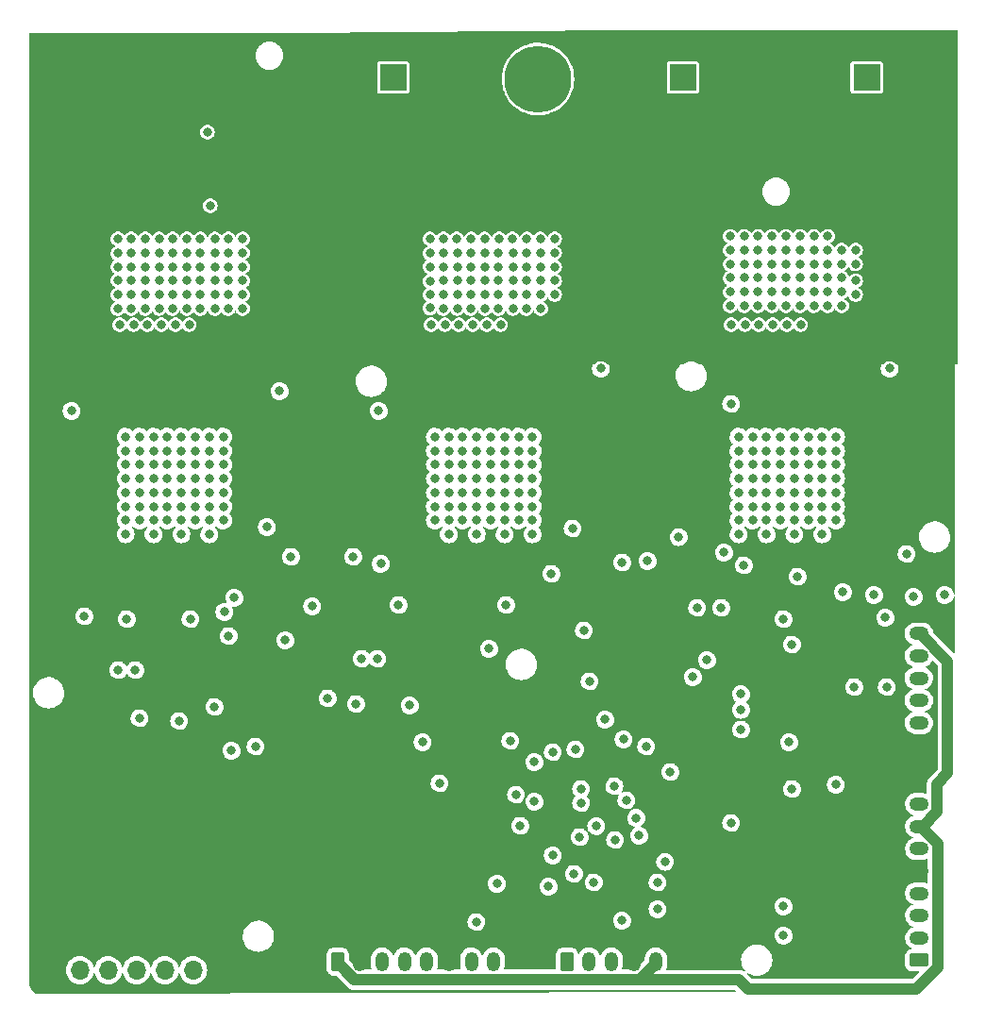
<source format=gbr>
%TF.GenerationSoftware,KiCad,Pcbnew,(6.0.5-0)*%
%TF.CreationDate,2022-05-18T00:34:25-07:00*%
%TF.ProjectId,INV_Board,494e565f-426f-4617-9264-2e6b69636164,rev?*%
%TF.SameCoordinates,Original*%
%TF.FileFunction,Copper,L2,Inr*%
%TF.FilePolarity,Positive*%
%FSLAX46Y46*%
G04 Gerber Fmt 4.6, Leading zero omitted, Abs format (unit mm)*
G04 Created by KiCad (PCBNEW (6.0.5-0)) date 2022-05-18 00:34:25*
%MOMM*%
%LPD*%
G01*
G04 APERTURE LIST*
G04 Aperture macros list*
%AMRoundRect*
0 Rectangle with rounded corners*
0 $1 Rounding radius*
0 $2 $3 $4 $5 $6 $7 $8 $9 X,Y pos of 4 corners*
0 Add a 4 corners polygon primitive as box body*
4,1,4,$2,$3,$4,$5,$6,$7,$8,$9,$2,$3,0*
0 Add four circle primitives for the rounded corners*
1,1,$1+$1,$2,$3*
1,1,$1+$1,$4,$5*
1,1,$1+$1,$6,$7*
1,1,$1+$1,$8,$9*
0 Add four rect primitives between the rounded corners*
20,1,$1+$1,$2,$3,$4,$5,0*
20,1,$1+$1,$4,$5,$6,$7,0*
20,1,$1+$1,$6,$7,$8,$9,0*
20,1,$1+$1,$8,$9,$2,$3,0*%
G04 Aperture macros list end*
%TA.AperFunction,ComponentPad*%
%ADD10RoundRect,0.250000X0.625000X-0.350000X0.625000X0.350000X-0.625000X0.350000X-0.625000X-0.350000X0*%
%TD*%
%TA.AperFunction,ComponentPad*%
%ADD11O,1.750000X1.200000*%
%TD*%
%TA.AperFunction,ComponentPad*%
%ADD12C,0.500000*%
%TD*%
%TA.AperFunction,ComponentPad*%
%ADD13RoundRect,0.250000X-0.350000X-0.625000X0.350000X-0.625000X0.350000X0.625000X-0.350000X0.625000X0*%
%TD*%
%TA.AperFunction,ComponentPad*%
%ADD14O,1.200000X1.750000*%
%TD*%
%TA.AperFunction,ComponentPad*%
%ADD15R,2.400000X2.400000*%
%TD*%
%TA.AperFunction,ComponentPad*%
%ADD16C,2.400000*%
%TD*%
%TA.AperFunction,ComponentPad*%
%ADD17C,6.000000*%
%TD*%
%TA.AperFunction,ComponentPad*%
%ADD18R,1.700000X1.700000*%
%TD*%
%TA.AperFunction,ComponentPad*%
%ADD19O,1.700000X1.700000*%
%TD*%
%TA.AperFunction,ViaPad*%
%ADD20C,0.800000*%
%TD*%
%TA.AperFunction,Conductor*%
%ADD21C,1.000000*%
%TD*%
G04 APERTURE END LIST*
D10*
%TO.N,Net-(C11-Pad2)*%
%TO.C,J6*%
X196215000Y-132715000D03*
D11*
X196215000Y-130715000D03*
%TO.N,Net-(C12-Pad2)*%
X196215000Y-128715000D03*
X196215000Y-126715000D03*
%TO.N,SGU*%
X196215000Y-124715000D03*
%TO.N,+3V3*%
X196215000Y-122715000D03*
%TO.N,+5V*%
X196215000Y-120715000D03*
%TO.N,+12V*%
X196215000Y-118715000D03*
%TD*%
D12*
%TO.N,SGU*%
%TO.C,U8*%
X140335000Y-111710000D03*
X139335000Y-110410000D03*
X140335000Y-110410000D03*
X141335000Y-110410000D03*
X141335000Y-111710000D03*
X139335000Y-111710000D03*
%TD*%
%TO.N,SGU*%
%TO.C,U3*%
X130045000Y-62605000D03*
X130045000Y-61405000D03*
X130045000Y-60205000D03*
X131445000Y-61405000D03*
X131445000Y-60205000D03*
X131445000Y-62605000D03*
%TD*%
%TO.N,SGU*%
%TO.C,U5*%
X123444000Y-115458000D03*
X122444000Y-114158000D03*
X123444000Y-114158000D03*
X124444000Y-114158000D03*
X124444000Y-115458000D03*
X122444000Y-115458000D03*
%TD*%
D13*
%TO.N,+5V*%
%TO.C,J5*%
X144018000Y-132842000D03*
D14*
%TO.N,SGU*%
X146018000Y-132842000D03*
%TO.N,+3V3*%
X148018000Y-132842000D03*
%TO.N,Net-(J5-Pad4)*%
X150018000Y-132842000D03*
%TO.N,Net-(J5-Pad5)*%
X152018000Y-132842000D03*
%TO.N,SGU*%
X154018000Y-132842000D03*
%TO.N,I2CSDA*%
X156018000Y-132842000D03*
%TO.N,I2CSCL*%
X158018000Y-132842000D03*
%TD*%
D15*
%TO.N,+VDC*%
%TO.C,C46*%
X191500000Y-53500000D03*
D16*
%TO.N,SGU*%
X191500000Y-61000000D03*
%TD*%
D17*
%TO.N,SGU*%
%TO.C,J8*%
X162000000Y-60850000D03*
%TO.N,+VDC*%
X162000000Y-53650000D03*
%TD*%
D18*
%TO.N,SGU*%
%TO.C,J3*%
X118364000Y-133604000D03*
D19*
%TO.N,SWDIO*%
X120904000Y-133604000D03*
%TO.N,SWCLK*%
X123444000Y-133604000D03*
%TO.N,SWO*%
X125984000Y-133604000D03*
%TO.N,unconnected-(J3-Pad5)*%
X128524000Y-133604000D03*
%TO.N,#RES*%
X131064000Y-133604000D03*
%TD*%
D10*
%TO.N,SGU*%
%TO.C,J4*%
X196173000Y-113411000D03*
D11*
%TO.N,Net-(J4-Pad2)*%
X196173000Y-111411000D03*
%TO.N,Net-(J4-Pad3)*%
X196173000Y-109411000D03*
%TO.N,Net-(J4-Pad4)*%
X196173000Y-107411000D03*
%TO.N,Motor_T*%
X196173000Y-105411000D03*
%TO.N,+5V*%
X196173000Y-103411000D03*
%TD*%
D15*
%TO.N,+VDC*%
%TO.C,C42*%
X149000000Y-53500000D03*
D16*
%TO.N,SGU*%
X149000000Y-61000000D03*
%TD*%
D15*
%TO.N,+VDC*%
%TO.C,C41*%
X175000000Y-53500000D03*
D16*
%TO.N,SGU*%
X175000000Y-61000000D03*
%TD*%
D13*
%TO.N,+3V3*%
%TO.C,J7*%
X164592000Y-132842000D03*
D14*
%TO.N,Net-(J7-Pad2)*%
X166592000Y-132842000D03*
%TO.N,Net-(J7-Pad3)*%
X168592000Y-132842000D03*
%TO.N,SGU*%
X170592000Y-132842000D03*
%TO.N,+5V*%
X172592000Y-132842000D03*
%TD*%
D20*
%TO.N,+3V3*%
X165354000Y-113792000D03*
X184785000Y-117348000D03*
X180213000Y-112014000D03*
X166624000Y-107696000D03*
X166116000Y-103124000D03*
X163322000Y-123317000D03*
X192151000Y-99949000D03*
X136652000Y-113538000D03*
X180213000Y-108839000D03*
X169926000Y-118364000D03*
X168021000Y-111125000D03*
X134747000Y-100203000D03*
X180214003Y-110238011D03*
%TO.N,Net-(C8-Pad1)*%
X132334000Y-58420000D03*
X132588000Y-65024000D03*
%TO.N,+VDC*%
X152300000Y-74200000D03*
X152300000Y-71800000D03*
X161000000Y-68000000D03*
X152300000Y-69300000D03*
X163500000Y-68000000D03*
X153500000Y-68000000D03*
X156000000Y-68000000D03*
X152300000Y-68000000D03*
X185500000Y-67750000D03*
X190500000Y-73000000D03*
X184250000Y-67750000D03*
X186750000Y-67750000D03*
X162200000Y-68000000D03*
X181750000Y-67750000D03*
X125500000Y-74250000D03*
X179250000Y-71500000D03*
X179250000Y-74000000D03*
X152300000Y-70500000D03*
X152300000Y-73000000D03*
X124300000Y-73000000D03*
X179250000Y-70250000D03*
X179250000Y-69000000D03*
X190500000Y-69000000D03*
X154750000Y-74250000D03*
X157250000Y-74250000D03*
X159750000Y-74250000D03*
X162250000Y-74250000D03*
X155950000Y-74250000D03*
X158450000Y-74250000D03*
X160950000Y-74250000D03*
X153500000Y-74250000D03*
X189250000Y-71500000D03*
X189250000Y-69000000D03*
X189250000Y-70250000D03*
X189250000Y-72750000D03*
X189250000Y-74000000D03*
X131700000Y-71750000D03*
X133000000Y-74250000D03*
X126960000Y-75692000D03*
X158500000Y-68000000D03*
X160950000Y-70500000D03*
X155950000Y-71750000D03*
X134200000Y-70500000D03*
X181750000Y-70250000D03*
X125500000Y-73000000D03*
X180500000Y-67750000D03*
X184324000Y-75692000D03*
X128000000Y-69250000D03*
X129200000Y-68000000D03*
X130500000Y-71750000D03*
X154750000Y-71750000D03*
X190500000Y-70250000D03*
X129200000Y-71750000D03*
X162250000Y-69250000D03*
X179250000Y-67750000D03*
X181824000Y-75692000D03*
X155950000Y-69250000D03*
X183000000Y-70250000D03*
X190500000Y-71750000D03*
X157400000Y-75692000D03*
X158450000Y-73000000D03*
X131700000Y-74250000D03*
X135500000Y-70500000D03*
X125710000Y-75692000D03*
X162250000Y-73000000D03*
X157250000Y-69250000D03*
X181750000Y-69000000D03*
X159750000Y-71750000D03*
X159750000Y-73000000D03*
X131700000Y-73000000D03*
X130500000Y-74250000D03*
X180500000Y-69000000D03*
X159700000Y-68000000D03*
X188000000Y-69000000D03*
X155950000Y-73000000D03*
X134200000Y-73000000D03*
X188000000Y-71500000D03*
X158450000Y-69250000D03*
X133000000Y-70500000D03*
X130710000Y-75692000D03*
X124460000Y-75692000D03*
X154750000Y-69250000D03*
X129460000Y-75692000D03*
X128210000Y-75692000D03*
X181750000Y-71500000D03*
X180574000Y-75692000D03*
X157200000Y-68000000D03*
X133000000Y-69250000D03*
X153500000Y-69250000D03*
X163500000Y-70500000D03*
X129200000Y-70500000D03*
X184250000Y-72750000D03*
X185500000Y-72750000D03*
X130500000Y-70500000D03*
X160950000Y-73000000D03*
X135500000Y-73000000D03*
X186750000Y-70250000D03*
X135500000Y-68000000D03*
X154900000Y-75692000D03*
X188000000Y-70250000D03*
X131700000Y-68000000D03*
X162250000Y-71750000D03*
X135500000Y-74250000D03*
X129200000Y-69250000D03*
X131700000Y-70500000D03*
X179250000Y-72750000D03*
X188000000Y-74000000D03*
X130500000Y-69250000D03*
X183000000Y-74000000D03*
X153500000Y-73000000D03*
X185574000Y-75692000D03*
X186750000Y-74000000D03*
X124300000Y-74250000D03*
X133000000Y-68000000D03*
X157250000Y-70500000D03*
X130500000Y-73000000D03*
X135500000Y-69250000D03*
X183000000Y-72750000D03*
X125500000Y-69300000D03*
X160950000Y-69250000D03*
X129200000Y-73000000D03*
X128000000Y-70500000D03*
X185500000Y-71500000D03*
X179324000Y-75692000D03*
X133000000Y-71750000D03*
X126750000Y-70500000D03*
X183000000Y-71500000D03*
X134200000Y-71750000D03*
X125500000Y-70500000D03*
X184250000Y-74000000D03*
X160950000Y-71750000D03*
X181750000Y-72750000D03*
X183000000Y-69000000D03*
X180500000Y-72750000D03*
X162250000Y-70500000D03*
X124300000Y-68000000D03*
X134200000Y-69250000D03*
X125500000Y-71700000D03*
X133000000Y-73000000D03*
X186750000Y-71500000D03*
X188000000Y-67750000D03*
X184250000Y-69000000D03*
X134200000Y-68000000D03*
X184250000Y-70250000D03*
X126750000Y-71750000D03*
X126750000Y-69250000D03*
X163500000Y-71750000D03*
X124300000Y-71700000D03*
X128000000Y-73000000D03*
X185500000Y-74000000D03*
X155950000Y-70500000D03*
X180500000Y-71500000D03*
X163500000Y-69250000D03*
X157250000Y-71750000D03*
X154750000Y-73000000D03*
X124300000Y-70500000D03*
X159750000Y-69250000D03*
X185500000Y-69000000D03*
X180500000Y-70250000D03*
X156150000Y-75692000D03*
X126750000Y-74250000D03*
X153500000Y-71750000D03*
X186750000Y-69000000D03*
X153500000Y-70500000D03*
X158450000Y-70500000D03*
X130500000Y-68000000D03*
X128000000Y-68000000D03*
X159750000Y-70500000D03*
X188000000Y-72750000D03*
X180500000Y-74000000D03*
X124300000Y-69300000D03*
X157250000Y-73000000D03*
X128000000Y-71750000D03*
X154750000Y-70500000D03*
X129200000Y-74250000D03*
X153650000Y-75692000D03*
X158650000Y-75692000D03*
X184250000Y-71500000D03*
X183000000Y-67750000D03*
X157607000Y-104775000D03*
X186750000Y-72750000D03*
X158450000Y-71750000D03*
X181750000Y-74000000D03*
X126750000Y-68000000D03*
X154700000Y-68000000D03*
X134200000Y-74250000D03*
X128000000Y-74250000D03*
X126750000Y-73000000D03*
X163500000Y-73000000D03*
X185500000Y-70250000D03*
X135500000Y-71750000D03*
X183074000Y-75692000D03*
X131700000Y-69250000D03*
X152400000Y-75692000D03*
X125500000Y-68000000D03*
%TO.N,ISU*%
X195072000Y-96266000D03*
X193548000Y-79629000D03*
%TO.N,Net-(C25-Pad1)*%
X129794000Y-111252000D03*
X126238000Y-110998000D03*
%TO.N,ULin*%
X177165000Y-105791000D03*
X165735000Y-121666000D03*
%TO.N,UHin*%
X175895000Y-107315000D03*
X167224500Y-120668072D03*
%TO.N,Net-(C25-Pad2)*%
X132969000Y-109982000D03*
X134493000Y-113919000D03*
%TO.N,Motor_T*%
X188722000Y-116967000D03*
X184531000Y-113157000D03*
%TO.N,SWU*%
X188750000Y-90750000D03*
X185000000Y-94500000D03*
X182500000Y-94500000D03*
X180000000Y-94500000D03*
X180000000Y-92000000D03*
X188750000Y-85750000D03*
X180000000Y-89500000D03*
X188750000Y-93250000D03*
X187500000Y-94500000D03*
X180000000Y-87000000D03*
X188750000Y-88250000D03*
X185000000Y-93250000D03*
X182500000Y-93250000D03*
X188750000Y-87000000D03*
X188750000Y-89500000D03*
X188750000Y-92000000D03*
X181250000Y-87000000D03*
X181250000Y-89500000D03*
X181250000Y-92000000D03*
X183750000Y-90750000D03*
X183750000Y-88250000D03*
X183750000Y-85750000D03*
X182500000Y-87000000D03*
X182500000Y-89500000D03*
X182500000Y-92000000D03*
X185000000Y-87000000D03*
X185000000Y-89500000D03*
X185000000Y-92000000D03*
X185000000Y-90750000D03*
X185000000Y-88250000D03*
X185000000Y-85750000D03*
X182500000Y-90750000D03*
X183750000Y-92000000D03*
X182500000Y-85750000D03*
X183750000Y-89500000D03*
X183750000Y-87000000D03*
X182500000Y-88250000D03*
X187500000Y-90750000D03*
X187500000Y-88250000D03*
X187500000Y-85750000D03*
X186250000Y-87000000D03*
X186250000Y-89500000D03*
X186250000Y-92000000D03*
X186250000Y-90750000D03*
X187500000Y-92000000D03*
X186250000Y-85750000D03*
X187500000Y-89500000D03*
X187500000Y-87000000D03*
X186250000Y-88250000D03*
X186250000Y-93250000D03*
X180000000Y-90750000D03*
X181250000Y-85750000D03*
X183750000Y-93250000D03*
X180000000Y-93250000D03*
X180467000Y-97282000D03*
X180000000Y-85750000D03*
X181250000Y-90750000D03*
X180000000Y-88250000D03*
X187500000Y-93250000D03*
X181250000Y-93250000D03*
X178435000Y-101092000D03*
X181250000Y-88250000D03*
%TO.N,SWV*%
X161500000Y-90750000D03*
X161500000Y-88250000D03*
X161500000Y-85750000D03*
X160250000Y-87000000D03*
X160250000Y-89500000D03*
X160250000Y-92000000D03*
X160250000Y-90750000D03*
X161500000Y-92000000D03*
X160250000Y-85750000D03*
X161500000Y-89500000D03*
X161500000Y-87000000D03*
X160250000Y-88250000D03*
X154000000Y-90750000D03*
X159000000Y-89500000D03*
X152750000Y-92000000D03*
X152750000Y-90750000D03*
X152750000Y-89500000D03*
X155250000Y-89500000D03*
X155250000Y-90750000D03*
X152750000Y-87000000D03*
X157750000Y-85750000D03*
X159000000Y-90750000D03*
X157750000Y-93250000D03*
X154000000Y-92000000D03*
X157750000Y-88250000D03*
X159000000Y-94500000D03*
X161500000Y-93250000D03*
X154000000Y-89500000D03*
X152750000Y-85750000D03*
X154000000Y-88250000D03*
X160250000Y-93250000D03*
X157750000Y-92000000D03*
X156500000Y-92000000D03*
X156500000Y-93250000D03*
X156500000Y-89500000D03*
X152750000Y-93250000D03*
X159000000Y-87000000D03*
X159000000Y-85750000D03*
X161500000Y-94500000D03*
X155250000Y-85750000D03*
X154000000Y-93250000D03*
X154000000Y-85750000D03*
X155250000Y-88250000D03*
X157750000Y-87000000D03*
X159000000Y-92000000D03*
X155250000Y-93250000D03*
X155250000Y-87000000D03*
X156500000Y-88250000D03*
X154000000Y-94500000D03*
X157750000Y-89500000D03*
X156500000Y-94500000D03*
X154000000Y-87000000D03*
X156500000Y-90750000D03*
X157750000Y-90750000D03*
X159000000Y-93250000D03*
X159000000Y-88250000D03*
X156500000Y-87000000D03*
X152750000Y-88250000D03*
X156500000Y-85750000D03*
X155250000Y-92000000D03*
%TO.N,SWW*%
X132500000Y-94500000D03*
X125000000Y-89500000D03*
X125000000Y-87000000D03*
X133750000Y-88250000D03*
X130000000Y-94500000D03*
X125000000Y-94500000D03*
X125000000Y-92000000D03*
X132500000Y-92000000D03*
X133750000Y-93250000D03*
X131250000Y-92000000D03*
X130000000Y-87000000D03*
X130000000Y-89500000D03*
X130000000Y-92000000D03*
X130000000Y-90750000D03*
X130000000Y-88250000D03*
X130000000Y-85750000D03*
X128750000Y-89500000D03*
X128750000Y-87000000D03*
X127500000Y-88250000D03*
X127500000Y-90750000D03*
X128750000Y-92000000D03*
X127500000Y-85750000D03*
X128750000Y-90750000D03*
X128750000Y-88250000D03*
X128750000Y-85750000D03*
X127500000Y-87000000D03*
X127500000Y-89500000D03*
X127500000Y-92000000D03*
X132500000Y-89500000D03*
X132500000Y-87000000D03*
X131250000Y-88250000D03*
X131250000Y-90750000D03*
X131250000Y-85750000D03*
X132500000Y-90750000D03*
X132500000Y-88250000D03*
X132500000Y-85750000D03*
X131250000Y-87000000D03*
X131250000Y-89500000D03*
X127500000Y-93250000D03*
X133750000Y-85750000D03*
X126250000Y-90750000D03*
X130000000Y-93250000D03*
X126250000Y-87000000D03*
X126250000Y-93250000D03*
X133750000Y-92000000D03*
X126250000Y-85750000D03*
X125000000Y-93250000D03*
X133750000Y-90750000D03*
X126250000Y-89500000D03*
X132500000Y-93250000D03*
X128750000Y-93250000D03*
X133750000Y-89500000D03*
X127500000Y-94500000D03*
X125000000Y-88250000D03*
X125000000Y-90750000D03*
X126250000Y-92000000D03*
X125095000Y-102108000D03*
X131250000Y-93250000D03*
X133750000Y-87000000D03*
X126250000Y-88250000D03*
X125000000Y-85750000D03*
%TO.N,WHin*%
X124333000Y-106680000D03*
X167005000Y-125730000D03*
%TO.N,VHin*%
X146177000Y-105664000D03*
X165862000Y-117348000D03*
%TO.N,WLin*%
X162941000Y-126111000D03*
X125857000Y-106680000D03*
%TO.N,VLin*%
X147574000Y-105664000D03*
X165862000Y-118618000D03*
%TO.N,ISV*%
X169545000Y-97028000D03*
X167640000Y-79629000D03*
%TO.N,ISW*%
X138811000Y-81661000D03*
X139827000Y-96520000D03*
%TO.N,PWMin*%
X172720000Y-128143000D03*
X172720000Y-125730000D03*
%TO.N,PhaseW*%
X160020000Y-117856000D03*
X134239000Y-103632000D03*
%TO.N,SWDIO*%
X168910000Y-121920000D03*
%TO.N,SWCLK*%
X171069000Y-121539000D03*
%TO.N,#RES*%
X168847500Y-117094000D03*
%TO.N,Net-(C37-Pad1)*%
X145669000Y-109728000D03*
X143129000Y-109220000D03*
%TO.N,Net-(C37-Pad2)*%
X150495000Y-109855000D03*
X151638000Y-113157000D03*
%TO.N,Vsense_MCU*%
X159512000Y-113030000D03*
X161671000Y-114935000D03*
%TO.N,I2CSCL*%
X173405122Y-123875122D03*
%TO.N,/op3Vout*%
X153162000Y-116840000D03*
X139319000Y-104013000D03*
%TO.N,+12V*%
X171831000Y-96901000D03*
X145415000Y-96520000D03*
X141732000Y-100965000D03*
X198501000Y-99949000D03*
X163195000Y-98044000D03*
X133858000Y-101473000D03*
X149479000Y-100838000D03*
%TO.N,SWO*%
X170815000Y-119952500D03*
%TO.N,Net-(J4-Pad3)*%
X193294000Y-108204000D03*
X190373000Y-108204000D03*
%TO.N,AnalogIn*%
X160401000Y-120650000D03*
X158307637Y-125857011D03*
%TO.N,BoardTemp*%
X169545000Y-129159000D03*
X165227000Y-124968000D03*
X185293000Y-98298000D03*
%TO.N,/op1Vout*%
X184785000Y-104394000D03*
X163322000Y-114046000D03*
%TO.N,/op2Vout*%
X161671000Y-118491000D03*
X169672000Y-112903000D03*
%TO.N,CAN_EN*%
X171704000Y-113538000D03*
X179324000Y-120396000D03*
%TO.N,SGU*%
X193750000Y-70750000D03*
X171000000Y-74500000D03*
X192500000Y-75500000D03*
X143500000Y-76000000D03*
X195000000Y-78000000D03*
X195000000Y-75500000D03*
X192500000Y-78000000D03*
X196250000Y-70750000D03*
X197500000Y-78000000D03*
X120250000Y-79500000D03*
X121500000Y-77000000D03*
X119000000Y-79500000D03*
X121500000Y-79500000D03*
X120250000Y-78250000D03*
X119000000Y-78250000D03*
X121500000Y-78250000D03*
X144750000Y-74750000D03*
X146000000Y-77250000D03*
X148443000Y-77978000D03*
X144750000Y-77250000D03*
X147193000Y-77978000D03*
X148443000Y-76728000D03*
X195000000Y-74500000D03*
X197500000Y-74500000D03*
X146000000Y-76000000D03*
X144750000Y-76000000D03*
X196250000Y-74500000D03*
X147193000Y-76728000D03*
X193750000Y-74500000D03*
X125222000Y-123444000D03*
X197500000Y-73250000D03*
X144018000Y-111379000D03*
X196250000Y-78000000D03*
X126619000Y-113538000D03*
X143500000Y-78500000D03*
X167894000Y-102743000D03*
X144018000Y-120142000D03*
X134874000Y-117475000D03*
X168500000Y-78000000D03*
X197500000Y-75500000D03*
X142494000Y-120142000D03*
X188087000Y-105918000D03*
X167250000Y-76750000D03*
X166000000Y-78000000D03*
X127762000Y-113411000D03*
X126365000Y-122682000D03*
X134620000Y-109982000D03*
X185928000Y-119253000D03*
X117475000Y-111506000D03*
X118618000Y-68072000D03*
X191008000Y-104521000D03*
X128397000Y-112522000D03*
X141000000Y-78500000D03*
X176000000Y-76750000D03*
X117475000Y-119761000D03*
X193750000Y-73250000D03*
X161671000Y-111887000D03*
X139750000Y-78500000D03*
X138557000Y-96520000D03*
X175641000Y-112014000D03*
X117348000Y-129413000D03*
X144526000Y-118999000D03*
X138500000Y-78500000D03*
X117348000Y-131191000D03*
X118872000Y-118237000D03*
X174750000Y-75500000D03*
X161671000Y-109601000D03*
X197500000Y-76750000D03*
X191897000Y-105918000D03*
X189357000Y-104521000D03*
X117475000Y-115824000D03*
X162306000Y-122174000D03*
X195000000Y-70750000D03*
X190373000Y-127127000D03*
X160401000Y-124333000D03*
X129413000Y-105029000D03*
X191008000Y-133096000D03*
X125984000Y-127000000D03*
X187960000Y-112141000D03*
X198374000Y-98425000D03*
X122682000Y-120777000D03*
X117475000Y-117729000D03*
X184150000Y-119126000D03*
X195000000Y-76750000D03*
X177673000Y-107061000D03*
X118364000Y-71882000D03*
X121666000Y-131064000D03*
X117475000Y-121666000D03*
X135509000Y-112268000D03*
X137795000Y-110236000D03*
X177546000Y-114300000D03*
X169750000Y-76750000D03*
X171069000Y-99314000D03*
X123444000Y-131064000D03*
X167767000Y-95885000D03*
X176022000Y-113284000D03*
X120396000Y-76962000D03*
X161925000Y-113284000D03*
X161671000Y-110744000D03*
X125095000Y-131064000D03*
X168402000Y-101473000D03*
X193548000Y-93853000D03*
X187071000Y-133096000D03*
X163322000Y-107950000D03*
X127889000Y-105918000D03*
X118364000Y-69342000D03*
X121158000Y-114173000D03*
X140716000Y-124079000D03*
X188849000Y-125476000D03*
X187071000Y-98298000D03*
X147828000Y-110871000D03*
X123952000Y-122174000D03*
X193040000Y-114554000D03*
X141859000Y-115443000D03*
X173500000Y-75500000D03*
X196250000Y-75500000D03*
X168500000Y-75500000D03*
X137795000Y-102870000D03*
X143500000Y-77250000D03*
X192024000Y-79629000D03*
X180467000Y-126492000D03*
X192659000Y-104521000D03*
X171069000Y-101473000D03*
X172250000Y-74500000D03*
X121158000Y-115443000D03*
X117475000Y-113665000D03*
X171069000Y-102743000D03*
X142250000Y-77250000D03*
X147828000Y-102235000D03*
X198374000Y-97282000D03*
X145288000Y-110998000D03*
X172250000Y-76750000D03*
X173863000Y-109093000D03*
X139750000Y-76000000D03*
X125984000Y-125857000D03*
X138176000Y-124206000D03*
X149606000Y-106172000D03*
X125984000Y-124587000D03*
X197104000Y-97282000D03*
X139750000Y-74750000D03*
X126873000Y-131064000D03*
X137795000Y-103886000D03*
X134874000Y-118618000D03*
X118364000Y-74422000D03*
X152654000Y-106172000D03*
X171000000Y-76750000D03*
X142494000Y-121285000D03*
X175641000Y-130810000D03*
X178181000Y-108458000D03*
X167250000Y-75500000D03*
X164592000Y-107950000D03*
X175641000Y-132207000D03*
X169164000Y-106553000D03*
X122809000Y-125857000D03*
X140081000Y-118999000D03*
X190119000Y-105918000D03*
X181991000Y-119126000D03*
X197500000Y-70750000D03*
X127254000Y-124587000D03*
X143256000Y-118999000D03*
X193750000Y-72000000D03*
X138430000Y-122047000D03*
X168500000Y-74500000D03*
X138303000Y-120523000D03*
X118999000Y-116840000D03*
X182753000Y-122809000D03*
X196250000Y-73250000D03*
X195000000Y-73250000D03*
X118364000Y-70612000D03*
X124460000Y-119761000D03*
X178816000Y-114300000D03*
X140716000Y-115443000D03*
X142748000Y-110363000D03*
X154305000Y-122428000D03*
X126111000Y-114554000D03*
X172250000Y-78000000D03*
X195000000Y-72000000D03*
X123952000Y-125857000D03*
X192151000Y-127127000D03*
X127127000Y-112522000D03*
X139827000Y-117475000D03*
X123698000Y-118999000D03*
X169750000Y-78000000D03*
X193750000Y-78000000D03*
X174750000Y-76750000D03*
X142240000Y-117983000D03*
X122682000Y-123444000D03*
X119888000Y-117475000D03*
X190500000Y-110998000D03*
X192659000Y-133096000D03*
X171069000Y-100330000D03*
X168500000Y-76750000D03*
X169750000Y-74500000D03*
X172212000Y-103378000D03*
X123825000Y-124587000D03*
X187960000Y-110998000D03*
X143500000Y-74750000D03*
X141478000Y-118999000D03*
X166000000Y-76750000D03*
X180086000Y-123317000D03*
X167132000Y-101600000D03*
X139065000Y-102870000D03*
X142250000Y-78500000D03*
X193040000Y-113538000D03*
X123825000Y-127127000D03*
X127254000Y-114554000D03*
X125222000Y-122174000D03*
X191008000Y-131572000D03*
X172250000Y-75500000D03*
X179451000Y-128397000D03*
X139750000Y-77250000D03*
X118364000Y-73152000D03*
X159258000Y-124206000D03*
X124841000Y-125095000D03*
X184912000Y-133096000D03*
X175641000Y-110617000D03*
X141000000Y-77250000D03*
X166000000Y-75500000D03*
X141000000Y-76000000D03*
X151384000Y-102235000D03*
X190373000Y-125476000D03*
X142748000Y-111633000D03*
X125095000Y-120904000D03*
X141000000Y-74750000D03*
X176911000Y-108458000D03*
X126111000Y-115697000D03*
X128778000Y-131064000D03*
X188976000Y-133096000D03*
X171000000Y-75500000D03*
X144018000Y-110236000D03*
X137541000Y-112395000D03*
X143891000Y-122682000D03*
X119888000Y-68072000D03*
X120015000Y-116332000D03*
X169750000Y-75500000D03*
X192500000Y-76750000D03*
X168021000Y-106553000D03*
X122682000Y-122174000D03*
X129159000Y-106553000D03*
X167250000Y-78000000D03*
X171069000Y-125603000D03*
X117475000Y-123444000D03*
X174752000Y-108331000D03*
X175006000Y-118237000D03*
X192659000Y-131572000D03*
X165862000Y-79502000D03*
X142240000Y-116586000D03*
X197104000Y-98425000D03*
X138500000Y-76000000D03*
X119634000Y-75692000D03*
X175641000Y-109347000D03*
X190500000Y-112141000D03*
X151765000Y-125857000D03*
X193750000Y-75500000D03*
X146558000Y-102235000D03*
X149225000Y-102235000D03*
X138500000Y-77250000D03*
X197500000Y-72000000D03*
X151130000Y-106172000D03*
X173500000Y-74500000D03*
X137541000Y-81661000D03*
X172085000Y-124714000D03*
X173500000Y-76750000D03*
X146939000Y-110109000D03*
X192151000Y-125476000D03*
X142250000Y-74750000D03*
X196250000Y-72000000D03*
X142250000Y-76000000D03*
X117348000Y-127508000D03*
X193750000Y-76750000D03*
X137795000Y-111252000D03*
X119126000Y-76962000D03*
X176022000Y-114427000D03*
X123952000Y-123444000D03*
X141859000Y-124079000D03*
X196250000Y-76750000D03*
X171000000Y-78000000D03*
X167250000Y-74500000D03*
X135382000Y-110871000D03*
%TO.N,/UGH*%
X179324000Y-82804000D03*
X178689000Y-96139000D03*
%TO.N,/UGL*%
X184023000Y-102108000D03*
X189357000Y-99695000D03*
%TO.N,/VGH*%
X147701000Y-83439000D03*
X147890000Y-97155000D03*
%TO.N,/VGL*%
X159131000Y-100838000D03*
X165100000Y-93980000D03*
%TO.N,/WGL*%
X137668000Y-93853000D03*
X130810000Y-102108000D03*
%TO.N,Net-(R19-Pad2)*%
X195707000Y-100115500D03*
X193167000Y-101981000D03*
%TO.N,Net-(R45-Pad1)*%
X120142000Y-83439000D03*
X121285000Y-101854000D03*
%TO.N,Net-(R48-Pad1)*%
X174625000Y-94745980D03*
X176276000Y-101092000D03*
%TO.N,Net-(C12-Pad2)*%
X184023000Y-127889000D03*
X184023000Y-130493500D03*
%TO.N,I2CSDA*%
X173863000Y-115824000D03*
X156464000Y-129286000D03*
%TD*%
D21*
%TO.N,+5V*%
X197866000Y-133381824D02*
X197866000Y-122253202D01*
X180839873Y-135279936D02*
X195967888Y-135279936D01*
X144018000Y-132842000D02*
X144018000Y-132954798D01*
X197789520Y-116916480D02*
X198755000Y-115951000D01*
X196490000Y-120715000D02*
X197789520Y-119415480D01*
X196215000Y-120715000D02*
X196490000Y-120715000D01*
X145556202Y-134493000D02*
X180052937Y-134493000D01*
X144018000Y-132954798D02*
X145479722Y-134416520D01*
X195967888Y-135279936D02*
X197866000Y-133381824D01*
X180052937Y-134493000D02*
X180839873Y-135279936D01*
X197789520Y-119415480D02*
X197789520Y-116916480D01*
X196285798Y-103411000D02*
X196088000Y-103411000D01*
X172592000Y-132970000D02*
X172592000Y-132842000D01*
X145479722Y-134416520D02*
X171145480Y-134416520D01*
X196327798Y-120715000D02*
X196215000Y-120715000D01*
X197866000Y-122253202D02*
X196327798Y-120715000D01*
X198755000Y-115951000D02*
X198755000Y-105880202D01*
X198755000Y-105880202D02*
X196285798Y-103411000D01*
X171145480Y-134416520D02*
X172592000Y-132970000D01*
X144018000Y-132954798D02*
X145556202Y-134493000D01*
%TD*%
%TA.AperFunction,Conductor*%
%TO.N,SGU*%
G36*
X199633148Y-49286852D02*
G01*
X199647500Y-49321500D01*
X199647500Y-79217000D01*
X199633148Y-79251648D01*
X199598500Y-79266000D01*
X194087877Y-79266000D01*
X194041206Y-79198094D01*
X194039531Y-79195657D01*
X194037326Y-79193692D01*
X194037323Y-79193689D01*
X193924186Y-79092888D01*
X193921976Y-79090919D01*
X193919364Y-79089536D01*
X193919361Y-79089534D01*
X193785445Y-79018629D01*
X193782831Y-79017245D01*
X193630128Y-78978889D01*
X193549700Y-78978468D01*
X193475637Y-78978080D01*
X193475633Y-78978080D01*
X193472684Y-78978065D01*
X193469815Y-78978754D01*
X193469813Y-78978754D01*
X193344984Y-79008723D01*
X193319588Y-79014820D01*
X193294453Y-79027793D01*
X193182979Y-79085329D01*
X193179679Y-79087032D01*
X193177459Y-79088969D01*
X193177457Y-79088970D01*
X193175223Y-79090919D01*
X193061034Y-79190533D01*
X193059336Y-79192948D01*
X193059335Y-79192950D01*
X193007995Y-79266000D01*
X176494890Y-79266000D01*
X176369390Y-79178124D01*
X176369389Y-79178124D01*
X176367639Y-79176898D01*
X176365699Y-79175993D01*
X176280982Y-79136489D01*
X176169330Y-79084425D01*
X176167265Y-79083872D01*
X176167263Y-79083871D01*
X175960049Y-79028348D01*
X175960047Y-79028348D01*
X175957977Y-79027793D01*
X175740000Y-79008723D01*
X175522023Y-79027793D01*
X175519953Y-79028348D01*
X175519951Y-79028348D01*
X175312737Y-79083871D01*
X175312735Y-79083872D01*
X175310670Y-79084425D01*
X175221596Y-79125961D01*
X175114302Y-79175993D01*
X175114299Y-79175995D01*
X175112362Y-79176898D01*
X175110611Y-79178124D01*
X174985110Y-79266000D01*
X168179877Y-79266000D01*
X168133206Y-79198094D01*
X168131531Y-79195657D01*
X168129326Y-79193692D01*
X168129323Y-79193689D01*
X168016186Y-79092888D01*
X168013976Y-79090919D01*
X168011364Y-79089536D01*
X168011361Y-79089534D01*
X167877445Y-79018629D01*
X167874831Y-79017245D01*
X167722128Y-78978889D01*
X167641700Y-78978468D01*
X167567637Y-78978080D01*
X167567633Y-78978080D01*
X167564684Y-78978065D01*
X167561815Y-78978754D01*
X167561813Y-78978754D01*
X167436984Y-79008723D01*
X167411588Y-79014820D01*
X167386453Y-79027793D01*
X167274979Y-79085329D01*
X167271679Y-79087032D01*
X167269459Y-79088969D01*
X167269457Y-79088970D01*
X167267223Y-79090919D01*
X167153034Y-79190533D01*
X167151336Y-79192948D01*
X167151335Y-79192950D01*
X167099995Y-79266000D01*
X122250000Y-79266000D01*
X122250000Y-80250000D01*
X116385000Y-80250000D01*
X116377125Y-75685138D01*
X123804758Y-75685138D01*
X123822035Y-75841633D01*
X123876143Y-75989490D01*
X123963958Y-76120172D01*
X124080410Y-76226135D01*
X124083003Y-76227543D01*
X124083006Y-76227545D01*
X124191609Y-76286512D01*
X124218776Y-76301262D01*
X124371069Y-76341215D01*
X124458616Y-76342590D01*
X124525544Y-76343642D01*
X124525547Y-76343642D01*
X124528495Y-76343688D01*
X124531372Y-76343029D01*
X124531373Y-76343029D01*
X124679083Y-76309199D01*
X124679085Y-76309198D01*
X124681968Y-76308538D01*
X124684609Y-76307210D01*
X124684611Y-76307209D01*
X124754438Y-76272089D01*
X124822625Y-76237795D01*
X124942348Y-76135542D01*
X125034224Y-76007683D01*
X125035326Y-76004941D01*
X125035329Y-76004936D01*
X125038830Y-75996227D01*
X125065070Y-75969433D01*
X125102571Y-75969042D01*
X125125438Y-75989964D01*
X125126143Y-75989490D01*
X125213958Y-76120172D01*
X125330410Y-76226135D01*
X125333003Y-76227543D01*
X125333006Y-76227545D01*
X125441609Y-76286512D01*
X125468776Y-76301262D01*
X125621069Y-76341215D01*
X125708616Y-76342590D01*
X125775544Y-76343642D01*
X125775547Y-76343642D01*
X125778495Y-76343688D01*
X125781372Y-76343029D01*
X125781373Y-76343029D01*
X125929083Y-76309199D01*
X125929085Y-76309198D01*
X125931968Y-76308538D01*
X125934609Y-76307210D01*
X125934611Y-76307209D01*
X126004438Y-76272089D01*
X126072625Y-76237795D01*
X126192348Y-76135542D01*
X126284224Y-76007683D01*
X126285326Y-76004941D01*
X126285329Y-76004936D01*
X126288830Y-75996227D01*
X126315070Y-75969433D01*
X126352571Y-75969042D01*
X126375438Y-75989964D01*
X126376143Y-75989490D01*
X126463958Y-76120172D01*
X126580410Y-76226135D01*
X126583003Y-76227543D01*
X126583006Y-76227545D01*
X126691609Y-76286512D01*
X126718776Y-76301262D01*
X126871069Y-76341215D01*
X126958616Y-76342590D01*
X127025544Y-76343642D01*
X127025547Y-76343642D01*
X127028495Y-76343688D01*
X127031372Y-76343029D01*
X127031373Y-76343029D01*
X127179083Y-76309199D01*
X127179085Y-76309198D01*
X127181968Y-76308538D01*
X127184609Y-76307210D01*
X127184611Y-76307209D01*
X127254438Y-76272089D01*
X127322625Y-76237795D01*
X127442348Y-76135542D01*
X127534224Y-76007683D01*
X127535326Y-76004941D01*
X127535329Y-76004936D01*
X127538830Y-75996227D01*
X127565070Y-75969433D01*
X127602571Y-75969042D01*
X127625438Y-75989964D01*
X127626143Y-75989490D01*
X127713958Y-76120172D01*
X127830410Y-76226135D01*
X127833003Y-76227543D01*
X127833006Y-76227545D01*
X127941609Y-76286512D01*
X127968776Y-76301262D01*
X128121069Y-76341215D01*
X128208616Y-76342590D01*
X128275544Y-76343642D01*
X128275547Y-76343642D01*
X128278495Y-76343688D01*
X128281372Y-76343029D01*
X128281373Y-76343029D01*
X128429083Y-76309199D01*
X128429085Y-76309198D01*
X128431968Y-76308538D01*
X128434609Y-76307210D01*
X128434611Y-76307209D01*
X128504438Y-76272089D01*
X128572625Y-76237795D01*
X128692348Y-76135542D01*
X128784224Y-76007683D01*
X128785326Y-76004941D01*
X128785329Y-76004936D01*
X128788830Y-75996227D01*
X128815070Y-75969433D01*
X128852571Y-75969042D01*
X128875438Y-75989964D01*
X128876143Y-75989490D01*
X128963958Y-76120172D01*
X129080410Y-76226135D01*
X129083003Y-76227543D01*
X129083006Y-76227545D01*
X129191609Y-76286512D01*
X129218776Y-76301262D01*
X129371069Y-76341215D01*
X129458616Y-76342590D01*
X129525544Y-76343642D01*
X129525547Y-76343642D01*
X129528495Y-76343688D01*
X129531372Y-76343029D01*
X129531373Y-76343029D01*
X129679083Y-76309199D01*
X129679085Y-76309198D01*
X129681968Y-76308538D01*
X129684609Y-76307210D01*
X129684611Y-76307209D01*
X129754438Y-76272089D01*
X129822625Y-76237795D01*
X129942348Y-76135542D01*
X130034224Y-76007683D01*
X130035326Y-76004941D01*
X130035329Y-76004936D01*
X130038830Y-75996227D01*
X130065070Y-75969433D01*
X130102571Y-75969042D01*
X130125438Y-75989964D01*
X130126143Y-75989490D01*
X130213958Y-76120172D01*
X130330410Y-76226135D01*
X130333003Y-76227543D01*
X130333006Y-76227545D01*
X130441609Y-76286512D01*
X130468776Y-76301262D01*
X130621069Y-76341215D01*
X130708616Y-76342590D01*
X130775544Y-76343642D01*
X130775547Y-76343642D01*
X130778495Y-76343688D01*
X130781372Y-76343029D01*
X130781373Y-76343029D01*
X130929083Y-76309199D01*
X130929085Y-76309198D01*
X130931968Y-76308538D01*
X130934609Y-76307210D01*
X130934611Y-76307209D01*
X131004438Y-76272089D01*
X131072625Y-76237795D01*
X131192348Y-76135542D01*
X131284224Y-76007683D01*
X131342950Y-75861598D01*
X131365134Y-75705723D01*
X131365278Y-75692000D01*
X131364448Y-75685138D01*
X151744758Y-75685138D01*
X151762035Y-75841633D01*
X151816143Y-75989490D01*
X151903958Y-76120172D01*
X152020410Y-76226135D01*
X152023003Y-76227543D01*
X152023006Y-76227545D01*
X152131609Y-76286512D01*
X152158776Y-76301262D01*
X152311069Y-76341215D01*
X152398616Y-76342590D01*
X152465544Y-76343642D01*
X152465547Y-76343642D01*
X152468495Y-76343688D01*
X152471372Y-76343029D01*
X152471373Y-76343029D01*
X152619083Y-76309199D01*
X152619085Y-76309198D01*
X152621968Y-76308538D01*
X152624609Y-76307210D01*
X152624611Y-76307209D01*
X152694438Y-76272089D01*
X152762625Y-76237795D01*
X152882348Y-76135542D01*
X152974224Y-76007683D01*
X152975326Y-76004941D01*
X152975329Y-76004936D01*
X152978830Y-75996227D01*
X153005070Y-75969433D01*
X153042571Y-75969042D01*
X153065438Y-75989964D01*
X153066143Y-75989490D01*
X153153958Y-76120172D01*
X153270410Y-76226135D01*
X153273003Y-76227543D01*
X153273006Y-76227545D01*
X153381609Y-76286512D01*
X153408776Y-76301262D01*
X153561069Y-76341215D01*
X153648616Y-76342590D01*
X153715544Y-76343642D01*
X153715547Y-76343642D01*
X153718495Y-76343688D01*
X153721372Y-76343029D01*
X153721373Y-76343029D01*
X153869083Y-76309199D01*
X153869085Y-76309198D01*
X153871968Y-76308538D01*
X153874609Y-76307210D01*
X153874611Y-76307209D01*
X153944438Y-76272089D01*
X154012625Y-76237795D01*
X154132348Y-76135542D01*
X154224224Y-76007683D01*
X154225326Y-76004941D01*
X154225329Y-76004936D01*
X154228830Y-75996227D01*
X154255070Y-75969433D01*
X154292571Y-75969042D01*
X154315438Y-75989964D01*
X154316143Y-75989490D01*
X154403958Y-76120172D01*
X154520410Y-76226135D01*
X154523003Y-76227543D01*
X154523006Y-76227545D01*
X154631609Y-76286512D01*
X154658776Y-76301262D01*
X154811069Y-76341215D01*
X154898616Y-76342590D01*
X154965544Y-76343642D01*
X154965547Y-76343642D01*
X154968495Y-76343688D01*
X154971372Y-76343029D01*
X154971373Y-76343029D01*
X155119083Y-76309199D01*
X155119085Y-76309198D01*
X155121968Y-76308538D01*
X155124609Y-76307210D01*
X155124611Y-76307209D01*
X155194438Y-76272089D01*
X155262625Y-76237795D01*
X155382348Y-76135542D01*
X155474224Y-76007683D01*
X155475326Y-76004941D01*
X155475329Y-76004936D01*
X155478830Y-75996227D01*
X155505070Y-75969433D01*
X155542571Y-75969042D01*
X155565438Y-75989964D01*
X155566143Y-75989490D01*
X155653958Y-76120172D01*
X155770410Y-76226135D01*
X155773003Y-76227543D01*
X155773006Y-76227545D01*
X155881609Y-76286512D01*
X155908776Y-76301262D01*
X156061069Y-76341215D01*
X156148616Y-76342590D01*
X156215544Y-76343642D01*
X156215547Y-76343642D01*
X156218495Y-76343688D01*
X156221372Y-76343029D01*
X156221373Y-76343029D01*
X156369083Y-76309199D01*
X156369085Y-76309198D01*
X156371968Y-76308538D01*
X156374609Y-76307210D01*
X156374611Y-76307209D01*
X156444438Y-76272089D01*
X156512625Y-76237795D01*
X156632348Y-76135542D01*
X156724224Y-76007683D01*
X156725326Y-76004941D01*
X156725329Y-76004936D01*
X156728830Y-75996227D01*
X156755070Y-75969433D01*
X156792571Y-75969042D01*
X156815438Y-75989964D01*
X156816143Y-75989490D01*
X156903958Y-76120172D01*
X157020410Y-76226135D01*
X157023003Y-76227543D01*
X157023006Y-76227545D01*
X157131609Y-76286512D01*
X157158776Y-76301262D01*
X157311069Y-76341215D01*
X157398616Y-76342590D01*
X157465544Y-76343642D01*
X157465547Y-76343642D01*
X157468495Y-76343688D01*
X157471372Y-76343029D01*
X157471373Y-76343029D01*
X157619083Y-76309199D01*
X157619085Y-76309198D01*
X157621968Y-76308538D01*
X157624609Y-76307210D01*
X157624611Y-76307209D01*
X157694438Y-76272089D01*
X157762625Y-76237795D01*
X157882348Y-76135542D01*
X157974224Y-76007683D01*
X157975326Y-76004941D01*
X157975329Y-76004936D01*
X157978830Y-75996227D01*
X158005070Y-75969433D01*
X158042571Y-75969042D01*
X158065438Y-75989964D01*
X158066143Y-75989490D01*
X158153958Y-76120172D01*
X158270410Y-76226135D01*
X158273003Y-76227543D01*
X158273006Y-76227545D01*
X158381609Y-76286512D01*
X158408776Y-76301262D01*
X158561069Y-76341215D01*
X158648616Y-76342590D01*
X158715544Y-76343642D01*
X158715547Y-76343642D01*
X158718495Y-76343688D01*
X158721372Y-76343029D01*
X158721373Y-76343029D01*
X158869083Y-76309199D01*
X158869085Y-76309198D01*
X158871968Y-76308538D01*
X158874609Y-76307210D01*
X158874611Y-76307209D01*
X158944438Y-76272089D01*
X159012625Y-76237795D01*
X159132348Y-76135542D01*
X159224224Y-76007683D01*
X159282950Y-75861598D01*
X159305134Y-75705723D01*
X159305278Y-75692000D01*
X159304448Y-75685138D01*
X178668758Y-75685138D01*
X178686035Y-75841633D01*
X178740143Y-75989490D01*
X178827958Y-76120172D01*
X178944410Y-76226135D01*
X178947003Y-76227543D01*
X178947006Y-76227545D01*
X179055609Y-76286512D01*
X179082776Y-76301262D01*
X179235069Y-76341215D01*
X179322616Y-76342590D01*
X179389544Y-76343642D01*
X179389547Y-76343642D01*
X179392495Y-76343688D01*
X179395372Y-76343029D01*
X179395373Y-76343029D01*
X179543083Y-76309199D01*
X179543085Y-76309198D01*
X179545968Y-76308538D01*
X179548609Y-76307210D01*
X179548611Y-76307209D01*
X179618438Y-76272089D01*
X179686625Y-76237795D01*
X179806348Y-76135542D01*
X179898224Y-76007683D01*
X179899326Y-76004941D01*
X179899329Y-76004936D01*
X179902830Y-75996227D01*
X179929070Y-75969433D01*
X179966571Y-75969042D01*
X179989438Y-75989964D01*
X179990143Y-75989490D01*
X180077958Y-76120172D01*
X180194410Y-76226135D01*
X180197003Y-76227543D01*
X180197006Y-76227545D01*
X180305609Y-76286512D01*
X180332776Y-76301262D01*
X180485069Y-76341215D01*
X180572616Y-76342590D01*
X180639544Y-76343642D01*
X180639547Y-76343642D01*
X180642495Y-76343688D01*
X180645372Y-76343029D01*
X180645373Y-76343029D01*
X180793083Y-76309199D01*
X180793085Y-76309198D01*
X180795968Y-76308538D01*
X180798609Y-76307210D01*
X180798611Y-76307209D01*
X180868438Y-76272089D01*
X180936625Y-76237795D01*
X181056348Y-76135542D01*
X181148224Y-76007683D01*
X181149326Y-76004941D01*
X181149329Y-76004936D01*
X181152830Y-75996227D01*
X181179070Y-75969433D01*
X181216571Y-75969042D01*
X181239438Y-75989964D01*
X181240143Y-75989490D01*
X181327958Y-76120172D01*
X181444410Y-76226135D01*
X181447003Y-76227543D01*
X181447006Y-76227545D01*
X181555609Y-76286512D01*
X181582776Y-76301262D01*
X181735069Y-76341215D01*
X181822616Y-76342590D01*
X181889544Y-76343642D01*
X181889547Y-76343642D01*
X181892495Y-76343688D01*
X181895372Y-76343029D01*
X181895373Y-76343029D01*
X182043083Y-76309199D01*
X182043085Y-76309198D01*
X182045968Y-76308538D01*
X182048609Y-76307210D01*
X182048611Y-76307209D01*
X182118438Y-76272089D01*
X182186625Y-76237795D01*
X182306348Y-76135542D01*
X182398224Y-76007683D01*
X182399326Y-76004941D01*
X182399329Y-76004936D01*
X182402830Y-75996227D01*
X182429070Y-75969433D01*
X182466571Y-75969042D01*
X182489438Y-75989964D01*
X182490143Y-75989490D01*
X182577958Y-76120172D01*
X182694410Y-76226135D01*
X182697003Y-76227543D01*
X182697006Y-76227545D01*
X182805609Y-76286512D01*
X182832776Y-76301262D01*
X182985069Y-76341215D01*
X183072616Y-76342590D01*
X183139544Y-76343642D01*
X183139547Y-76343642D01*
X183142495Y-76343688D01*
X183145372Y-76343029D01*
X183145373Y-76343029D01*
X183293083Y-76309199D01*
X183293085Y-76309198D01*
X183295968Y-76308538D01*
X183298609Y-76307210D01*
X183298611Y-76307209D01*
X183368438Y-76272089D01*
X183436625Y-76237795D01*
X183556348Y-76135542D01*
X183648224Y-76007683D01*
X183649326Y-76004941D01*
X183649329Y-76004936D01*
X183652830Y-75996227D01*
X183679070Y-75969433D01*
X183716571Y-75969042D01*
X183739438Y-75989964D01*
X183740143Y-75989490D01*
X183827958Y-76120172D01*
X183944410Y-76226135D01*
X183947003Y-76227543D01*
X183947006Y-76227545D01*
X184055609Y-76286512D01*
X184082776Y-76301262D01*
X184235069Y-76341215D01*
X184322616Y-76342590D01*
X184389544Y-76343642D01*
X184389547Y-76343642D01*
X184392495Y-76343688D01*
X184395372Y-76343029D01*
X184395373Y-76343029D01*
X184543083Y-76309199D01*
X184543085Y-76309198D01*
X184545968Y-76308538D01*
X184548609Y-76307210D01*
X184548611Y-76307209D01*
X184618438Y-76272089D01*
X184686625Y-76237795D01*
X184806348Y-76135542D01*
X184898224Y-76007683D01*
X184899326Y-76004941D01*
X184899329Y-76004936D01*
X184902830Y-75996227D01*
X184929070Y-75969433D01*
X184966571Y-75969042D01*
X184989438Y-75989964D01*
X184990143Y-75989490D01*
X185077958Y-76120172D01*
X185194410Y-76226135D01*
X185197003Y-76227543D01*
X185197006Y-76227545D01*
X185305609Y-76286512D01*
X185332776Y-76301262D01*
X185485069Y-76341215D01*
X185572616Y-76342590D01*
X185639544Y-76343642D01*
X185639547Y-76343642D01*
X185642495Y-76343688D01*
X185645372Y-76343029D01*
X185645373Y-76343029D01*
X185793083Y-76309199D01*
X185793085Y-76309198D01*
X185795968Y-76308538D01*
X185798609Y-76307210D01*
X185798611Y-76307209D01*
X185868438Y-76272089D01*
X185936625Y-76237795D01*
X186056348Y-76135542D01*
X186148224Y-76007683D01*
X186206950Y-75861598D01*
X186229134Y-75705723D01*
X186229278Y-75692000D01*
X186210363Y-75535694D01*
X186207849Y-75529039D01*
X186155755Y-75391177D01*
X186155754Y-75391176D01*
X186154710Y-75388412D01*
X186065531Y-75258657D01*
X186063326Y-75256692D01*
X186063323Y-75256689D01*
X185950186Y-75155888D01*
X185947976Y-75153919D01*
X185945364Y-75152536D01*
X185945361Y-75152534D01*
X185811445Y-75081629D01*
X185808831Y-75080245D01*
X185656128Y-75041889D01*
X185575700Y-75041468D01*
X185501637Y-75041080D01*
X185501633Y-75041080D01*
X185498684Y-75041065D01*
X185495815Y-75041754D01*
X185495813Y-75041754D01*
X185348462Y-75077130D01*
X185345588Y-75077820D01*
X185205679Y-75150032D01*
X185203459Y-75151969D01*
X185203457Y-75151970D01*
X185201223Y-75153919D01*
X185087034Y-75253533D01*
X185085336Y-75255948D01*
X185085335Y-75255950D01*
X185081720Y-75261094D01*
X184996501Y-75382348D01*
X184995087Y-75385975D01*
X184994911Y-75386427D01*
X184994469Y-75386888D01*
X184994031Y-75387705D01*
X184993803Y-75387583D01*
X184968953Y-75413495D01*
X184931458Y-75414280D01*
X184905834Y-75391328D01*
X184905754Y-75391175D01*
X184904710Y-75388412D01*
X184815531Y-75258657D01*
X184813326Y-75256692D01*
X184813323Y-75256689D01*
X184700186Y-75155888D01*
X184697976Y-75153919D01*
X184695364Y-75152536D01*
X184695361Y-75152534D01*
X184561445Y-75081629D01*
X184558831Y-75080245D01*
X184406128Y-75041889D01*
X184325700Y-75041468D01*
X184251637Y-75041080D01*
X184251633Y-75041080D01*
X184248684Y-75041065D01*
X184245815Y-75041754D01*
X184245813Y-75041754D01*
X184098462Y-75077130D01*
X184095588Y-75077820D01*
X183955679Y-75150032D01*
X183953459Y-75151969D01*
X183953457Y-75151970D01*
X183951223Y-75153919D01*
X183837034Y-75253533D01*
X183835336Y-75255948D01*
X183835335Y-75255950D01*
X183831720Y-75261094D01*
X183746501Y-75382348D01*
X183745087Y-75385975D01*
X183744911Y-75386427D01*
X183744469Y-75386888D01*
X183744031Y-75387705D01*
X183743803Y-75387583D01*
X183718953Y-75413495D01*
X183681458Y-75414280D01*
X183655834Y-75391328D01*
X183655754Y-75391175D01*
X183654710Y-75388412D01*
X183565531Y-75258657D01*
X183563326Y-75256692D01*
X183563323Y-75256689D01*
X183450186Y-75155888D01*
X183447976Y-75153919D01*
X183445364Y-75152536D01*
X183445361Y-75152534D01*
X183311445Y-75081629D01*
X183308831Y-75080245D01*
X183156128Y-75041889D01*
X183075700Y-75041468D01*
X183001637Y-75041080D01*
X183001633Y-75041080D01*
X182998684Y-75041065D01*
X182995815Y-75041754D01*
X182995813Y-75041754D01*
X182848462Y-75077130D01*
X182845588Y-75077820D01*
X182705679Y-75150032D01*
X182703459Y-75151969D01*
X182703457Y-75151970D01*
X182701223Y-75153919D01*
X182587034Y-75253533D01*
X182585336Y-75255948D01*
X182585335Y-75255950D01*
X182581720Y-75261094D01*
X182496501Y-75382348D01*
X182495087Y-75385975D01*
X182494911Y-75386427D01*
X182494469Y-75386888D01*
X182494031Y-75387705D01*
X182493803Y-75387583D01*
X182468953Y-75413495D01*
X182431458Y-75414280D01*
X182405834Y-75391328D01*
X182405754Y-75391175D01*
X182404710Y-75388412D01*
X182315531Y-75258657D01*
X182313326Y-75256692D01*
X182313323Y-75256689D01*
X182200186Y-75155888D01*
X182197976Y-75153919D01*
X182195364Y-75152536D01*
X182195361Y-75152534D01*
X182061445Y-75081629D01*
X182058831Y-75080245D01*
X181906128Y-75041889D01*
X181825700Y-75041468D01*
X181751637Y-75041080D01*
X181751633Y-75041080D01*
X181748684Y-75041065D01*
X181745815Y-75041754D01*
X181745813Y-75041754D01*
X181598462Y-75077130D01*
X181595588Y-75077820D01*
X181455679Y-75150032D01*
X181453459Y-75151969D01*
X181453457Y-75151970D01*
X181451223Y-75153919D01*
X181337034Y-75253533D01*
X181335336Y-75255948D01*
X181335335Y-75255950D01*
X181331720Y-75261094D01*
X181246501Y-75382348D01*
X181245087Y-75385975D01*
X181244911Y-75386427D01*
X181244469Y-75386888D01*
X181244031Y-75387705D01*
X181243803Y-75387583D01*
X181218953Y-75413495D01*
X181181458Y-75414280D01*
X181155834Y-75391328D01*
X181155754Y-75391175D01*
X181154710Y-75388412D01*
X181065531Y-75258657D01*
X181063326Y-75256692D01*
X181063323Y-75256689D01*
X180950186Y-75155888D01*
X180947976Y-75153919D01*
X180945364Y-75152536D01*
X180945361Y-75152534D01*
X180811445Y-75081629D01*
X180808831Y-75080245D01*
X180656128Y-75041889D01*
X180575700Y-75041468D01*
X180501637Y-75041080D01*
X180501633Y-75041080D01*
X180498684Y-75041065D01*
X180495815Y-75041754D01*
X180495813Y-75041754D01*
X180348462Y-75077130D01*
X180345588Y-75077820D01*
X180205679Y-75150032D01*
X180203459Y-75151969D01*
X180203457Y-75151970D01*
X180201223Y-75153919D01*
X180087034Y-75253533D01*
X180085336Y-75255948D01*
X180085335Y-75255950D01*
X180081720Y-75261094D01*
X179996501Y-75382348D01*
X179995087Y-75385975D01*
X179994911Y-75386427D01*
X179994469Y-75386888D01*
X179994031Y-75387705D01*
X179993803Y-75387583D01*
X179968953Y-75413495D01*
X179931458Y-75414280D01*
X179905834Y-75391328D01*
X179905754Y-75391175D01*
X179904710Y-75388412D01*
X179815531Y-75258657D01*
X179813326Y-75256692D01*
X179813323Y-75256689D01*
X179700186Y-75155888D01*
X179697976Y-75153919D01*
X179695364Y-75152536D01*
X179695361Y-75152534D01*
X179561445Y-75081629D01*
X179558831Y-75080245D01*
X179406128Y-75041889D01*
X179325700Y-75041468D01*
X179251637Y-75041080D01*
X179251633Y-75041080D01*
X179248684Y-75041065D01*
X179245815Y-75041754D01*
X179245813Y-75041754D01*
X179098462Y-75077130D01*
X179095588Y-75077820D01*
X178955679Y-75150032D01*
X178953459Y-75151969D01*
X178953457Y-75151970D01*
X178951223Y-75153919D01*
X178837034Y-75253533D01*
X178835336Y-75255948D01*
X178835335Y-75255950D01*
X178831720Y-75261094D01*
X178746501Y-75382348D01*
X178745430Y-75385096D01*
X178745428Y-75385099D01*
X178734357Y-75413495D01*
X178689309Y-75529039D01*
X178668758Y-75685138D01*
X159304448Y-75685138D01*
X159286363Y-75535694D01*
X159283849Y-75529039D01*
X159231755Y-75391177D01*
X159231754Y-75391176D01*
X159230710Y-75388412D01*
X159141531Y-75258657D01*
X159139326Y-75256692D01*
X159139323Y-75256689D01*
X159026186Y-75155888D01*
X159023976Y-75153919D01*
X159021364Y-75152536D01*
X159021361Y-75152534D01*
X158887445Y-75081629D01*
X158884831Y-75080245D01*
X158732128Y-75041889D01*
X158651700Y-75041468D01*
X158577637Y-75041080D01*
X158577633Y-75041080D01*
X158574684Y-75041065D01*
X158571815Y-75041754D01*
X158571813Y-75041754D01*
X158424462Y-75077130D01*
X158421588Y-75077820D01*
X158281679Y-75150032D01*
X158279459Y-75151969D01*
X158279457Y-75151970D01*
X158277223Y-75153919D01*
X158163034Y-75253533D01*
X158161336Y-75255948D01*
X158161335Y-75255950D01*
X158157720Y-75261094D01*
X158072501Y-75382348D01*
X158071087Y-75385975D01*
X158070911Y-75386427D01*
X158070469Y-75386888D01*
X158070031Y-75387705D01*
X158069803Y-75387583D01*
X158044953Y-75413495D01*
X158007458Y-75414280D01*
X157981834Y-75391328D01*
X157981754Y-75391175D01*
X157980710Y-75388412D01*
X157891531Y-75258657D01*
X157889326Y-75256692D01*
X157889323Y-75256689D01*
X157776186Y-75155888D01*
X157773976Y-75153919D01*
X157771364Y-75152536D01*
X157771361Y-75152534D01*
X157637445Y-75081629D01*
X157634831Y-75080245D01*
X157482128Y-75041889D01*
X157401700Y-75041468D01*
X157327637Y-75041080D01*
X157327633Y-75041080D01*
X157324684Y-75041065D01*
X157321815Y-75041754D01*
X157321813Y-75041754D01*
X157174462Y-75077130D01*
X157171588Y-75077820D01*
X157031679Y-75150032D01*
X157029459Y-75151969D01*
X157029457Y-75151970D01*
X157027223Y-75153919D01*
X156913034Y-75253533D01*
X156911336Y-75255948D01*
X156911335Y-75255950D01*
X156907720Y-75261094D01*
X156822501Y-75382348D01*
X156821087Y-75385975D01*
X156820911Y-75386427D01*
X156820469Y-75386888D01*
X156820031Y-75387705D01*
X156819803Y-75387583D01*
X156794953Y-75413495D01*
X156757458Y-75414280D01*
X156731834Y-75391328D01*
X156731754Y-75391175D01*
X156730710Y-75388412D01*
X156641531Y-75258657D01*
X156639326Y-75256692D01*
X156639323Y-75256689D01*
X156526186Y-75155888D01*
X156523976Y-75153919D01*
X156521364Y-75152536D01*
X156521361Y-75152534D01*
X156387445Y-75081629D01*
X156384831Y-75080245D01*
X156232128Y-75041889D01*
X156151700Y-75041468D01*
X156077637Y-75041080D01*
X156077633Y-75041080D01*
X156074684Y-75041065D01*
X156071815Y-75041754D01*
X156071813Y-75041754D01*
X155924462Y-75077130D01*
X155921588Y-75077820D01*
X155781679Y-75150032D01*
X155779459Y-75151969D01*
X155779457Y-75151970D01*
X155777223Y-75153919D01*
X155663034Y-75253533D01*
X155661336Y-75255948D01*
X155661335Y-75255950D01*
X155657720Y-75261094D01*
X155572501Y-75382348D01*
X155571087Y-75385975D01*
X155570911Y-75386427D01*
X155570469Y-75386888D01*
X155570031Y-75387705D01*
X155569803Y-75387583D01*
X155544953Y-75413495D01*
X155507458Y-75414280D01*
X155481834Y-75391328D01*
X155481754Y-75391175D01*
X155480710Y-75388412D01*
X155391531Y-75258657D01*
X155389326Y-75256692D01*
X155389323Y-75256689D01*
X155276186Y-75155888D01*
X155273976Y-75153919D01*
X155271364Y-75152536D01*
X155271361Y-75152534D01*
X155137445Y-75081629D01*
X155134831Y-75080245D01*
X154982128Y-75041889D01*
X154901700Y-75041468D01*
X154827637Y-75041080D01*
X154827633Y-75041080D01*
X154824684Y-75041065D01*
X154821815Y-75041754D01*
X154821813Y-75041754D01*
X154674462Y-75077130D01*
X154671588Y-75077820D01*
X154531679Y-75150032D01*
X154529459Y-75151969D01*
X154529457Y-75151970D01*
X154527223Y-75153919D01*
X154413034Y-75253533D01*
X154411336Y-75255948D01*
X154411335Y-75255950D01*
X154407720Y-75261094D01*
X154322501Y-75382348D01*
X154321087Y-75385975D01*
X154320911Y-75386427D01*
X154320469Y-75386888D01*
X154320031Y-75387705D01*
X154319803Y-75387583D01*
X154294953Y-75413495D01*
X154257458Y-75414280D01*
X154231834Y-75391328D01*
X154231754Y-75391175D01*
X154230710Y-75388412D01*
X154141531Y-75258657D01*
X154139326Y-75256692D01*
X154139323Y-75256689D01*
X154026186Y-75155888D01*
X154023976Y-75153919D01*
X154021364Y-75152536D01*
X154021361Y-75152534D01*
X153887445Y-75081629D01*
X153884831Y-75080245D01*
X153732128Y-75041889D01*
X153651700Y-75041468D01*
X153577637Y-75041080D01*
X153577633Y-75041080D01*
X153574684Y-75041065D01*
X153571815Y-75041754D01*
X153571813Y-75041754D01*
X153424462Y-75077130D01*
X153421588Y-75077820D01*
X153281679Y-75150032D01*
X153279459Y-75151969D01*
X153279457Y-75151970D01*
X153277223Y-75153919D01*
X153163034Y-75253533D01*
X153161336Y-75255948D01*
X153161335Y-75255950D01*
X153157720Y-75261094D01*
X153072501Y-75382348D01*
X153071087Y-75385975D01*
X153070911Y-75386427D01*
X153070469Y-75386888D01*
X153070031Y-75387705D01*
X153069803Y-75387583D01*
X153044953Y-75413495D01*
X153007458Y-75414280D01*
X152981834Y-75391328D01*
X152981754Y-75391175D01*
X152980710Y-75388412D01*
X152891531Y-75258657D01*
X152889326Y-75256692D01*
X152889323Y-75256689D01*
X152776186Y-75155888D01*
X152773976Y-75153919D01*
X152771364Y-75152536D01*
X152771361Y-75152534D01*
X152637445Y-75081629D01*
X152634831Y-75080245D01*
X152482128Y-75041889D01*
X152401700Y-75041468D01*
X152327637Y-75041080D01*
X152327633Y-75041080D01*
X152324684Y-75041065D01*
X152321815Y-75041754D01*
X152321813Y-75041754D01*
X152174462Y-75077130D01*
X152171588Y-75077820D01*
X152031679Y-75150032D01*
X152029459Y-75151969D01*
X152029457Y-75151970D01*
X152027223Y-75153919D01*
X151913034Y-75253533D01*
X151911336Y-75255948D01*
X151911335Y-75255950D01*
X151907720Y-75261094D01*
X151822501Y-75382348D01*
X151821430Y-75385096D01*
X151821428Y-75385099D01*
X151810357Y-75413495D01*
X151765309Y-75529039D01*
X151744758Y-75685138D01*
X131364448Y-75685138D01*
X131346363Y-75535694D01*
X131343849Y-75529039D01*
X131291755Y-75391177D01*
X131291754Y-75391176D01*
X131290710Y-75388412D01*
X131201531Y-75258657D01*
X131199326Y-75256692D01*
X131199323Y-75256689D01*
X131086186Y-75155888D01*
X131083976Y-75153919D01*
X131081364Y-75152536D01*
X131081361Y-75152534D01*
X130947445Y-75081629D01*
X130944831Y-75080245D01*
X130792128Y-75041889D01*
X130711700Y-75041468D01*
X130637637Y-75041080D01*
X130637633Y-75041080D01*
X130634684Y-75041065D01*
X130631815Y-75041754D01*
X130631813Y-75041754D01*
X130484462Y-75077130D01*
X130481588Y-75077820D01*
X130341679Y-75150032D01*
X130339459Y-75151969D01*
X130339457Y-75151970D01*
X130337223Y-75153919D01*
X130223034Y-75253533D01*
X130221336Y-75255948D01*
X130221335Y-75255950D01*
X130217720Y-75261094D01*
X130132501Y-75382348D01*
X130131087Y-75385975D01*
X130130911Y-75386427D01*
X130130469Y-75386888D01*
X130130031Y-75387705D01*
X130129803Y-75387583D01*
X130104953Y-75413495D01*
X130067458Y-75414280D01*
X130041834Y-75391328D01*
X130041754Y-75391175D01*
X130040710Y-75388412D01*
X129951531Y-75258657D01*
X129949326Y-75256692D01*
X129949323Y-75256689D01*
X129836186Y-75155888D01*
X129833976Y-75153919D01*
X129831364Y-75152536D01*
X129831361Y-75152534D01*
X129697445Y-75081629D01*
X129694831Y-75080245D01*
X129542128Y-75041889D01*
X129461700Y-75041468D01*
X129387637Y-75041080D01*
X129387633Y-75041080D01*
X129384684Y-75041065D01*
X129381815Y-75041754D01*
X129381813Y-75041754D01*
X129234462Y-75077130D01*
X129231588Y-75077820D01*
X129091679Y-75150032D01*
X129089459Y-75151969D01*
X129089457Y-75151970D01*
X129087223Y-75153919D01*
X128973034Y-75253533D01*
X128971336Y-75255948D01*
X128971335Y-75255950D01*
X128967720Y-75261094D01*
X128882501Y-75382348D01*
X128881087Y-75385975D01*
X128880911Y-75386427D01*
X128880469Y-75386888D01*
X128880031Y-75387705D01*
X128879803Y-75387583D01*
X128854953Y-75413495D01*
X128817458Y-75414280D01*
X128791834Y-75391328D01*
X128791754Y-75391175D01*
X128790710Y-75388412D01*
X128701531Y-75258657D01*
X128699326Y-75256692D01*
X128699323Y-75256689D01*
X128586186Y-75155888D01*
X128583976Y-75153919D01*
X128581364Y-75152536D01*
X128581361Y-75152534D01*
X128447445Y-75081629D01*
X128444831Y-75080245D01*
X128292128Y-75041889D01*
X128211700Y-75041468D01*
X128137637Y-75041080D01*
X128137633Y-75041080D01*
X128134684Y-75041065D01*
X128131815Y-75041754D01*
X128131813Y-75041754D01*
X127984462Y-75077130D01*
X127981588Y-75077820D01*
X127841679Y-75150032D01*
X127839459Y-75151969D01*
X127839457Y-75151970D01*
X127837223Y-75153919D01*
X127723034Y-75253533D01*
X127721336Y-75255948D01*
X127721335Y-75255950D01*
X127717720Y-75261094D01*
X127632501Y-75382348D01*
X127631087Y-75385975D01*
X127630911Y-75386427D01*
X127630469Y-75386888D01*
X127630031Y-75387705D01*
X127629803Y-75387583D01*
X127604953Y-75413495D01*
X127567458Y-75414280D01*
X127541834Y-75391328D01*
X127541754Y-75391175D01*
X127540710Y-75388412D01*
X127451531Y-75258657D01*
X127449326Y-75256692D01*
X127449323Y-75256689D01*
X127336186Y-75155888D01*
X127333976Y-75153919D01*
X127331364Y-75152536D01*
X127331361Y-75152534D01*
X127197445Y-75081629D01*
X127194831Y-75080245D01*
X127042128Y-75041889D01*
X126961700Y-75041468D01*
X126887637Y-75041080D01*
X126887633Y-75041080D01*
X126884684Y-75041065D01*
X126881815Y-75041754D01*
X126881813Y-75041754D01*
X126734462Y-75077130D01*
X126731588Y-75077820D01*
X126591679Y-75150032D01*
X126589459Y-75151969D01*
X126589457Y-75151970D01*
X126587223Y-75153919D01*
X126473034Y-75253533D01*
X126471336Y-75255948D01*
X126471335Y-75255950D01*
X126467720Y-75261094D01*
X126382501Y-75382348D01*
X126381087Y-75385975D01*
X126380911Y-75386427D01*
X126380469Y-75386888D01*
X126380031Y-75387705D01*
X126379803Y-75387583D01*
X126354953Y-75413495D01*
X126317458Y-75414280D01*
X126291834Y-75391328D01*
X126291754Y-75391175D01*
X126290710Y-75388412D01*
X126201531Y-75258657D01*
X126199326Y-75256692D01*
X126199323Y-75256689D01*
X126086186Y-75155888D01*
X126083976Y-75153919D01*
X126081364Y-75152536D01*
X126081361Y-75152534D01*
X125947445Y-75081629D01*
X125944831Y-75080245D01*
X125792128Y-75041889D01*
X125711700Y-75041468D01*
X125637637Y-75041080D01*
X125637633Y-75041080D01*
X125634684Y-75041065D01*
X125631815Y-75041754D01*
X125631813Y-75041754D01*
X125484462Y-75077130D01*
X125481588Y-75077820D01*
X125341679Y-75150032D01*
X125339459Y-75151969D01*
X125339457Y-75151970D01*
X125337223Y-75153919D01*
X125223034Y-75253533D01*
X125221336Y-75255948D01*
X125221335Y-75255950D01*
X125217720Y-75261094D01*
X125132501Y-75382348D01*
X125131087Y-75385975D01*
X125130911Y-75386427D01*
X125130469Y-75386888D01*
X125130031Y-75387705D01*
X125129803Y-75387583D01*
X125104953Y-75413495D01*
X125067458Y-75414280D01*
X125041834Y-75391328D01*
X125041754Y-75391175D01*
X125040710Y-75388412D01*
X124951531Y-75258657D01*
X124949326Y-75256692D01*
X124949323Y-75256689D01*
X124836186Y-75155888D01*
X124833976Y-75153919D01*
X124831364Y-75152536D01*
X124831361Y-75152534D01*
X124697445Y-75081629D01*
X124694831Y-75080245D01*
X124542128Y-75041889D01*
X124461700Y-75041468D01*
X124387637Y-75041080D01*
X124387633Y-75041080D01*
X124384684Y-75041065D01*
X124381815Y-75041754D01*
X124381813Y-75041754D01*
X124234462Y-75077130D01*
X124231588Y-75077820D01*
X124091679Y-75150032D01*
X124089459Y-75151969D01*
X124089457Y-75151970D01*
X124087223Y-75153919D01*
X123973034Y-75253533D01*
X123971336Y-75255948D01*
X123971335Y-75255950D01*
X123967720Y-75261094D01*
X123882501Y-75382348D01*
X123881430Y-75385096D01*
X123881428Y-75385099D01*
X123870357Y-75413495D01*
X123825309Y-75529039D01*
X123804758Y-75685138D01*
X116377125Y-75685138D01*
X116374637Y-74243138D01*
X123644758Y-74243138D01*
X123662035Y-74399633D01*
X123716143Y-74547490D01*
X123717788Y-74549938D01*
X123786131Y-74651642D01*
X123803958Y-74678172D01*
X123920410Y-74784135D01*
X123923003Y-74785543D01*
X123923006Y-74785545D01*
X123981306Y-74817199D01*
X124058776Y-74859262D01*
X124211069Y-74899215D01*
X124298616Y-74900590D01*
X124365544Y-74901642D01*
X124365547Y-74901642D01*
X124368495Y-74901688D01*
X124371372Y-74901029D01*
X124371373Y-74901029D01*
X124519083Y-74867199D01*
X124519085Y-74867198D01*
X124521968Y-74866538D01*
X124524609Y-74865210D01*
X124524611Y-74865209D01*
X124621382Y-74816538D01*
X124662625Y-74795795D01*
X124782348Y-74693542D01*
X124820000Y-74641144D01*
X124861063Y-74583999D01*
X124892937Y-74564237D01*
X124929449Y-74572801D01*
X124941526Y-74585264D01*
X125002311Y-74675723D01*
X125002314Y-74675726D01*
X125003958Y-74678172D01*
X125120410Y-74784135D01*
X125123003Y-74785543D01*
X125123006Y-74785545D01*
X125181306Y-74817199D01*
X125258776Y-74859262D01*
X125411069Y-74899215D01*
X125498616Y-74900590D01*
X125565544Y-74901642D01*
X125565547Y-74901642D01*
X125568495Y-74901688D01*
X125571372Y-74901029D01*
X125571373Y-74901029D01*
X125719083Y-74867199D01*
X125719085Y-74867198D01*
X125721968Y-74866538D01*
X125724609Y-74865210D01*
X125724611Y-74865209D01*
X125821382Y-74816538D01*
X125862625Y-74795795D01*
X125982348Y-74693542D01*
X126074224Y-74565683D01*
X126075326Y-74562941D01*
X126075329Y-74562936D01*
X126078830Y-74554227D01*
X126105070Y-74527433D01*
X126142571Y-74527042D01*
X126165438Y-74547964D01*
X126166143Y-74547490D01*
X126236131Y-74651642D01*
X126253958Y-74678172D01*
X126370410Y-74784135D01*
X126373003Y-74785543D01*
X126373006Y-74785545D01*
X126431306Y-74817199D01*
X126508776Y-74859262D01*
X126661069Y-74899215D01*
X126748616Y-74900590D01*
X126815544Y-74901642D01*
X126815547Y-74901642D01*
X126818495Y-74901688D01*
X126821372Y-74901029D01*
X126821373Y-74901029D01*
X126969083Y-74867199D01*
X126969085Y-74867198D01*
X126971968Y-74866538D01*
X126974609Y-74865210D01*
X126974611Y-74865209D01*
X127071382Y-74816538D01*
X127112625Y-74795795D01*
X127232348Y-74693542D01*
X127324224Y-74565683D01*
X127325326Y-74562941D01*
X127325329Y-74562936D01*
X127328830Y-74554227D01*
X127355070Y-74527433D01*
X127392571Y-74527042D01*
X127415438Y-74547964D01*
X127416143Y-74547490D01*
X127486131Y-74651642D01*
X127503958Y-74678172D01*
X127620410Y-74784135D01*
X127623003Y-74785543D01*
X127623006Y-74785545D01*
X127681306Y-74817199D01*
X127758776Y-74859262D01*
X127911069Y-74899215D01*
X127998616Y-74900590D01*
X128065544Y-74901642D01*
X128065547Y-74901642D01*
X128068495Y-74901688D01*
X128071372Y-74901029D01*
X128071373Y-74901029D01*
X128219083Y-74867199D01*
X128219085Y-74867198D01*
X128221968Y-74866538D01*
X128224609Y-74865210D01*
X128224611Y-74865209D01*
X128321382Y-74816538D01*
X128362625Y-74795795D01*
X128482348Y-74693542D01*
X128520000Y-74641144D01*
X128561063Y-74583999D01*
X128592937Y-74564237D01*
X128629449Y-74572801D01*
X128641526Y-74585264D01*
X128702311Y-74675723D01*
X128702314Y-74675726D01*
X128703958Y-74678172D01*
X128820410Y-74784135D01*
X128823003Y-74785543D01*
X128823006Y-74785545D01*
X128881306Y-74817199D01*
X128958776Y-74859262D01*
X129111069Y-74899215D01*
X129198616Y-74900590D01*
X129265544Y-74901642D01*
X129265547Y-74901642D01*
X129268495Y-74901688D01*
X129271372Y-74901029D01*
X129271373Y-74901029D01*
X129419083Y-74867199D01*
X129419085Y-74867198D01*
X129421968Y-74866538D01*
X129424609Y-74865210D01*
X129424611Y-74865209D01*
X129521382Y-74816538D01*
X129562625Y-74795795D01*
X129682348Y-74693542D01*
X129774224Y-74565683D01*
X129804388Y-74490648D01*
X129830628Y-74463853D01*
X129868128Y-74463460D01*
X129895867Y-74492084D01*
X129916143Y-74547490D01*
X129917788Y-74549938D01*
X129986131Y-74651642D01*
X130003958Y-74678172D01*
X130120410Y-74784135D01*
X130123003Y-74785543D01*
X130123006Y-74785545D01*
X130181306Y-74817199D01*
X130258776Y-74859262D01*
X130411069Y-74899215D01*
X130498616Y-74900590D01*
X130565544Y-74901642D01*
X130565547Y-74901642D01*
X130568495Y-74901688D01*
X130571372Y-74901029D01*
X130571373Y-74901029D01*
X130719083Y-74867199D01*
X130719085Y-74867198D01*
X130721968Y-74866538D01*
X130724609Y-74865210D01*
X130724611Y-74865209D01*
X130821382Y-74816538D01*
X130862625Y-74795795D01*
X130982348Y-74693542D01*
X131020000Y-74641144D01*
X131061063Y-74583999D01*
X131092937Y-74564237D01*
X131129449Y-74572801D01*
X131141526Y-74585264D01*
X131202311Y-74675723D01*
X131202314Y-74675726D01*
X131203958Y-74678172D01*
X131320410Y-74784135D01*
X131323003Y-74785543D01*
X131323006Y-74785545D01*
X131381306Y-74817199D01*
X131458776Y-74859262D01*
X131611069Y-74899215D01*
X131698616Y-74900590D01*
X131765544Y-74901642D01*
X131765547Y-74901642D01*
X131768495Y-74901688D01*
X131771372Y-74901029D01*
X131771373Y-74901029D01*
X131919083Y-74867199D01*
X131919085Y-74867198D01*
X131921968Y-74866538D01*
X131924609Y-74865210D01*
X131924611Y-74865209D01*
X132021382Y-74816538D01*
X132062625Y-74795795D01*
X132182348Y-74693542D01*
X132274224Y-74565683D01*
X132304388Y-74490648D01*
X132330628Y-74463853D01*
X132368128Y-74463460D01*
X132395867Y-74492084D01*
X132416143Y-74547490D01*
X132417788Y-74549938D01*
X132486131Y-74651642D01*
X132503958Y-74678172D01*
X132620410Y-74784135D01*
X132623003Y-74785543D01*
X132623006Y-74785545D01*
X132681306Y-74817199D01*
X132758776Y-74859262D01*
X132911069Y-74899215D01*
X132998616Y-74900590D01*
X133065544Y-74901642D01*
X133065547Y-74901642D01*
X133068495Y-74901688D01*
X133071372Y-74901029D01*
X133071373Y-74901029D01*
X133219083Y-74867199D01*
X133219085Y-74867198D01*
X133221968Y-74866538D01*
X133224609Y-74865210D01*
X133224611Y-74865209D01*
X133321382Y-74816538D01*
X133362625Y-74795795D01*
X133482348Y-74693542D01*
X133520000Y-74641144D01*
X133561063Y-74583999D01*
X133592937Y-74564237D01*
X133629449Y-74572801D01*
X133641526Y-74585264D01*
X133702311Y-74675723D01*
X133702314Y-74675726D01*
X133703958Y-74678172D01*
X133820410Y-74784135D01*
X133823003Y-74785543D01*
X133823006Y-74785545D01*
X133881306Y-74817199D01*
X133958776Y-74859262D01*
X134111069Y-74899215D01*
X134198616Y-74900590D01*
X134265544Y-74901642D01*
X134265547Y-74901642D01*
X134268495Y-74901688D01*
X134271372Y-74901029D01*
X134271373Y-74901029D01*
X134419083Y-74867199D01*
X134419085Y-74867198D01*
X134421968Y-74866538D01*
X134424609Y-74865210D01*
X134424611Y-74865209D01*
X134521382Y-74816538D01*
X134562625Y-74795795D01*
X134682348Y-74693542D01*
X134774224Y-74565683D01*
X134804388Y-74490648D01*
X134830628Y-74463853D01*
X134868128Y-74463460D01*
X134895867Y-74492084D01*
X134916143Y-74547490D01*
X134917788Y-74549938D01*
X134986131Y-74651642D01*
X135003958Y-74678172D01*
X135120410Y-74784135D01*
X135123003Y-74785543D01*
X135123006Y-74785545D01*
X135181306Y-74817199D01*
X135258776Y-74859262D01*
X135411069Y-74899215D01*
X135498616Y-74900590D01*
X135565544Y-74901642D01*
X135565547Y-74901642D01*
X135568495Y-74901688D01*
X135571372Y-74901029D01*
X135571373Y-74901029D01*
X135719083Y-74867199D01*
X135719085Y-74867198D01*
X135721968Y-74866538D01*
X135724609Y-74865210D01*
X135724611Y-74865209D01*
X135821382Y-74816538D01*
X135862625Y-74795795D01*
X135982348Y-74693542D01*
X136074224Y-74565683D01*
X136132950Y-74419598D01*
X136155134Y-74263723D01*
X136155278Y-74250000D01*
X136148397Y-74193138D01*
X151644758Y-74193138D01*
X151662035Y-74349633D01*
X151716143Y-74497490D01*
X151717788Y-74499938D01*
X151749388Y-74546963D01*
X151803958Y-74628172D01*
X151806137Y-74630154D01*
X151806138Y-74630156D01*
X151829751Y-74651642D01*
X151920410Y-74734135D01*
X151923003Y-74735543D01*
X151923006Y-74735545D01*
X152012498Y-74784135D01*
X152058776Y-74809262D01*
X152211069Y-74849215D01*
X152298616Y-74850590D01*
X152365544Y-74851642D01*
X152365547Y-74851642D01*
X152368495Y-74851688D01*
X152371372Y-74851029D01*
X152371373Y-74851029D01*
X152519083Y-74817199D01*
X152519085Y-74817198D01*
X152521968Y-74816538D01*
X152524609Y-74815210D01*
X152524611Y-74815209D01*
X152594438Y-74780089D01*
X152662625Y-74745795D01*
X152782348Y-74643542D01*
X152784068Y-74641148D01*
X152784072Y-74641144D01*
X152843700Y-74558162D01*
X152875573Y-74538399D01*
X152912085Y-74546963D01*
X152924163Y-74559425D01*
X152986131Y-74651642D01*
X153003958Y-74678172D01*
X153120410Y-74784135D01*
X153123003Y-74785543D01*
X153123006Y-74785545D01*
X153181306Y-74817199D01*
X153258776Y-74859262D01*
X153411069Y-74899215D01*
X153498616Y-74900590D01*
X153565544Y-74901642D01*
X153565547Y-74901642D01*
X153568495Y-74901688D01*
X153571372Y-74901029D01*
X153571373Y-74901029D01*
X153719083Y-74867199D01*
X153719085Y-74867198D01*
X153721968Y-74866538D01*
X153724609Y-74865210D01*
X153724611Y-74865209D01*
X153821382Y-74816538D01*
X153862625Y-74795795D01*
X153982348Y-74693542D01*
X154074224Y-74565683D01*
X154075326Y-74562941D01*
X154075329Y-74562936D01*
X154078830Y-74554227D01*
X154105070Y-74527433D01*
X154142571Y-74527042D01*
X154165438Y-74547964D01*
X154166143Y-74547490D01*
X154236131Y-74651642D01*
X154253958Y-74678172D01*
X154370410Y-74784135D01*
X154373003Y-74785543D01*
X154373006Y-74785545D01*
X154431306Y-74817199D01*
X154508776Y-74859262D01*
X154661069Y-74899215D01*
X154748616Y-74900590D01*
X154815544Y-74901642D01*
X154815547Y-74901642D01*
X154818495Y-74901688D01*
X154821372Y-74901029D01*
X154821373Y-74901029D01*
X154969083Y-74867199D01*
X154969085Y-74867198D01*
X154971968Y-74866538D01*
X154974609Y-74865210D01*
X154974611Y-74865209D01*
X155071382Y-74816538D01*
X155112625Y-74795795D01*
X155232348Y-74693542D01*
X155270000Y-74641144D01*
X155311063Y-74583999D01*
X155342937Y-74564237D01*
X155379449Y-74572801D01*
X155391526Y-74585264D01*
X155452311Y-74675723D01*
X155452314Y-74675726D01*
X155453958Y-74678172D01*
X155570410Y-74784135D01*
X155573003Y-74785543D01*
X155573006Y-74785545D01*
X155631306Y-74817199D01*
X155708776Y-74859262D01*
X155861069Y-74899215D01*
X155948616Y-74900590D01*
X156015544Y-74901642D01*
X156015547Y-74901642D01*
X156018495Y-74901688D01*
X156021372Y-74901029D01*
X156021373Y-74901029D01*
X156169083Y-74867199D01*
X156169085Y-74867198D01*
X156171968Y-74866538D01*
X156174609Y-74865210D01*
X156174611Y-74865209D01*
X156271382Y-74816538D01*
X156312625Y-74795795D01*
X156432348Y-74693542D01*
X156524224Y-74565683D01*
X156554388Y-74490648D01*
X156580628Y-74463853D01*
X156618128Y-74463460D01*
X156645867Y-74492084D01*
X156666143Y-74547490D01*
X156667788Y-74549938D01*
X156736131Y-74651642D01*
X156753958Y-74678172D01*
X156870410Y-74784135D01*
X156873003Y-74785543D01*
X156873006Y-74785545D01*
X156931306Y-74817199D01*
X157008776Y-74859262D01*
X157161069Y-74899215D01*
X157248616Y-74900590D01*
X157315544Y-74901642D01*
X157315547Y-74901642D01*
X157318495Y-74901688D01*
X157321372Y-74901029D01*
X157321373Y-74901029D01*
X157469083Y-74867199D01*
X157469085Y-74867198D01*
X157471968Y-74866538D01*
X157474609Y-74865210D01*
X157474611Y-74865209D01*
X157571382Y-74816538D01*
X157612625Y-74795795D01*
X157732348Y-74693542D01*
X157770000Y-74641144D01*
X157811063Y-74583999D01*
X157842937Y-74564237D01*
X157879449Y-74572801D01*
X157891526Y-74585264D01*
X157952311Y-74675723D01*
X157952314Y-74675726D01*
X157953958Y-74678172D01*
X158070410Y-74784135D01*
X158073003Y-74785543D01*
X158073006Y-74785545D01*
X158131306Y-74817199D01*
X158208776Y-74859262D01*
X158361069Y-74899215D01*
X158448616Y-74900590D01*
X158515544Y-74901642D01*
X158515547Y-74901642D01*
X158518495Y-74901688D01*
X158521372Y-74901029D01*
X158521373Y-74901029D01*
X158669083Y-74867199D01*
X158669085Y-74867198D01*
X158671968Y-74866538D01*
X158674609Y-74865210D01*
X158674611Y-74865209D01*
X158771382Y-74816538D01*
X158812625Y-74795795D01*
X158932348Y-74693542D01*
X159024224Y-74565683D01*
X159054388Y-74490648D01*
X159080628Y-74463853D01*
X159118128Y-74463460D01*
X159145867Y-74492084D01*
X159166143Y-74547490D01*
X159167788Y-74549938D01*
X159236131Y-74651642D01*
X159253958Y-74678172D01*
X159370410Y-74784135D01*
X159373003Y-74785543D01*
X159373006Y-74785545D01*
X159431306Y-74817199D01*
X159508776Y-74859262D01*
X159661069Y-74899215D01*
X159748616Y-74900590D01*
X159815544Y-74901642D01*
X159815547Y-74901642D01*
X159818495Y-74901688D01*
X159821372Y-74901029D01*
X159821373Y-74901029D01*
X159969083Y-74867199D01*
X159969085Y-74867198D01*
X159971968Y-74866538D01*
X159974609Y-74865210D01*
X159974611Y-74865209D01*
X160071382Y-74816538D01*
X160112625Y-74795795D01*
X160232348Y-74693542D01*
X160270000Y-74641144D01*
X160311063Y-74583999D01*
X160342937Y-74564237D01*
X160379449Y-74572801D01*
X160391526Y-74585264D01*
X160452311Y-74675723D01*
X160452314Y-74675726D01*
X160453958Y-74678172D01*
X160570410Y-74784135D01*
X160573003Y-74785543D01*
X160573006Y-74785545D01*
X160631306Y-74817199D01*
X160708776Y-74859262D01*
X160861069Y-74899215D01*
X160948616Y-74900590D01*
X161015544Y-74901642D01*
X161015547Y-74901642D01*
X161018495Y-74901688D01*
X161021372Y-74901029D01*
X161021373Y-74901029D01*
X161169083Y-74867199D01*
X161169085Y-74867198D01*
X161171968Y-74866538D01*
X161174609Y-74865210D01*
X161174611Y-74865209D01*
X161271382Y-74816538D01*
X161312625Y-74795795D01*
X161432348Y-74693542D01*
X161524224Y-74565683D01*
X161554388Y-74490648D01*
X161580628Y-74463853D01*
X161618128Y-74463460D01*
X161645867Y-74492084D01*
X161666143Y-74547490D01*
X161667788Y-74549938D01*
X161736131Y-74651642D01*
X161753958Y-74678172D01*
X161870410Y-74784135D01*
X161873003Y-74785543D01*
X161873006Y-74785545D01*
X161931306Y-74817199D01*
X162008776Y-74859262D01*
X162161069Y-74899215D01*
X162248616Y-74900590D01*
X162315544Y-74901642D01*
X162315547Y-74901642D01*
X162318495Y-74901688D01*
X162321372Y-74901029D01*
X162321373Y-74901029D01*
X162469083Y-74867199D01*
X162469085Y-74867198D01*
X162471968Y-74866538D01*
X162474609Y-74865210D01*
X162474611Y-74865209D01*
X162571382Y-74816538D01*
X162612625Y-74795795D01*
X162732348Y-74693542D01*
X162824224Y-74565683D01*
X162882950Y-74419598D01*
X162905134Y-74263723D01*
X162905278Y-74250000D01*
X162886363Y-74093694D01*
X162883849Y-74087039D01*
X162848367Y-73993138D01*
X178594758Y-73993138D01*
X178612035Y-74149633D01*
X178666143Y-74297490D01*
X178667788Y-74299938D01*
X178734781Y-74399633D01*
X178753958Y-74428172D01*
X178870410Y-74534135D01*
X178873003Y-74535543D01*
X178873006Y-74535545D01*
X178964577Y-74585264D01*
X179008776Y-74609262D01*
X179161069Y-74649215D01*
X179248616Y-74650590D01*
X179315544Y-74651642D01*
X179315547Y-74651642D01*
X179318495Y-74651688D01*
X179321372Y-74651029D01*
X179321373Y-74651029D01*
X179469083Y-74617199D01*
X179469085Y-74617198D01*
X179471968Y-74616538D01*
X179474609Y-74615210D01*
X179474611Y-74615209D01*
X179578544Y-74562936D01*
X179612625Y-74545795D01*
X179732348Y-74443542D01*
X179775900Y-74382934D01*
X179822499Y-74318084D01*
X179822500Y-74318082D01*
X179824224Y-74315683D01*
X179825326Y-74312941D01*
X179825329Y-74312936D01*
X179828830Y-74304227D01*
X179855070Y-74277433D01*
X179892571Y-74277042D01*
X179915438Y-74297964D01*
X179916143Y-74297490D01*
X179984781Y-74399633D01*
X180003958Y-74428172D01*
X180120410Y-74534135D01*
X180123003Y-74535543D01*
X180123006Y-74535545D01*
X180214577Y-74585264D01*
X180258776Y-74609262D01*
X180411069Y-74649215D01*
X180498616Y-74650590D01*
X180565544Y-74651642D01*
X180565547Y-74651642D01*
X180568495Y-74651688D01*
X180571372Y-74651029D01*
X180571373Y-74651029D01*
X180719083Y-74617199D01*
X180719085Y-74617198D01*
X180721968Y-74616538D01*
X180724609Y-74615210D01*
X180724611Y-74615209D01*
X180828544Y-74562936D01*
X180862625Y-74545795D01*
X180982348Y-74443542D01*
X181025900Y-74382934D01*
X181072499Y-74318084D01*
X181072500Y-74318082D01*
X181074224Y-74315683D01*
X181075326Y-74312941D01*
X181075329Y-74312936D01*
X181078830Y-74304227D01*
X181105070Y-74277433D01*
X181142571Y-74277042D01*
X181165438Y-74297964D01*
X181166143Y-74297490D01*
X181234781Y-74399633D01*
X181253958Y-74428172D01*
X181370410Y-74534135D01*
X181373003Y-74535543D01*
X181373006Y-74535545D01*
X181464577Y-74585264D01*
X181508776Y-74609262D01*
X181661069Y-74649215D01*
X181748616Y-74650590D01*
X181815544Y-74651642D01*
X181815547Y-74651642D01*
X181818495Y-74651688D01*
X181821372Y-74651029D01*
X181821373Y-74651029D01*
X181969083Y-74617199D01*
X181969085Y-74617198D01*
X181971968Y-74616538D01*
X181974609Y-74615210D01*
X181974611Y-74615209D01*
X182078544Y-74562936D01*
X182112625Y-74545795D01*
X182232348Y-74443542D01*
X182275900Y-74382934D01*
X182322499Y-74318084D01*
X182322500Y-74318082D01*
X182324224Y-74315683D01*
X182325326Y-74312941D01*
X182325329Y-74312936D01*
X182328830Y-74304227D01*
X182355070Y-74277433D01*
X182392571Y-74277042D01*
X182415438Y-74297964D01*
X182416143Y-74297490D01*
X182484781Y-74399633D01*
X182503958Y-74428172D01*
X182620410Y-74534135D01*
X182623003Y-74535543D01*
X182623006Y-74535545D01*
X182714577Y-74585264D01*
X182758776Y-74609262D01*
X182911069Y-74649215D01*
X182998616Y-74650590D01*
X183065544Y-74651642D01*
X183065547Y-74651642D01*
X183068495Y-74651688D01*
X183071372Y-74651029D01*
X183071373Y-74651029D01*
X183219083Y-74617199D01*
X183219085Y-74617198D01*
X183221968Y-74616538D01*
X183224609Y-74615210D01*
X183224611Y-74615209D01*
X183328544Y-74562936D01*
X183362625Y-74545795D01*
X183482348Y-74443542D01*
X183525900Y-74382934D01*
X183572499Y-74318084D01*
X183572500Y-74318082D01*
X183574224Y-74315683D01*
X183575326Y-74312941D01*
X183575329Y-74312936D01*
X183578830Y-74304227D01*
X183605070Y-74277433D01*
X183642571Y-74277042D01*
X183665438Y-74297964D01*
X183666143Y-74297490D01*
X183734781Y-74399633D01*
X183753958Y-74428172D01*
X183870410Y-74534135D01*
X183873003Y-74535543D01*
X183873006Y-74535545D01*
X183964577Y-74585264D01*
X184008776Y-74609262D01*
X184161069Y-74649215D01*
X184248616Y-74650590D01*
X184315544Y-74651642D01*
X184315547Y-74651642D01*
X184318495Y-74651688D01*
X184321372Y-74651029D01*
X184321373Y-74651029D01*
X184469083Y-74617199D01*
X184469085Y-74617198D01*
X184471968Y-74616538D01*
X184474609Y-74615210D01*
X184474611Y-74615209D01*
X184578544Y-74562936D01*
X184612625Y-74545795D01*
X184732348Y-74443542D01*
X184775900Y-74382934D01*
X184822499Y-74318084D01*
X184822500Y-74318082D01*
X184824224Y-74315683D01*
X184825326Y-74312941D01*
X184825329Y-74312936D01*
X184828830Y-74304227D01*
X184855070Y-74277433D01*
X184892571Y-74277042D01*
X184915438Y-74297964D01*
X184916143Y-74297490D01*
X184984781Y-74399633D01*
X185003958Y-74428172D01*
X185120410Y-74534135D01*
X185123003Y-74535543D01*
X185123006Y-74535545D01*
X185214577Y-74585264D01*
X185258776Y-74609262D01*
X185411069Y-74649215D01*
X185498616Y-74650590D01*
X185565544Y-74651642D01*
X185565547Y-74651642D01*
X185568495Y-74651688D01*
X185571372Y-74651029D01*
X185571373Y-74651029D01*
X185719083Y-74617199D01*
X185719085Y-74617198D01*
X185721968Y-74616538D01*
X185724609Y-74615210D01*
X185724611Y-74615209D01*
X185828544Y-74562936D01*
X185862625Y-74545795D01*
X185982348Y-74443542D01*
X186025900Y-74382934D01*
X186072499Y-74318084D01*
X186072500Y-74318082D01*
X186074224Y-74315683D01*
X186075326Y-74312941D01*
X186075329Y-74312936D01*
X186078830Y-74304227D01*
X186105070Y-74277433D01*
X186142571Y-74277042D01*
X186165438Y-74297964D01*
X186166143Y-74297490D01*
X186234781Y-74399633D01*
X186253958Y-74428172D01*
X186370410Y-74534135D01*
X186373003Y-74535543D01*
X186373006Y-74535545D01*
X186464577Y-74585264D01*
X186508776Y-74609262D01*
X186661069Y-74649215D01*
X186748616Y-74650590D01*
X186815544Y-74651642D01*
X186815547Y-74651642D01*
X186818495Y-74651688D01*
X186821372Y-74651029D01*
X186821373Y-74651029D01*
X186969083Y-74617199D01*
X186969085Y-74617198D01*
X186971968Y-74616538D01*
X186974609Y-74615210D01*
X186974611Y-74615209D01*
X187078544Y-74562936D01*
X187112625Y-74545795D01*
X187232348Y-74443542D01*
X187275900Y-74382934D01*
X187322499Y-74318084D01*
X187322500Y-74318082D01*
X187324224Y-74315683D01*
X187325326Y-74312941D01*
X187325329Y-74312936D01*
X187328830Y-74304227D01*
X187355070Y-74277433D01*
X187392571Y-74277042D01*
X187415438Y-74297964D01*
X187416143Y-74297490D01*
X187484781Y-74399633D01*
X187503958Y-74428172D01*
X187620410Y-74534135D01*
X187623003Y-74535543D01*
X187623006Y-74535545D01*
X187714577Y-74585264D01*
X187758776Y-74609262D01*
X187911069Y-74649215D01*
X187998616Y-74650590D01*
X188065544Y-74651642D01*
X188065547Y-74651642D01*
X188068495Y-74651688D01*
X188071372Y-74651029D01*
X188071373Y-74651029D01*
X188219083Y-74617199D01*
X188219085Y-74617198D01*
X188221968Y-74616538D01*
X188224609Y-74615210D01*
X188224611Y-74615209D01*
X188328544Y-74562936D01*
X188362625Y-74545795D01*
X188482348Y-74443542D01*
X188525900Y-74382934D01*
X188572499Y-74318084D01*
X188572500Y-74318082D01*
X188574224Y-74315683D01*
X188575326Y-74312941D01*
X188575329Y-74312936D01*
X188578830Y-74304227D01*
X188605070Y-74277433D01*
X188642571Y-74277042D01*
X188665438Y-74297964D01*
X188666143Y-74297490D01*
X188734781Y-74399633D01*
X188753958Y-74428172D01*
X188870410Y-74534135D01*
X188873003Y-74535543D01*
X188873006Y-74535545D01*
X188964577Y-74585264D01*
X189008776Y-74609262D01*
X189161069Y-74649215D01*
X189248616Y-74650590D01*
X189315544Y-74651642D01*
X189315547Y-74651642D01*
X189318495Y-74651688D01*
X189321372Y-74651029D01*
X189321373Y-74651029D01*
X189469083Y-74617199D01*
X189469085Y-74617198D01*
X189471968Y-74616538D01*
X189474609Y-74615210D01*
X189474611Y-74615209D01*
X189578544Y-74562936D01*
X189612625Y-74545795D01*
X189732348Y-74443542D01*
X189775900Y-74382934D01*
X189822499Y-74318084D01*
X189822500Y-74318082D01*
X189824224Y-74315683D01*
X189882950Y-74169598D01*
X189905134Y-74013723D01*
X189905278Y-74000000D01*
X189886363Y-73843694D01*
X189883849Y-73837039D01*
X189831755Y-73699177D01*
X189831754Y-73699176D01*
X189830710Y-73696412D01*
X189769845Y-73607854D01*
X189743206Y-73569094D01*
X189741531Y-73566657D01*
X189739326Y-73564692D01*
X189739323Y-73564689D01*
X189626186Y-73463888D01*
X189623976Y-73461919D01*
X189541437Y-73418217D01*
X189517534Y-73389322D01*
X189521063Y-73351985D01*
X189542351Y-73331139D01*
X189578540Y-73312938D01*
X189612625Y-73295795D01*
X189732348Y-73193542D01*
X189775272Y-73133807D01*
X189807145Y-73114045D01*
X189843658Y-73122609D01*
X189861778Y-73149727D01*
X189862035Y-73149633D01*
X189863049Y-73152404D01*
X189868271Y-73166675D01*
X189916143Y-73297490D01*
X189917788Y-73299938D01*
X189997602Y-73418713D01*
X190003958Y-73428172D01*
X190120410Y-73534135D01*
X190123003Y-73535543D01*
X190123006Y-73535545D01*
X190215233Y-73585620D01*
X190258776Y-73609262D01*
X190411069Y-73649215D01*
X190498616Y-73650590D01*
X190565544Y-73651642D01*
X190565547Y-73651642D01*
X190568495Y-73651688D01*
X190571372Y-73651029D01*
X190571373Y-73651029D01*
X190719083Y-73617199D01*
X190719085Y-73617198D01*
X190721968Y-73616538D01*
X190724609Y-73615210D01*
X190724611Y-73615209D01*
X190825058Y-73564689D01*
X190862625Y-73545795D01*
X190982348Y-73443542D01*
X191042909Y-73359262D01*
X191072499Y-73318084D01*
X191072500Y-73318082D01*
X191074224Y-73315683D01*
X191132950Y-73169598D01*
X191155134Y-73013723D01*
X191155278Y-73000000D01*
X191136363Y-72843694D01*
X191133849Y-72837039D01*
X191081755Y-72699177D01*
X191081754Y-72699176D01*
X191080710Y-72696412D01*
X190991531Y-72566657D01*
X190989326Y-72564692D01*
X190989323Y-72564689D01*
X190876186Y-72463888D01*
X190873976Y-72461919D01*
X190791437Y-72418217D01*
X190767534Y-72389322D01*
X190771063Y-72351985D01*
X190792351Y-72331139D01*
X190825058Y-72314689D01*
X190862625Y-72295795D01*
X190982348Y-72193542D01*
X191041478Y-72111254D01*
X191072499Y-72068084D01*
X191072500Y-72068082D01*
X191074224Y-72065683D01*
X191132950Y-71919598D01*
X191155134Y-71763723D01*
X191155278Y-71750000D01*
X191136363Y-71593694D01*
X191133849Y-71587039D01*
X191081755Y-71449177D01*
X191081754Y-71449176D01*
X191080710Y-71446412D01*
X190991531Y-71316657D01*
X190989326Y-71314692D01*
X190989323Y-71314689D01*
X190876186Y-71213888D01*
X190873976Y-71211919D01*
X190871364Y-71210536D01*
X190871361Y-71210534D01*
X190737445Y-71139629D01*
X190734831Y-71138245D01*
X190582128Y-71099889D01*
X190501700Y-71099468D01*
X190427637Y-71099080D01*
X190427633Y-71099080D01*
X190424684Y-71099065D01*
X190421815Y-71099754D01*
X190421813Y-71099754D01*
X190274462Y-71135130D01*
X190271588Y-71135820D01*
X190268960Y-71137176D01*
X190268961Y-71137176D01*
X190148543Y-71199328D01*
X190131679Y-71208032D01*
X190129459Y-71209969D01*
X190129457Y-71209970D01*
X190015259Y-71309592D01*
X190013034Y-71311533D01*
X189979257Y-71359592D01*
X189975011Y-71365634D01*
X189943346Y-71385728D01*
X189906746Y-71377547D01*
X189887336Y-71349144D01*
X189886718Y-71346628D01*
X189886363Y-71343694D01*
X189830710Y-71196412D01*
X189768225Y-71105496D01*
X189743206Y-71069094D01*
X189741531Y-71066657D01*
X189739326Y-71064692D01*
X189739323Y-71064689D01*
X189626186Y-70963888D01*
X189623976Y-70961919D01*
X189541437Y-70918217D01*
X189517534Y-70889322D01*
X189521063Y-70851985D01*
X189542351Y-70831139D01*
X189578540Y-70812938D01*
X189612625Y-70795795D01*
X189732348Y-70693542D01*
X189824224Y-70565683D01*
X189825326Y-70562941D01*
X189825329Y-70562936D01*
X189828830Y-70554227D01*
X189855070Y-70527433D01*
X189892571Y-70527042D01*
X189915438Y-70547964D01*
X189916143Y-70547490D01*
X189984781Y-70649633D01*
X190003958Y-70678172D01*
X190120410Y-70784135D01*
X190123003Y-70785543D01*
X190123006Y-70785545D01*
X190214577Y-70835264D01*
X190258776Y-70859262D01*
X190411069Y-70899215D01*
X190498616Y-70900590D01*
X190565544Y-70901642D01*
X190565547Y-70901642D01*
X190568495Y-70901688D01*
X190571372Y-70901029D01*
X190571373Y-70901029D01*
X190719083Y-70867199D01*
X190719085Y-70867198D01*
X190721968Y-70866538D01*
X190724609Y-70865210D01*
X190724611Y-70865209D01*
X190828544Y-70812936D01*
X190862625Y-70795795D01*
X190982348Y-70693542D01*
X191074224Y-70565683D01*
X191132950Y-70419598D01*
X191155134Y-70263723D01*
X191155278Y-70250000D01*
X191136363Y-70093694D01*
X191133849Y-70087039D01*
X191081755Y-69949177D01*
X191081754Y-69949176D01*
X191080710Y-69946412D01*
X191018897Y-69856475D01*
X190993206Y-69819094D01*
X190991531Y-69816657D01*
X190989326Y-69814692D01*
X190989323Y-69814689D01*
X190876186Y-69713888D01*
X190873976Y-69711919D01*
X190791437Y-69668217D01*
X190767534Y-69639322D01*
X190771063Y-69601985D01*
X190792351Y-69581139D01*
X190828540Y-69562938D01*
X190862625Y-69545795D01*
X190975216Y-69449633D01*
X190980106Y-69445457D01*
X190980107Y-69445456D01*
X190982348Y-69443542D01*
X191074224Y-69315683D01*
X191132950Y-69169598D01*
X191155134Y-69013723D01*
X191155278Y-69000000D01*
X191136363Y-68843694D01*
X191133849Y-68837039D01*
X191081755Y-68699177D01*
X191081754Y-68699176D01*
X191080710Y-68696412D01*
X191018225Y-68605496D01*
X190993206Y-68569094D01*
X190991531Y-68566657D01*
X190989326Y-68564692D01*
X190989323Y-68564689D01*
X190876186Y-68463888D01*
X190873976Y-68461919D01*
X190871364Y-68460536D01*
X190871361Y-68460534D01*
X190737445Y-68389629D01*
X190734831Y-68388245D01*
X190582128Y-68349889D01*
X190501700Y-68349468D01*
X190427637Y-68349080D01*
X190427633Y-68349080D01*
X190424684Y-68349065D01*
X190421815Y-68349754D01*
X190421813Y-68349754D01*
X190274462Y-68385130D01*
X190271588Y-68385820D01*
X190268960Y-68387176D01*
X190268961Y-68387176D01*
X190156043Y-68445457D01*
X190131679Y-68458032D01*
X190129459Y-68459969D01*
X190129457Y-68459970D01*
X190128805Y-68460539D01*
X190013034Y-68561533D01*
X190011336Y-68563948D01*
X190011335Y-68563950D01*
X189998573Y-68582109D01*
X189922501Y-68690348D01*
X189920911Y-68694427D01*
X189920469Y-68694888D01*
X189920031Y-68695705D01*
X189919803Y-68695583D01*
X189894953Y-68721495D01*
X189857458Y-68722280D01*
X189831834Y-68699328D01*
X189831754Y-68699175D01*
X189830710Y-68696412D01*
X189768225Y-68605496D01*
X189743206Y-68569094D01*
X189741531Y-68566657D01*
X189739326Y-68564692D01*
X189739323Y-68564689D01*
X189626186Y-68463888D01*
X189623976Y-68461919D01*
X189621364Y-68460536D01*
X189621361Y-68460534D01*
X189487445Y-68389629D01*
X189484831Y-68388245D01*
X189332128Y-68349889D01*
X189251700Y-68349468D01*
X189177637Y-68349080D01*
X189177633Y-68349080D01*
X189174684Y-68349065D01*
X189171815Y-68349754D01*
X189171813Y-68349754D01*
X189024462Y-68385130D01*
X189021588Y-68385820D01*
X189018960Y-68387176D01*
X189018961Y-68387176D01*
X188906043Y-68445457D01*
X188881679Y-68458032D01*
X188879459Y-68459969D01*
X188879457Y-68459970D01*
X188878805Y-68460539D01*
X188763034Y-68561533D01*
X188761336Y-68563948D01*
X188761335Y-68563950D01*
X188748573Y-68582109D01*
X188672501Y-68690348D01*
X188670911Y-68694427D01*
X188670469Y-68694888D01*
X188670031Y-68695705D01*
X188669803Y-68695583D01*
X188644953Y-68721495D01*
X188607458Y-68722280D01*
X188581834Y-68699328D01*
X188581754Y-68699175D01*
X188580710Y-68696412D01*
X188518225Y-68605496D01*
X188493206Y-68569094D01*
X188491531Y-68566657D01*
X188489326Y-68564692D01*
X188489323Y-68564689D01*
X188376186Y-68463888D01*
X188373976Y-68461919D01*
X188291437Y-68418217D01*
X188267534Y-68389322D01*
X188271063Y-68351985D01*
X188292351Y-68331139D01*
X188328540Y-68312938D01*
X188362625Y-68295795D01*
X188482348Y-68193542D01*
X188574224Y-68065683D01*
X188632950Y-67919598D01*
X188655134Y-67763723D01*
X188655278Y-67750000D01*
X188636363Y-67593694D01*
X188633849Y-67587039D01*
X188581755Y-67449177D01*
X188581754Y-67449176D01*
X188580710Y-67446412D01*
X188491531Y-67316657D01*
X188489326Y-67314692D01*
X188489323Y-67314689D01*
X188376186Y-67213888D01*
X188373976Y-67211919D01*
X188371364Y-67210536D01*
X188371361Y-67210534D01*
X188237445Y-67139629D01*
X188234831Y-67138245D01*
X188082128Y-67099889D01*
X188001700Y-67099468D01*
X187927637Y-67099080D01*
X187927633Y-67099080D01*
X187924684Y-67099065D01*
X187921815Y-67099754D01*
X187921813Y-67099754D01*
X187774462Y-67135130D01*
X187771588Y-67135820D01*
X187631679Y-67208032D01*
X187629459Y-67209969D01*
X187629457Y-67209970D01*
X187627223Y-67211919D01*
X187513034Y-67311533D01*
X187511336Y-67313948D01*
X187511335Y-67313950D01*
X187507720Y-67319094D01*
X187422501Y-67440348D01*
X187421087Y-67443975D01*
X187420911Y-67444427D01*
X187420469Y-67444888D01*
X187420031Y-67445705D01*
X187419803Y-67445583D01*
X187394953Y-67471495D01*
X187357458Y-67472280D01*
X187331834Y-67449328D01*
X187331754Y-67449175D01*
X187330710Y-67446412D01*
X187241531Y-67316657D01*
X187239326Y-67314692D01*
X187239323Y-67314689D01*
X187126186Y-67213888D01*
X187123976Y-67211919D01*
X187121364Y-67210536D01*
X187121361Y-67210534D01*
X186987445Y-67139629D01*
X186984831Y-67138245D01*
X186832128Y-67099889D01*
X186751700Y-67099468D01*
X186677637Y-67099080D01*
X186677633Y-67099080D01*
X186674684Y-67099065D01*
X186671815Y-67099754D01*
X186671813Y-67099754D01*
X186524462Y-67135130D01*
X186521588Y-67135820D01*
X186381679Y-67208032D01*
X186379459Y-67209969D01*
X186379457Y-67209970D01*
X186377223Y-67211919D01*
X186263034Y-67311533D01*
X186261336Y-67313948D01*
X186261335Y-67313950D01*
X186257720Y-67319094D01*
X186172501Y-67440348D01*
X186171087Y-67443975D01*
X186170911Y-67444427D01*
X186170469Y-67444888D01*
X186170031Y-67445705D01*
X186169803Y-67445583D01*
X186144953Y-67471495D01*
X186107458Y-67472280D01*
X186081834Y-67449328D01*
X186081754Y-67449175D01*
X186080710Y-67446412D01*
X185991531Y-67316657D01*
X185989326Y-67314692D01*
X185989323Y-67314689D01*
X185876186Y-67213888D01*
X185873976Y-67211919D01*
X185871364Y-67210536D01*
X185871361Y-67210534D01*
X185737445Y-67139629D01*
X185734831Y-67138245D01*
X185582128Y-67099889D01*
X185501700Y-67099468D01*
X185427637Y-67099080D01*
X185427633Y-67099080D01*
X185424684Y-67099065D01*
X185421815Y-67099754D01*
X185421813Y-67099754D01*
X185274462Y-67135130D01*
X185271588Y-67135820D01*
X185131679Y-67208032D01*
X185129459Y-67209969D01*
X185129457Y-67209970D01*
X185127223Y-67211919D01*
X185013034Y-67311533D01*
X185011336Y-67313948D01*
X185011335Y-67313950D01*
X185007720Y-67319094D01*
X184922501Y-67440348D01*
X184921087Y-67443975D01*
X184920911Y-67444427D01*
X184920469Y-67444888D01*
X184920031Y-67445705D01*
X184919803Y-67445583D01*
X184894953Y-67471495D01*
X184857458Y-67472280D01*
X184831834Y-67449328D01*
X184831754Y-67449175D01*
X184830710Y-67446412D01*
X184741531Y-67316657D01*
X184739326Y-67314692D01*
X184739323Y-67314689D01*
X184626186Y-67213888D01*
X184623976Y-67211919D01*
X184621364Y-67210536D01*
X184621361Y-67210534D01*
X184487445Y-67139629D01*
X184484831Y-67138245D01*
X184332128Y-67099889D01*
X184251700Y-67099468D01*
X184177637Y-67099080D01*
X184177633Y-67099080D01*
X184174684Y-67099065D01*
X184171815Y-67099754D01*
X184171813Y-67099754D01*
X184024462Y-67135130D01*
X184021588Y-67135820D01*
X183881679Y-67208032D01*
X183879459Y-67209969D01*
X183879457Y-67209970D01*
X183877223Y-67211919D01*
X183763034Y-67311533D01*
X183761336Y-67313948D01*
X183761335Y-67313950D01*
X183757720Y-67319094D01*
X183672501Y-67440348D01*
X183671087Y-67443975D01*
X183670911Y-67444427D01*
X183670469Y-67444888D01*
X183670031Y-67445705D01*
X183669803Y-67445583D01*
X183644953Y-67471495D01*
X183607458Y-67472280D01*
X183581834Y-67449328D01*
X183581754Y-67449175D01*
X183580710Y-67446412D01*
X183491531Y-67316657D01*
X183489326Y-67314692D01*
X183489323Y-67314689D01*
X183376186Y-67213888D01*
X183373976Y-67211919D01*
X183371364Y-67210536D01*
X183371361Y-67210534D01*
X183237445Y-67139629D01*
X183234831Y-67138245D01*
X183082128Y-67099889D01*
X183001700Y-67099468D01*
X182927637Y-67099080D01*
X182927633Y-67099080D01*
X182924684Y-67099065D01*
X182921815Y-67099754D01*
X182921813Y-67099754D01*
X182774462Y-67135130D01*
X182771588Y-67135820D01*
X182631679Y-67208032D01*
X182629459Y-67209969D01*
X182629457Y-67209970D01*
X182627223Y-67211919D01*
X182513034Y-67311533D01*
X182511336Y-67313948D01*
X182511335Y-67313950D01*
X182507720Y-67319094D01*
X182422501Y-67440348D01*
X182421087Y-67443975D01*
X182420911Y-67444427D01*
X182420469Y-67444888D01*
X182420031Y-67445705D01*
X182419803Y-67445583D01*
X182394953Y-67471495D01*
X182357458Y-67472280D01*
X182331834Y-67449328D01*
X182331754Y-67449175D01*
X182330710Y-67446412D01*
X182241531Y-67316657D01*
X182239326Y-67314692D01*
X182239323Y-67314689D01*
X182126186Y-67213888D01*
X182123976Y-67211919D01*
X182121364Y-67210536D01*
X182121361Y-67210534D01*
X181987445Y-67139629D01*
X181984831Y-67138245D01*
X181832128Y-67099889D01*
X181751700Y-67099468D01*
X181677637Y-67099080D01*
X181677633Y-67099080D01*
X181674684Y-67099065D01*
X181671815Y-67099754D01*
X181671813Y-67099754D01*
X181524462Y-67135130D01*
X181521588Y-67135820D01*
X181381679Y-67208032D01*
X181379459Y-67209969D01*
X181379457Y-67209970D01*
X181377223Y-67211919D01*
X181263034Y-67311533D01*
X181261336Y-67313948D01*
X181261335Y-67313950D01*
X181257720Y-67319094D01*
X181172501Y-67440348D01*
X181171087Y-67443975D01*
X181170911Y-67444427D01*
X181170469Y-67444888D01*
X181170031Y-67445705D01*
X181169803Y-67445583D01*
X181144953Y-67471495D01*
X181107458Y-67472280D01*
X181081834Y-67449328D01*
X181081754Y-67449175D01*
X181080710Y-67446412D01*
X180991531Y-67316657D01*
X180989326Y-67314692D01*
X180989323Y-67314689D01*
X180876186Y-67213888D01*
X180873976Y-67211919D01*
X180871364Y-67210536D01*
X180871361Y-67210534D01*
X180737445Y-67139629D01*
X180734831Y-67138245D01*
X180582128Y-67099889D01*
X180501700Y-67099468D01*
X180427637Y-67099080D01*
X180427633Y-67099080D01*
X180424684Y-67099065D01*
X180421815Y-67099754D01*
X180421813Y-67099754D01*
X180274462Y-67135130D01*
X180271588Y-67135820D01*
X180131679Y-67208032D01*
X180129459Y-67209969D01*
X180129457Y-67209970D01*
X180127223Y-67211919D01*
X180013034Y-67311533D01*
X180011336Y-67313948D01*
X180011335Y-67313950D01*
X180007720Y-67319094D01*
X179922501Y-67440348D01*
X179921087Y-67443975D01*
X179920911Y-67444427D01*
X179920469Y-67444888D01*
X179920031Y-67445705D01*
X179919803Y-67445583D01*
X179894953Y-67471495D01*
X179857458Y-67472280D01*
X179831834Y-67449328D01*
X179831754Y-67449175D01*
X179830710Y-67446412D01*
X179741531Y-67316657D01*
X179739326Y-67314692D01*
X179739323Y-67314689D01*
X179626186Y-67213888D01*
X179623976Y-67211919D01*
X179621364Y-67210536D01*
X179621361Y-67210534D01*
X179487445Y-67139629D01*
X179484831Y-67138245D01*
X179332128Y-67099889D01*
X179251700Y-67099468D01*
X179177637Y-67099080D01*
X179177633Y-67099080D01*
X179174684Y-67099065D01*
X179171815Y-67099754D01*
X179171813Y-67099754D01*
X179024462Y-67135130D01*
X179021588Y-67135820D01*
X178881679Y-67208032D01*
X178879459Y-67209969D01*
X178879457Y-67209970D01*
X178877223Y-67211919D01*
X178763034Y-67311533D01*
X178761336Y-67313948D01*
X178761335Y-67313950D01*
X178757720Y-67319094D01*
X178672501Y-67440348D01*
X178671430Y-67443096D01*
X178671428Y-67443099D01*
X178622305Y-67569094D01*
X178615309Y-67587039D01*
X178594758Y-67743138D01*
X178612035Y-67899633D01*
X178666143Y-68047490D01*
X178667788Y-68049938D01*
X178734781Y-68149633D01*
X178753958Y-68178172D01*
X178870410Y-68284135D01*
X178873003Y-68285543D01*
X178873006Y-68285545D01*
X178958766Y-68332109D01*
X178982367Y-68361254D01*
X178978447Y-68398552D01*
X178957859Y-68418713D01*
X178881679Y-68458032D01*
X178879459Y-68459969D01*
X178879457Y-68459970D01*
X178878805Y-68460539D01*
X178763034Y-68561533D01*
X178761336Y-68563948D01*
X178761335Y-68563950D01*
X178748573Y-68582109D01*
X178672501Y-68690348D01*
X178671430Y-68693096D01*
X178671428Y-68693099D01*
X178622305Y-68819094D01*
X178615309Y-68837039D01*
X178614924Y-68839964D01*
X178595444Y-68987931D01*
X178594758Y-68993138D01*
X178612035Y-69149633D01*
X178666143Y-69297490D01*
X178667788Y-69299938D01*
X178734781Y-69399633D01*
X178753958Y-69428172D01*
X178870410Y-69534135D01*
X178873003Y-69535543D01*
X178873006Y-69535545D01*
X178958766Y-69582109D01*
X178982367Y-69611254D01*
X178978447Y-69648552D01*
X178957859Y-69668713D01*
X178881679Y-69708032D01*
X178879459Y-69709969D01*
X178879457Y-69709970D01*
X178840973Y-69743542D01*
X178763034Y-69811533D01*
X178761336Y-69813948D01*
X178761335Y-69813950D01*
X178740301Y-69843878D01*
X178672501Y-69940348D01*
X178671430Y-69943096D01*
X178671428Y-69943099D01*
X178622305Y-70069094D01*
X178615309Y-70087039D01*
X178594758Y-70243138D01*
X178612035Y-70399633D01*
X178666143Y-70547490D01*
X178667788Y-70549938D01*
X178734781Y-70649633D01*
X178753958Y-70678172D01*
X178870410Y-70784135D01*
X178873003Y-70785543D01*
X178873006Y-70785545D01*
X178958766Y-70832109D01*
X178982367Y-70861254D01*
X178978447Y-70898552D01*
X178957859Y-70918713D01*
X178881679Y-70958032D01*
X178763034Y-71061533D01*
X178761336Y-71063948D01*
X178761335Y-71063950D01*
X178736172Y-71099754D01*
X178672501Y-71190348D01*
X178671430Y-71193096D01*
X178671428Y-71193099D01*
X178622305Y-71319094D01*
X178615309Y-71337039D01*
X178607813Y-71393975D01*
X178595410Y-71488189D01*
X178594758Y-71493138D01*
X178612035Y-71649633D01*
X178666143Y-71797490D01*
X178667788Y-71799938D01*
X178736643Y-71902404D01*
X178753958Y-71928172D01*
X178870410Y-72034135D01*
X178873003Y-72035543D01*
X178873006Y-72035545D01*
X178958766Y-72082109D01*
X178982367Y-72111254D01*
X178978447Y-72148552D01*
X178957859Y-72168713D01*
X178881679Y-72208032D01*
X178879459Y-72209969D01*
X178879457Y-72209970D01*
X178796720Y-72282147D01*
X178763034Y-72311533D01*
X178761336Y-72313948D01*
X178761335Y-72313950D01*
X178736098Y-72349859D01*
X178672501Y-72440348D01*
X178671430Y-72443096D01*
X178671428Y-72443099D01*
X178622305Y-72569094D01*
X178615309Y-72587039D01*
X178614433Y-72593694D01*
X178595410Y-72738189D01*
X178594758Y-72743138D01*
X178612035Y-72899633D01*
X178666143Y-73047490D01*
X178667788Y-73049938D01*
X178736643Y-73152404D01*
X178753958Y-73178172D01*
X178870410Y-73284135D01*
X178873003Y-73285543D01*
X178873006Y-73285545D01*
X178958766Y-73332109D01*
X178982367Y-73361254D01*
X178978447Y-73398552D01*
X178957859Y-73418713D01*
X178881679Y-73458032D01*
X178763034Y-73561533D01*
X178761336Y-73563948D01*
X178761335Y-73563950D01*
X178735553Y-73600634D01*
X178672501Y-73690348D01*
X178671430Y-73693096D01*
X178671428Y-73693099D01*
X178622305Y-73819094D01*
X178615309Y-73837039D01*
X178594758Y-73993138D01*
X162848367Y-73993138D01*
X162831755Y-73949177D01*
X162831754Y-73949176D01*
X162830710Y-73946412D01*
X162741531Y-73816657D01*
X162739326Y-73814692D01*
X162739323Y-73814689D01*
X162626186Y-73713888D01*
X162623976Y-73711919D01*
X162541437Y-73668217D01*
X162517534Y-73639322D01*
X162521063Y-73601985D01*
X162542351Y-73581139D01*
X162575058Y-73564689D01*
X162612625Y-73545795D01*
X162732348Y-73443542D01*
X162792909Y-73359262D01*
X162822499Y-73318084D01*
X162822500Y-73318082D01*
X162824224Y-73315683D01*
X162825326Y-73312941D01*
X162825329Y-73312936D01*
X162828830Y-73304227D01*
X162855070Y-73277433D01*
X162892571Y-73277042D01*
X162915438Y-73297964D01*
X162916143Y-73297490D01*
X162997602Y-73418713D01*
X163003958Y-73428172D01*
X163120410Y-73534135D01*
X163123003Y-73535543D01*
X163123006Y-73535545D01*
X163215233Y-73585620D01*
X163258776Y-73609262D01*
X163411069Y-73649215D01*
X163498616Y-73650590D01*
X163565544Y-73651642D01*
X163565547Y-73651642D01*
X163568495Y-73651688D01*
X163571372Y-73651029D01*
X163571373Y-73651029D01*
X163719083Y-73617199D01*
X163719085Y-73617198D01*
X163721968Y-73616538D01*
X163724609Y-73615210D01*
X163724611Y-73615209D01*
X163825058Y-73564689D01*
X163862625Y-73545795D01*
X163982348Y-73443542D01*
X164042909Y-73359262D01*
X164072499Y-73318084D01*
X164072500Y-73318082D01*
X164074224Y-73315683D01*
X164132950Y-73169598D01*
X164155134Y-73013723D01*
X164155278Y-73000000D01*
X164136363Y-72843694D01*
X164133849Y-72837039D01*
X164081755Y-72699177D01*
X164081754Y-72699176D01*
X164080710Y-72696412D01*
X163991531Y-72566657D01*
X163989326Y-72564692D01*
X163989323Y-72564689D01*
X163876186Y-72463888D01*
X163873976Y-72461919D01*
X163791437Y-72418217D01*
X163767534Y-72389322D01*
X163771063Y-72351985D01*
X163792351Y-72331139D01*
X163825058Y-72314689D01*
X163862625Y-72295795D01*
X163982348Y-72193542D01*
X164041478Y-72111254D01*
X164072499Y-72068084D01*
X164072500Y-72068082D01*
X164074224Y-72065683D01*
X164132950Y-71919598D01*
X164155134Y-71763723D01*
X164155278Y-71750000D01*
X164136363Y-71593694D01*
X164133849Y-71587039D01*
X164081755Y-71449177D01*
X164081754Y-71449176D01*
X164080710Y-71446412D01*
X163991531Y-71316657D01*
X163989326Y-71314692D01*
X163989323Y-71314689D01*
X163876186Y-71213888D01*
X163873976Y-71211919D01*
X163791437Y-71168217D01*
X163767534Y-71139322D01*
X163771063Y-71101985D01*
X163792351Y-71081139D01*
X163825058Y-71064689D01*
X163862625Y-71045795D01*
X163982348Y-70943542D01*
X164043921Y-70857854D01*
X164072499Y-70818084D01*
X164072500Y-70818082D01*
X164074224Y-70815683D01*
X164132950Y-70669598D01*
X164155134Y-70513723D01*
X164155278Y-70500000D01*
X164136363Y-70343694D01*
X164133849Y-70337039D01*
X164081755Y-70199177D01*
X164081754Y-70199176D01*
X164080710Y-70196412D01*
X163991531Y-70066657D01*
X163989326Y-70064692D01*
X163989323Y-70064689D01*
X163876186Y-69963888D01*
X163873976Y-69961919D01*
X163791437Y-69918217D01*
X163767534Y-69889322D01*
X163771063Y-69851985D01*
X163792351Y-69831139D01*
X163825058Y-69814689D01*
X163862625Y-69795795D01*
X163982348Y-69693542D01*
X164038295Y-69615683D01*
X164072499Y-69568084D01*
X164072500Y-69568082D01*
X164074224Y-69565683D01*
X164132950Y-69419598D01*
X164155134Y-69263723D01*
X164155278Y-69250000D01*
X164136363Y-69093694D01*
X164133849Y-69087039D01*
X164081755Y-68949177D01*
X164081754Y-68949176D01*
X164080710Y-68946412D01*
X163991531Y-68816657D01*
X163989326Y-68814692D01*
X163989323Y-68814689D01*
X163876186Y-68713888D01*
X163873976Y-68711919D01*
X163791437Y-68668217D01*
X163767534Y-68639322D01*
X163771063Y-68601985D01*
X163792351Y-68581139D01*
X163816300Y-68569094D01*
X163862625Y-68545795D01*
X163982348Y-68443542D01*
X164042909Y-68359262D01*
X164072499Y-68318084D01*
X164072500Y-68318082D01*
X164074224Y-68315683D01*
X164132950Y-68169598D01*
X164155134Y-68013723D01*
X164155278Y-68000000D01*
X164136363Y-67843694D01*
X164133849Y-67837039D01*
X164081755Y-67699177D01*
X164081754Y-67699176D01*
X164080710Y-67696412D01*
X163991531Y-67566657D01*
X163989326Y-67564692D01*
X163989323Y-67564689D01*
X163876186Y-67463888D01*
X163873976Y-67461919D01*
X163871364Y-67460536D01*
X163871361Y-67460534D01*
X163737445Y-67389629D01*
X163734831Y-67388245D01*
X163582128Y-67349889D01*
X163501700Y-67349468D01*
X163427637Y-67349080D01*
X163427633Y-67349080D01*
X163424684Y-67349065D01*
X163421815Y-67349754D01*
X163421813Y-67349754D01*
X163274462Y-67385130D01*
X163271588Y-67385820D01*
X163268960Y-67387176D01*
X163268961Y-67387176D01*
X163148543Y-67449328D01*
X163131679Y-67458032D01*
X163129459Y-67459969D01*
X163129457Y-67459970D01*
X163127223Y-67461919D01*
X163013034Y-67561533D01*
X163011336Y-67563948D01*
X163011335Y-67563950D01*
X163007720Y-67569094D01*
X162922501Y-67690348D01*
X162921430Y-67693096D01*
X162921428Y-67693099D01*
X162895701Y-67759086D01*
X162869743Y-67786155D01*
X162832249Y-67786940D01*
X162804211Y-67758607D01*
X162800357Y-67748406D01*
X162780710Y-67696412D01*
X162691531Y-67566657D01*
X162689326Y-67564692D01*
X162689323Y-67564689D01*
X162576186Y-67463888D01*
X162573976Y-67461919D01*
X162571364Y-67460536D01*
X162571361Y-67460534D01*
X162437445Y-67389629D01*
X162434831Y-67388245D01*
X162282128Y-67349889D01*
X162201700Y-67349468D01*
X162127637Y-67349080D01*
X162127633Y-67349080D01*
X162124684Y-67349065D01*
X162121815Y-67349754D01*
X162121813Y-67349754D01*
X161974462Y-67385130D01*
X161971588Y-67385820D01*
X161968960Y-67387176D01*
X161968961Y-67387176D01*
X161848543Y-67449328D01*
X161831679Y-67458032D01*
X161829459Y-67459969D01*
X161829457Y-67459970D01*
X161827223Y-67461919D01*
X161713034Y-67561533D01*
X161640100Y-67665308D01*
X161639804Y-67665729D01*
X161608140Y-67685824D01*
X161571540Y-67677643D01*
X161559333Y-67665308D01*
X161493206Y-67569094D01*
X161491531Y-67566657D01*
X161489326Y-67564692D01*
X161489323Y-67564689D01*
X161376186Y-67463888D01*
X161373976Y-67461919D01*
X161371364Y-67460536D01*
X161371361Y-67460534D01*
X161237445Y-67389629D01*
X161234831Y-67388245D01*
X161082128Y-67349889D01*
X161001700Y-67349468D01*
X160927637Y-67349080D01*
X160927633Y-67349080D01*
X160924684Y-67349065D01*
X160921815Y-67349754D01*
X160921813Y-67349754D01*
X160774462Y-67385130D01*
X160771588Y-67385820D01*
X160768960Y-67387176D01*
X160768961Y-67387176D01*
X160648543Y-67449328D01*
X160631679Y-67458032D01*
X160629459Y-67459969D01*
X160629457Y-67459970D01*
X160627223Y-67461919D01*
X160513034Y-67561533D01*
X160511336Y-67563948D01*
X160511335Y-67563950D01*
X160507720Y-67569094D01*
X160422501Y-67690348D01*
X160421430Y-67693096D01*
X160421428Y-67693099D01*
X160395701Y-67759086D01*
X160369743Y-67786155D01*
X160332249Y-67786940D01*
X160304211Y-67758607D01*
X160300357Y-67748406D01*
X160280710Y-67696412D01*
X160191531Y-67566657D01*
X160189326Y-67564692D01*
X160189323Y-67564689D01*
X160076186Y-67463888D01*
X160073976Y-67461919D01*
X160071364Y-67460536D01*
X160071361Y-67460534D01*
X159937445Y-67389629D01*
X159934831Y-67388245D01*
X159782128Y-67349889D01*
X159701700Y-67349468D01*
X159627637Y-67349080D01*
X159627633Y-67349080D01*
X159624684Y-67349065D01*
X159621815Y-67349754D01*
X159621813Y-67349754D01*
X159474462Y-67385130D01*
X159471588Y-67385820D01*
X159468960Y-67387176D01*
X159468961Y-67387176D01*
X159348543Y-67449328D01*
X159331679Y-67458032D01*
X159329459Y-67459969D01*
X159329457Y-67459970D01*
X159327223Y-67461919D01*
X159213034Y-67561533D01*
X159140100Y-67665308D01*
X159139804Y-67665729D01*
X159108140Y-67685824D01*
X159071540Y-67677643D01*
X159059333Y-67665308D01*
X158993206Y-67569094D01*
X158991531Y-67566657D01*
X158989326Y-67564692D01*
X158989323Y-67564689D01*
X158876186Y-67463888D01*
X158873976Y-67461919D01*
X158871364Y-67460536D01*
X158871361Y-67460534D01*
X158737445Y-67389629D01*
X158734831Y-67388245D01*
X158582128Y-67349889D01*
X158501700Y-67349468D01*
X158427637Y-67349080D01*
X158427633Y-67349080D01*
X158424684Y-67349065D01*
X158421815Y-67349754D01*
X158421813Y-67349754D01*
X158274462Y-67385130D01*
X158271588Y-67385820D01*
X158268960Y-67387176D01*
X158268961Y-67387176D01*
X158148543Y-67449328D01*
X158131679Y-67458032D01*
X158129459Y-67459969D01*
X158129457Y-67459970D01*
X158127223Y-67461919D01*
X158013034Y-67561533D01*
X158011336Y-67563948D01*
X158011335Y-67563950D01*
X158007720Y-67569094D01*
X157922501Y-67690348D01*
X157921430Y-67693096D01*
X157921428Y-67693099D01*
X157895701Y-67759086D01*
X157869743Y-67786155D01*
X157832249Y-67786940D01*
X157804211Y-67758607D01*
X157800357Y-67748406D01*
X157780710Y-67696412D01*
X157691531Y-67566657D01*
X157689326Y-67564692D01*
X157689323Y-67564689D01*
X157576186Y-67463888D01*
X157573976Y-67461919D01*
X157571364Y-67460536D01*
X157571361Y-67460534D01*
X157437445Y-67389629D01*
X157434831Y-67388245D01*
X157282128Y-67349889D01*
X157201700Y-67349468D01*
X157127637Y-67349080D01*
X157127633Y-67349080D01*
X157124684Y-67349065D01*
X157121815Y-67349754D01*
X157121813Y-67349754D01*
X156974462Y-67385130D01*
X156971588Y-67385820D01*
X156968960Y-67387176D01*
X156968961Y-67387176D01*
X156848543Y-67449328D01*
X156831679Y-67458032D01*
X156829459Y-67459969D01*
X156829457Y-67459970D01*
X156827223Y-67461919D01*
X156713034Y-67561533D01*
X156640100Y-67665308D01*
X156639804Y-67665729D01*
X156608140Y-67685824D01*
X156571540Y-67677643D01*
X156559333Y-67665308D01*
X156493206Y-67569094D01*
X156491531Y-67566657D01*
X156489326Y-67564692D01*
X156489323Y-67564689D01*
X156376186Y-67463888D01*
X156373976Y-67461919D01*
X156371364Y-67460536D01*
X156371361Y-67460534D01*
X156237445Y-67389629D01*
X156234831Y-67388245D01*
X156082128Y-67349889D01*
X156001700Y-67349468D01*
X155927637Y-67349080D01*
X155927633Y-67349080D01*
X155924684Y-67349065D01*
X155921815Y-67349754D01*
X155921813Y-67349754D01*
X155774462Y-67385130D01*
X155771588Y-67385820D01*
X155768960Y-67387176D01*
X155768961Y-67387176D01*
X155648543Y-67449328D01*
X155631679Y-67458032D01*
X155629459Y-67459969D01*
X155629457Y-67459970D01*
X155627223Y-67461919D01*
X155513034Y-67561533D01*
X155511336Y-67563948D01*
X155511335Y-67563950D01*
X155507720Y-67569094D01*
X155422501Y-67690348D01*
X155421430Y-67693096D01*
X155421428Y-67693099D01*
X155395701Y-67759086D01*
X155369743Y-67786155D01*
X155332249Y-67786940D01*
X155304211Y-67758607D01*
X155300357Y-67748406D01*
X155280710Y-67696412D01*
X155191531Y-67566657D01*
X155189326Y-67564692D01*
X155189323Y-67564689D01*
X155076186Y-67463888D01*
X155073976Y-67461919D01*
X155071364Y-67460536D01*
X155071361Y-67460534D01*
X154937445Y-67389629D01*
X154934831Y-67388245D01*
X154782128Y-67349889D01*
X154701700Y-67349468D01*
X154627637Y-67349080D01*
X154627633Y-67349080D01*
X154624684Y-67349065D01*
X154621815Y-67349754D01*
X154621813Y-67349754D01*
X154474462Y-67385130D01*
X154471588Y-67385820D01*
X154468960Y-67387176D01*
X154468961Y-67387176D01*
X154348543Y-67449328D01*
X154331679Y-67458032D01*
X154329459Y-67459969D01*
X154329457Y-67459970D01*
X154327223Y-67461919D01*
X154213034Y-67561533D01*
X154140100Y-67665308D01*
X154139804Y-67665729D01*
X154108140Y-67685824D01*
X154071540Y-67677643D01*
X154059333Y-67665308D01*
X153993206Y-67569094D01*
X153991531Y-67566657D01*
X153989326Y-67564692D01*
X153989323Y-67564689D01*
X153876186Y-67463888D01*
X153873976Y-67461919D01*
X153871364Y-67460536D01*
X153871361Y-67460534D01*
X153737445Y-67389629D01*
X153734831Y-67388245D01*
X153582128Y-67349889D01*
X153501700Y-67349468D01*
X153427637Y-67349080D01*
X153427633Y-67349080D01*
X153424684Y-67349065D01*
X153421815Y-67349754D01*
X153421813Y-67349754D01*
X153274462Y-67385130D01*
X153271588Y-67385820D01*
X153268960Y-67387176D01*
X153268961Y-67387176D01*
X153148543Y-67449328D01*
X153131679Y-67458032D01*
X153129459Y-67459969D01*
X153129457Y-67459970D01*
X153127223Y-67461919D01*
X153013034Y-67561533D01*
X152940100Y-67665308D01*
X152939804Y-67665729D01*
X152908140Y-67685824D01*
X152871540Y-67677643D01*
X152859333Y-67665308D01*
X152793206Y-67569094D01*
X152791531Y-67566657D01*
X152789326Y-67564692D01*
X152789323Y-67564689D01*
X152676186Y-67463888D01*
X152673976Y-67461919D01*
X152671364Y-67460536D01*
X152671361Y-67460534D01*
X152537445Y-67389629D01*
X152534831Y-67388245D01*
X152382128Y-67349889D01*
X152301700Y-67349468D01*
X152227637Y-67349080D01*
X152227633Y-67349080D01*
X152224684Y-67349065D01*
X152221815Y-67349754D01*
X152221813Y-67349754D01*
X152074462Y-67385130D01*
X152071588Y-67385820D01*
X152068960Y-67387176D01*
X152068961Y-67387176D01*
X151948543Y-67449328D01*
X151931679Y-67458032D01*
X151929459Y-67459969D01*
X151929457Y-67459970D01*
X151927223Y-67461919D01*
X151813034Y-67561533D01*
X151811336Y-67563948D01*
X151811335Y-67563950D01*
X151807720Y-67569094D01*
X151722501Y-67690348D01*
X151721430Y-67693096D01*
X151721428Y-67693099D01*
X151674724Y-67812891D01*
X151665309Y-67837039D01*
X151644758Y-67993138D01*
X151662035Y-68149633D01*
X151716143Y-68297490D01*
X151717788Y-68299938D01*
X151797602Y-68418713D01*
X151803958Y-68428172D01*
X151920410Y-68534135D01*
X151923003Y-68535543D01*
X151923006Y-68535545D01*
X152055976Y-68607742D01*
X152079577Y-68636887D01*
X152075657Y-68674185D01*
X152055069Y-68694346D01*
X152000948Y-68722280D01*
X151931679Y-68758032D01*
X151929459Y-68759969D01*
X151929457Y-68759970D01*
X151833483Y-68843694D01*
X151813034Y-68861533D01*
X151811336Y-68863948D01*
X151811335Y-68863950D01*
X151807720Y-68869094D01*
X151722501Y-68990348D01*
X151721430Y-68993096D01*
X151721428Y-68993099D01*
X151694218Y-69062891D01*
X151665309Y-69137039D01*
X151660662Y-69172337D01*
X151648843Y-69262113D01*
X151644758Y-69293138D01*
X151662035Y-69449633D01*
X151716143Y-69597490D01*
X151717788Y-69599938D01*
X151794360Y-69713888D01*
X151803958Y-69728172D01*
X151920410Y-69834135D01*
X151923004Y-69835543D01*
X151923009Y-69835547D01*
X151961555Y-69856475D01*
X151985157Y-69885620D01*
X151981237Y-69922917D01*
X151960649Y-69943079D01*
X151934300Y-69956679D01*
X151931679Y-69958032D01*
X151929459Y-69959969D01*
X151929457Y-69959970D01*
X151928805Y-69960539D01*
X151813034Y-70061533D01*
X151811336Y-70063948D01*
X151811335Y-70063950D01*
X151807720Y-70069094D01*
X151722501Y-70190348D01*
X151721430Y-70193096D01*
X151721428Y-70193099D01*
X151674724Y-70312891D01*
X151665309Y-70337039D01*
X151644758Y-70493138D01*
X151662035Y-70649633D01*
X151716143Y-70797490D01*
X151717788Y-70799938D01*
X151797602Y-70918713D01*
X151803958Y-70928172D01*
X151920410Y-71034135D01*
X151923003Y-71035543D01*
X151923006Y-71035545D01*
X152055976Y-71107742D01*
X152079577Y-71136887D01*
X152075657Y-71174185D01*
X152055069Y-71194346D01*
X152000948Y-71222280D01*
X151931679Y-71258032D01*
X151929459Y-71259969D01*
X151929457Y-71259970D01*
X151844264Y-71334289D01*
X151813034Y-71361533D01*
X151811336Y-71363948D01*
X151811335Y-71363950D01*
X151786577Y-71399177D01*
X151722501Y-71490348D01*
X151721430Y-71493096D01*
X151721428Y-71493099D01*
X151694218Y-71562891D01*
X151665309Y-71637039D01*
X151664924Y-71639964D01*
X151648843Y-71762113D01*
X151644758Y-71793138D01*
X151662035Y-71949633D01*
X151716143Y-72097490D01*
X151717788Y-72099938D01*
X151794360Y-72213888D01*
X151803958Y-72228172D01*
X151806137Y-72230154D01*
X151806138Y-72230156D01*
X151822954Y-72245457D01*
X151920410Y-72334135D01*
X151923004Y-72335543D01*
X151923009Y-72335547D01*
X151961555Y-72356475D01*
X151985157Y-72385620D01*
X151981237Y-72422917D01*
X151960649Y-72443079D01*
X151934300Y-72456679D01*
X151931679Y-72458032D01*
X151929459Y-72459969D01*
X151929457Y-72459970D01*
X151928805Y-72460539D01*
X151813034Y-72561533D01*
X151811336Y-72563948D01*
X151811335Y-72563950D01*
X151807720Y-72569094D01*
X151722501Y-72690348D01*
X151721430Y-72693096D01*
X151721428Y-72693099D01*
X151674724Y-72812891D01*
X151665309Y-72837039D01*
X151644758Y-72993138D01*
X151662035Y-73149633D01*
X151716143Y-73297490D01*
X151717788Y-73299938D01*
X151797602Y-73418713D01*
X151803958Y-73428172D01*
X151920410Y-73534135D01*
X151923004Y-73535543D01*
X151923009Y-73535547D01*
X151961555Y-73556475D01*
X151985157Y-73585620D01*
X151981237Y-73622917D01*
X151960649Y-73643079D01*
X151944059Y-73651642D01*
X151931679Y-73658032D01*
X151929459Y-73659969D01*
X151929457Y-73659970D01*
X151871489Y-73710539D01*
X151813034Y-73761533D01*
X151811336Y-73763948D01*
X151811335Y-73763950D01*
X151807720Y-73769094D01*
X151722501Y-73890348D01*
X151721430Y-73893096D01*
X151721428Y-73893099D01*
X151682425Y-73993138D01*
X151665309Y-74037039D01*
X151659088Y-74084289D01*
X151647497Y-74172337D01*
X151644758Y-74193138D01*
X136148397Y-74193138D01*
X136136363Y-74093694D01*
X136133849Y-74087039D01*
X136081755Y-73949177D01*
X136081754Y-73949176D01*
X136080710Y-73946412D01*
X135991531Y-73816657D01*
X135989326Y-73814692D01*
X135989323Y-73814689D01*
X135876186Y-73713888D01*
X135873976Y-73711919D01*
X135791437Y-73668217D01*
X135767534Y-73639322D01*
X135771063Y-73601985D01*
X135792351Y-73581139D01*
X135825058Y-73564689D01*
X135862625Y-73545795D01*
X135982348Y-73443542D01*
X136042909Y-73359262D01*
X136072499Y-73318084D01*
X136072500Y-73318082D01*
X136074224Y-73315683D01*
X136132950Y-73169598D01*
X136155134Y-73013723D01*
X136155278Y-73000000D01*
X136136363Y-72843694D01*
X136133849Y-72837039D01*
X136081755Y-72699177D01*
X136081754Y-72699176D01*
X136080710Y-72696412D01*
X135991531Y-72566657D01*
X135989326Y-72564692D01*
X135989323Y-72564689D01*
X135876186Y-72463888D01*
X135873976Y-72461919D01*
X135791437Y-72418217D01*
X135767534Y-72389322D01*
X135771063Y-72351985D01*
X135792351Y-72331139D01*
X135825058Y-72314689D01*
X135862625Y-72295795D01*
X135982348Y-72193542D01*
X136041478Y-72111254D01*
X136072499Y-72068084D01*
X136072500Y-72068082D01*
X136074224Y-72065683D01*
X136132950Y-71919598D01*
X136155134Y-71763723D01*
X136155278Y-71750000D01*
X136136363Y-71593694D01*
X136133849Y-71587039D01*
X136081755Y-71449177D01*
X136081754Y-71449176D01*
X136080710Y-71446412D01*
X135991531Y-71316657D01*
X135989326Y-71314692D01*
X135989323Y-71314689D01*
X135876186Y-71213888D01*
X135873976Y-71211919D01*
X135791437Y-71168217D01*
X135767534Y-71139322D01*
X135771063Y-71101985D01*
X135792351Y-71081139D01*
X135825058Y-71064689D01*
X135862625Y-71045795D01*
X135982348Y-70943542D01*
X136043921Y-70857854D01*
X136072499Y-70818084D01*
X136072500Y-70818082D01*
X136074224Y-70815683D01*
X136132950Y-70669598D01*
X136155134Y-70513723D01*
X136155278Y-70500000D01*
X136136363Y-70343694D01*
X136133849Y-70337039D01*
X136081755Y-70199177D01*
X136081754Y-70199176D01*
X136080710Y-70196412D01*
X135991531Y-70066657D01*
X135989326Y-70064692D01*
X135989323Y-70064689D01*
X135876186Y-69963888D01*
X135873976Y-69961919D01*
X135791437Y-69918217D01*
X135767534Y-69889322D01*
X135771063Y-69851985D01*
X135792351Y-69831139D01*
X135825058Y-69814689D01*
X135862625Y-69795795D01*
X135982348Y-69693542D01*
X136038295Y-69615683D01*
X136072499Y-69568084D01*
X136072500Y-69568082D01*
X136074224Y-69565683D01*
X136132950Y-69419598D01*
X136155134Y-69263723D01*
X136155278Y-69250000D01*
X136136363Y-69093694D01*
X136133849Y-69087039D01*
X136081755Y-68949177D01*
X136081754Y-68949176D01*
X136080710Y-68946412D01*
X135991531Y-68816657D01*
X135989326Y-68814692D01*
X135989323Y-68814689D01*
X135876186Y-68713888D01*
X135873976Y-68711919D01*
X135791437Y-68668217D01*
X135767534Y-68639322D01*
X135771063Y-68601985D01*
X135792351Y-68581139D01*
X135816300Y-68569094D01*
X135862625Y-68545795D01*
X135982348Y-68443542D01*
X136042909Y-68359262D01*
X136072499Y-68318084D01*
X136072500Y-68318082D01*
X136074224Y-68315683D01*
X136132950Y-68169598D01*
X136155134Y-68013723D01*
X136155278Y-68000000D01*
X136136363Y-67843694D01*
X136133849Y-67837039D01*
X136081755Y-67699177D01*
X136081754Y-67699176D01*
X136080710Y-67696412D01*
X135991531Y-67566657D01*
X135989326Y-67564692D01*
X135989323Y-67564689D01*
X135876186Y-67463888D01*
X135873976Y-67461919D01*
X135871364Y-67460536D01*
X135871361Y-67460534D01*
X135737445Y-67389629D01*
X135734831Y-67388245D01*
X135582128Y-67349889D01*
X135501700Y-67349468D01*
X135427637Y-67349080D01*
X135427633Y-67349080D01*
X135424684Y-67349065D01*
X135421815Y-67349754D01*
X135421813Y-67349754D01*
X135274462Y-67385130D01*
X135271588Y-67385820D01*
X135268960Y-67387176D01*
X135268961Y-67387176D01*
X135148543Y-67449328D01*
X135131679Y-67458032D01*
X135129459Y-67459969D01*
X135129457Y-67459970D01*
X135127223Y-67461919D01*
X135013034Y-67561533D01*
X135011336Y-67563948D01*
X135011335Y-67563950D01*
X135007720Y-67569094D01*
X134922501Y-67690348D01*
X134921430Y-67693096D01*
X134921428Y-67693099D01*
X134895701Y-67759086D01*
X134869743Y-67786155D01*
X134832249Y-67786940D01*
X134804211Y-67758607D01*
X134800357Y-67748406D01*
X134780710Y-67696412D01*
X134691531Y-67566657D01*
X134689326Y-67564692D01*
X134689323Y-67564689D01*
X134576186Y-67463888D01*
X134573976Y-67461919D01*
X134571364Y-67460536D01*
X134571361Y-67460534D01*
X134437445Y-67389629D01*
X134434831Y-67388245D01*
X134282128Y-67349889D01*
X134201700Y-67349468D01*
X134127637Y-67349080D01*
X134127633Y-67349080D01*
X134124684Y-67349065D01*
X134121815Y-67349754D01*
X134121813Y-67349754D01*
X133974462Y-67385130D01*
X133971588Y-67385820D01*
X133968960Y-67387176D01*
X133968961Y-67387176D01*
X133848543Y-67449328D01*
X133831679Y-67458032D01*
X133829459Y-67459969D01*
X133829457Y-67459970D01*
X133827223Y-67461919D01*
X133713034Y-67561533D01*
X133640100Y-67665308D01*
X133639804Y-67665729D01*
X133608140Y-67685824D01*
X133571540Y-67677643D01*
X133559333Y-67665308D01*
X133493206Y-67569094D01*
X133491531Y-67566657D01*
X133489326Y-67564692D01*
X133489323Y-67564689D01*
X133376186Y-67463888D01*
X133373976Y-67461919D01*
X133371364Y-67460536D01*
X133371361Y-67460534D01*
X133237445Y-67389629D01*
X133234831Y-67388245D01*
X133082128Y-67349889D01*
X133001700Y-67349468D01*
X132927637Y-67349080D01*
X132927633Y-67349080D01*
X132924684Y-67349065D01*
X132921815Y-67349754D01*
X132921813Y-67349754D01*
X132774462Y-67385130D01*
X132771588Y-67385820D01*
X132768960Y-67387176D01*
X132768961Y-67387176D01*
X132648543Y-67449328D01*
X132631679Y-67458032D01*
X132629459Y-67459969D01*
X132629457Y-67459970D01*
X132627223Y-67461919D01*
X132513034Y-67561533D01*
X132511336Y-67563948D01*
X132511335Y-67563950D01*
X132507720Y-67569094D01*
X132422501Y-67690348D01*
X132421430Y-67693096D01*
X132421428Y-67693099D01*
X132395701Y-67759086D01*
X132369743Y-67786155D01*
X132332249Y-67786940D01*
X132304211Y-67758607D01*
X132300357Y-67748406D01*
X132280710Y-67696412D01*
X132191531Y-67566657D01*
X132189326Y-67564692D01*
X132189323Y-67564689D01*
X132076186Y-67463888D01*
X132073976Y-67461919D01*
X132071364Y-67460536D01*
X132071361Y-67460534D01*
X131937445Y-67389629D01*
X131934831Y-67388245D01*
X131782128Y-67349889D01*
X131701700Y-67349468D01*
X131627637Y-67349080D01*
X131627633Y-67349080D01*
X131624684Y-67349065D01*
X131621815Y-67349754D01*
X131621813Y-67349754D01*
X131474462Y-67385130D01*
X131471588Y-67385820D01*
X131468960Y-67387176D01*
X131468961Y-67387176D01*
X131348543Y-67449328D01*
X131331679Y-67458032D01*
X131329459Y-67459969D01*
X131329457Y-67459970D01*
X131327223Y-67461919D01*
X131213034Y-67561533D01*
X131140100Y-67665308D01*
X131139804Y-67665729D01*
X131108140Y-67685824D01*
X131071540Y-67677643D01*
X131059333Y-67665308D01*
X130993206Y-67569094D01*
X130991531Y-67566657D01*
X130989326Y-67564692D01*
X130989323Y-67564689D01*
X130876186Y-67463888D01*
X130873976Y-67461919D01*
X130871364Y-67460536D01*
X130871361Y-67460534D01*
X130737445Y-67389629D01*
X130734831Y-67388245D01*
X130582128Y-67349889D01*
X130501700Y-67349468D01*
X130427637Y-67349080D01*
X130427633Y-67349080D01*
X130424684Y-67349065D01*
X130421815Y-67349754D01*
X130421813Y-67349754D01*
X130274462Y-67385130D01*
X130271588Y-67385820D01*
X130268960Y-67387176D01*
X130268961Y-67387176D01*
X130148543Y-67449328D01*
X130131679Y-67458032D01*
X130129459Y-67459969D01*
X130129457Y-67459970D01*
X130127223Y-67461919D01*
X130013034Y-67561533D01*
X130011336Y-67563948D01*
X130011335Y-67563950D01*
X130007720Y-67569094D01*
X129922501Y-67690348D01*
X129921430Y-67693096D01*
X129921428Y-67693099D01*
X129895701Y-67759086D01*
X129869743Y-67786155D01*
X129832249Y-67786940D01*
X129804211Y-67758607D01*
X129800357Y-67748406D01*
X129780710Y-67696412D01*
X129691531Y-67566657D01*
X129689326Y-67564692D01*
X129689323Y-67564689D01*
X129576186Y-67463888D01*
X129573976Y-67461919D01*
X129571364Y-67460536D01*
X129571361Y-67460534D01*
X129437445Y-67389629D01*
X129434831Y-67388245D01*
X129282128Y-67349889D01*
X129201700Y-67349468D01*
X129127637Y-67349080D01*
X129127633Y-67349080D01*
X129124684Y-67349065D01*
X129121815Y-67349754D01*
X129121813Y-67349754D01*
X128974462Y-67385130D01*
X128971588Y-67385820D01*
X128968960Y-67387176D01*
X128968961Y-67387176D01*
X128848543Y-67449328D01*
X128831679Y-67458032D01*
X128829459Y-67459969D01*
X128829457Y-67459970D01*
X128827223Y-67461919D01*
X128713034Y-67561533D01*
X128640100Y-67665308D01*
X128639804Y-67665729D01*
X128608140Y-67685824D01*
X128571540Y-67677643D01*
X128559333Y-67665308D01*
X128493206Y-67569094D01*
X128491531Y-67566657D01*
X128489326Y-67564692D01*
X128489323Y-67564689D01*
X128376186Y-67463888D01*
X128373976Y-67461919D01*
X128371364Y-67460536D01*
X128371361Y-67460534D01*
X128237445Y-67389629D01*
X128234831Y-67388245D01*
X128082128Y-67349889D01*
X128001700Y-67349468D01*
X127927637Y-67349080D01*
X127927633Y-67349080D01*
X127924684Y-67349065D01*
X127921815Y-67349754D01*
X127921813Y-67349754D01*
X127774462Y-67385130D01*
X127771588Y-67385820D01*
X127768960Y-67387176D01*
X127768961Y-67387176D01*
X127648543Y-67449328D01*
X127631679Y-67458032D01*
X127629459Y-67459969D01*
X127629457Y-67459970D01*
X127627223Y-67461919D01*
X127513034Y-67561533D01*
X127511336Y-67563948D01*
X127511335Y-67563950D01*
X127507720Y-67569094D01*
X127422501Y-67690348D01*
X127421087Y-67693975D01*
X127420911Y-67694427D01*
X127420469Y-67694888D01*
X127420031Y-67695705D01*
X127419803Y-67695583D01*
X127394953Y-67721495D01*
X127357458Y-67722280D01*
X127331834Y-67699328D01*
X127331754Y-67699175D01*
X127330710Y-67696412D01*
X127241531Y-67566657D01*
X127239326Y-67564692D01*
X127239323Y-67564689D01*
X127126186Y-67463888D01*
X127123976Y-67461919D01*
X127121364Y-67460536D01*
X127121361Y-67460534D01*
X126987445Y-67389629D01*
X126984831Y-67388245D01*
X126832128Y-67349889D01*
X126751700Y-67349468D01*
X126677637Y-67349080D01*
X126677633Y-67349080D01*
X126674684Y-67349065D01*
X126671815Y-67349754D01*
X126671813Y-67349754D01*
X126524462Y-67385130D01*
X126521588Y-67385820D01*
X126518960Y-67387176D01*
X126518961Y-67387176D01*
X126398543Y-67449328D01*
X126381679Y-67458032D01*
X126379459Y-67459969D01*
X126379457Y-67459970D01*
X126377223Y-67461919D01*
X126263034Y-67561533D01*
X126261336Y-67563948D01*
X126261335Y-67563950D01*
X126257720Y-67569094D01*
X126172501Y-67690348D01*
X126171087Y-67693975D01*
X126170911Y-67694427D01*
X126170469Y-67694888D01*
X126170031Y-67695705D01*
X126169803Y-67695583D01*
X126144953Y-67721495D01*
X126107458Y-67722280D01*
X126081834Y-67699328D01*
X126081754Y-67699175D01*
X126080710Y-67696412D01*
X125991531Y-67566657D01*
X125989326Y-67564692D01*
X125989323Y-67564689D01*
X125876186Y-67463888D01*
X125873976Y-67461919D01*
X125871364Y-67460536D01*
X125871361Y-67460534D01*
X125737445Y-67389629D01*
X125734831Y-67388245D01*
X125582128Y-67349889D01*
X125501700Y-67349468D01*
X125427637Y-67349080D01*
X125427633Y-67349080D01*
X125424684Y-67349065D01*
X125421815Y-67349754D01*
X125421813Y-67349754D01*
X125274462Y-67385130D01*
X125271588Y-67385820D01*
X125268960Y-67387176D01*
X125268961Y-67387176D01*
X125148543Y-67449328D01*
X125131679Y-67458032D01*
X125129459Y-67459969D01*
X125129457Y-67459970D01*
X125127223Y-67461919D01*
X125013034Y-67561533D01*
X124940100Y-67665308D01*
X124939804Y-67665729D01*
X124908140Y-67685824D01*
X124871540Y-67677643D01*
X124859333Y-67665308D01*
X124793206Y-67569094D01*
X124791531Y-67566657D01*
X124789326Y-67564692D01*
X124789323Y-67564689D01*
X124676186Y-67463888D01*
X124673976Y-67461919D01*
X124671364Y-67460536D01*
X124671361Y-67460534D01*
X124537445Y-67389629D01*
X124534831Y-67388245D01*
X124382128Y-67349889D01*
X124301700Y-67349468D01*
X124227637Y-67349080D01*
X124227633Y-67349080D01*
X124224684Y-67349065D01*
X124221815Y-67349754D01*
X124221813Y-67349754D01*
X124074462Y-67385130D01*
X124071588Y-67385820D01*
X124068960Y-67387176D01*
X124068961Y-67387176D01*
X123948543Y-67449328D01*
X123931679Y-67458032D01*
X123929459Y-67459969D01*
X123929457Y-67459970D01*
X123927223Y-67461919D01*
X123813034Y-67561533D01*
X123811336Y-67563948D01*
X123811335Y-67563950D01*
X123807720Y-67569094D01*
X123722501Y-67690348D01*
X123721430Y-67693096D01*
X123721428Y-67693099D01*
X123674724Y-67812891D01*
X123665309Y-67837039D01*
X123644758Y-67993138D01*
X123662035Y-68149633D01*
X123716143Y-68297490D01*
X123717788Y-68299938D01*
X123797602Y-68418713D01*
X123803958Y-68428172D01*
X123920410Y-68534135D01*
X123923003Y-68535543D01*
X123923006Y-68535545D01*
X124055976Y-68607742D01*
X124079577Y-68636887D01*
X124075657Y-68674185D01*
X124055069Y-68694346D01*
X124000948Y-68722280D01*
X123931679Y-68758032D01*
X123929459Y-68759969D01*
X123929457Y-68759970D01*
X123833483Y-68843694D01*
X123813034Y-68861533D01*
X123811336Y-68863948D01*
X123811335Y-68863950D01*
X123807720Y-68869094D01*
X123722501Y-68990348D01*
X123721430Y-68993096D01*
X123721428Y-68993099D01*
X123694218Y-69062891D01*
X123665309Y-69137039D01*
X123660662Y-69172337D01*
X123648843Y-69262113D01*
X123644758Y-69293138D01*
X123662035Y-69449633D01*
X123716143Y-69597490D01*
X123717788Y-69599938D01*
X123794360Y-69713888D01*
X123803958Y-69728172D01*
X123920410Y-69834135D01*
X123923004Y-69835543D01*
X123923009Y-69835547D01*
X123961555Y-69856475D01*
X123985157Y-69885620D01*
X123981237Y-69922917D01*
X123960649Y-69943079D01*
X123934300Y-69956679D01*
X123931679Y-69958032D01*
X123929459Y-69959969D01*
X123929457Y-69959970D01*
X123928805Y-69960539D01*
X123813034Y-70061533D01*
X123811336Y-70063948D01*
X123811335Y-70063950D01*
X123807720Y-70069094D01*
X123722501Y-70190348D01*
X123721430Y-70193096D01*
X123721428Y-70193099D01*
X123674724Y-70312891D01*
X123665309Y-70337039D01*
X123644758Y-70493138D01*
X123662035Y-70649633D01*
X123716143Y-70797490D01*
X123717788Y-70799938D01*
X123797602Y-70918713D01*
X123803958Y-70928172D01*
X123920410Y-71034135D01*
X123923004Y-71035543D01*
X123923009Y-71035547D01*
X123961555Y-71056475D01*
X123985157Y-71085620D01*
X123981237Y-71122917D01*
X123960649Y-71143079D01*
X123934300Y-71156679D01*
X123931679Y-71158032D01*
X123929459Y-71159969D01*
X123929457Y-71159970D01*
X123871495Y-71210534D01*
X123813034Y-71261533D01*
X123811336Y-71263948D01*
X123811335Y-71263950D01*
X123807720Y-71269094D01*
X123722501Y-71390348D01*
X123721430Y-71393096D01*
X123721428Y-71393099D01*
X123680621Y-71497766D01*
X123665309Y-71537039D01*
X123658726Y-71587039D01*
X123650873Y-71646694D01*
X123644758Y-71693138D01*
X123662035Y-71849633D01*
X123716143Y-71997490D01*
X123717788Y-71999938D01*
X123802062Y-72125350D01*
X123803958Y-72128172D01*
X123806137Y-72130154D01*
X123806138Y-72130156D01*
X123818214Y-72141144D01*
X123920410Y-72234135D01*
X123923003Y-72235543D01*
X123923006Y-72235545D01*
X124055976Y-72307742D01*
X124079577Y-72336887D01*
X124075657Y-72374185D01*
X124055069Y-72394346D01*
X123948543Y-72449328D01*
X123931679Y-72458032D01*
X123929459Y-72459969D01*
X123929457Y-72459970D01*
X123928805Y-72460539D01*
X123813034Y-72561533D01*
X123811336Y-72563948D01*
X123811335Y-72563950D01*
X123807720Y-72569094D01*
X123722501Y-72690348D01*
X123721430Y-72693096D01*
X123721428Y-72693099D01*
X123674724Y-72812891D01*
X123665309Y-72837039D01*
X123644758Y-72993138D01*
X123662035Y-73149633D01*
X123716143Y-73297490D01*
X123717788Y-73299938D01*
X123797602Y-73418713D01*
X123803958Y-73428172D01*
X123920410Y-73534135D01*
X123923003Y-73535543D01*
X123923006Y-73535545D01*
X124008766Y-73582109D01*
X124032367Y-73611254D01*
X124028447Y-73648552D01*
X124007859Y-73668713D01*
X123955799Y-73695583D01*
X123931679Y-73708032D01*
X123929459Y-73709969D01*
X123929457Y-73709970D01*
X123815259Y-73809592D01*
X123813034Y-73811533D01*
X123811336Y-73813948D01*
X123811335Y-73813950D01*
X123807720Y-73819094D01*
X123722501Y-73940348D01*
X123721430Y-73943096D01*
X123721428Y-73943099D01*
X123674724Y-74062891D01*
X123665309Y-74087039D01*
X123644758Y-74243138D01*
X116374637Y-74243138D01*
X116358720Y-65017138D01*
X131932758Y-65017138D01*
X131950035Y-65173633D01*
X132004143Y-65321490D01*
X132091958Y-65452172D01*
X132208410Y-65558135D01*
X132211003Y-65559543D01*
X132211006Y-65559545D01*
X132319609Y-65618512D01*
X132346776Y-65633262D01*
X132499069Y-65673215D01*
X132586616Y-65674590D01*
X132653544Y-65675642D01*
X132653547Y-65675642D01*
X132656495Y-65675688D01*
X132659372Y-65675029D01*
X132659373Y-65675029D01*
X132807083Y-65641199D01*
X132807085Y-65641198D01*
X132809968Y-65640538D01*
X132812609Y-65639210D01*
X132812611Y-65639209D01*
X132882438Y-65604089D01*
X132950625Y-65569795D01*
X133070348Y-65467542D01*
X133162224Y-65339683D01*
X133220950Y-65193598D01*
X133243134Y-65037723D01*
X133243278Y-65024000D01*
X133224363Y-64867694D01*
X133221849Y-64861039D01*
X133169755Y-64723177D01*
X133169754Y-64723176D01*
X133168710Y-64720412D01*
X133079531Y-64590657D01*
X133077326Y-64588692D01*
X133077323Y-64588689D01*
X132964186Y-64487888D01*
X132961976Y-64485919D01*
X132959364Y-64484536D01*
X132959361Y-64484534D01*
X132825445Y-64413629D01*
X132822831Y-64412245D01*
X132670128Y-64373889D01*
X132589700Y-64373468D01*
X132515637Y-64373080D01*
X132515633Y-64373080D01*
X132512684Y-64373065D01*
X132509815Y-64373754D01*
X132509813Y-64373754D01*
X132469681Y-64383389D01*
X132359588Y-64409820D01*
X132219679Y-64482032D01*
X132217459Y-64483969D01*
X132217457Y-64483970D01*
X132195258Y-64503336D01*
X132101034Y-64585533D01*
X132099336Y-64587948D01*
X132099335Y-64587950D01*
X132095720Y-64593094D01*
X132010501Y-64714348D01*
X132009430Y-64717096D01*
X132009428Y-64717099D01*
X131961560Y-64839876D01*
X131953309Y-64861039D01*
X131932758Y-65017138D01*
X116358720Y-65017138D01*
X116356541Y-63754000D01*
X182104723Y-63754000D01*
X182123793Y-63971977D01*
X182180425Y-64183330D01*
X182181329Y-64185268D01*
X182269285Y-64373889D01*
X182272898Y-64381638D01*
X182274124Y-64383389D01*
X182397176Y-64559127D01*
X182397180Y-64559132D01*
X182398402Y-64560877D01*
X182553123Y-64715598D01*
X182554880Y-64716828D01*
X182554882Y-64716830D01*
X182730610Y-64839876D01*
X182732361Y-64841102D01*
X182734295Y-64842004D01*
X182734297Y-64842005D01*
X182775116Y-64861039D01*
X182930670Y-64933575D01*
X182932735Y-64934128D01*
X182932737Y-64934129D01*
X183139951Y-64989652D01*
X183139953Y-64989652D01*
X183142023Y-64990207D01*
X183360000Y-65009277D01*
X183577977Y-64990207D01*
X183580047Y-64989652D01*
X183580049Y-64989652D01*
X183787263Y-64934129D01*
X183787265Y-64934128D01*
X183789330Y-64933575D01*
X183944884Y-64861039D01*
X183985703Y-64842005D01*
X183985705Y-64842004D01*
X183987639Y-64841102D01*
X183989390Y-64839876D01*
X184165118Y-64716830D01*
X184165120Y-64716828D01*
X184166877Y-64715598D01*
X184321598Y-64560877D01*
X184322820Y-64559132D01*
X184322824Y-64559127D01*
X184445876Y-64383389D01*
X184447102Y-64381638D01*
X184450716Y-64373889D01*
X184538671Y-64185268D01*
X184539575Y-64183330D01*
X184596207Y-63971977D01*
X184615277Y-63754000D01*
X184596207Y-63536023D01*
X184539575Y-63324670D01*
X184447102Y-63126362D01*
X184374016Y-63021984D01*
X184322824Y-62948873D01*
X184322820Y-62948868D01*
X184321598Y-62947123D01*
X184166877Y-62792402D01*
X183987639Y-62666898D01*
X183985699Y-62665993D01*
X183900982Y-62626489D01*
X183789330Y-62574425D01*
X183787265Y-62573872D01*
X183787263Y-62573871D01*
X183580049Y-62518348D01*
X183580047Y-62518348D01*
X183577977Y-62517793D01*
X183360000Y-62498723D01*
X183142023Y-62517793D01*
X183139953Y-62518348D01*
X183139951Y-62518348D01*
X182932737Y-62573871D01*
X182932735Y-62573872D01*
X182930670Y-62574425D01*
X182841596Y-62615961D01*
X182734302Y-62665993D01*
X182734299Y-62665995D01*
X182732362Y-62666898D01*
X182730611Y-62668124D01*
X182554873Y-62791176D01*
X182554868Y-62791180D01*
X182553123Y-62792402D01*
X182398402Y-62947123D01*
X182397180Y-62948868D01*
X182397176Y-62948873D01*
X182345984Y-63021984D01*
X182272898Y-63126362D01*
X182180425Y-63324670D01*
X182123793Y-63536023D01*
X182105639Y-63743535D01*
X182104723Y-63754000D01*
X116356541Y-63754000D01*
X116347326Y-58413138D01*
X131678758Y-58413138D01*
X131696035Y-58569633D01*
X131750143Y-58717490D01*
X131837958Y-58848172D01*
X131954410Y-58954135D01*
X131957003Y-58955543D01*
X131957006Y-58955545D01*
X132065609Y-59014512D01*
X132092776Y-59029262D01*
X132245069Y-59069215D01*
X132332616Y-59070590D01*
X132399544Y-59071642D01*
X132399547Y-59071642D01*
X132402495Y-59071688D01*
X132405372Y-59071029D01*
X132405373Y-59071029D01*
X132553083Y-59037199D01*
X132553085Y-59037198D01*
X132555968Y-59036538D01*
X132558609Y-59035210D01*
X132558611Y-59035209D01*
X132628438Y-59000089D01*
X132696625Y-58965795D01*
X132816348Y-58863542D01*
X132908224Y-58735683D01*
X132966950Y-58589598D01*
X132989134Y-58433723D01*
X132989278Y-58420000D01*
X132970363Y-58263694D01*
X132967849Y-58257039D01*
X132915755Y-58119177D01*
X132915754Y-58119176D01*
X132914710Y-58116412D01*
X132825531Y-57986657D01*
X132823326Y-57984692D01*
X132823323Y-57984689D01*
X132710186Y-57883888D01*
X132707976Y-57881919D01*
X132705364Y-57880536D01*
X132705361Y-57880534D01*
X132571445Y-57809629D01*
X132568831Y-57808245D01*
X132416128Y-57769889D01*
X132335700Y-57769468D01*
X132261637Y-57769080D01*
X132261633Y-57769080D01*
X132258684Y-57769065D01*
X132255815Y-57769754D01*
X132255813Y-57769754D01*
X132108462Y-57805130D01*
X132105588Y-57805820D01*
X131965679Y-57878032D01*
X131963459Y-57879969D01*
X131963457Y-57879970D01*
X131961223Y-57881919D01*
X131847034Y-57981533D01*
X131845336Y-57983948D01*
X131845335Y-57983950D01*
X131841720Y-57989094D01*
X131756501Y-58110348D01*
X131755430Y-58113096D01*
X131755428Y-58113099D01*
X131700381Y-58254289D01*
X131699309Y-58257039D01*
X131678758Y-58413138D01*
X116347326Y-58413138D01*
X116340962Y-54724674D01*
X147549500Y-54724674D01*
X147564034Y-54797740D01*
X147619399Y-54880601D01*
X147702260Y-54935966D01*
X147775326Y-54950500D01*
X150224674Y-54950500D01*
X150297740Y-54935966D01*
X150380601Y-54880601D01*
X150435966Y-54797740D01*
X150450500Y-54724674D01*
X150450500Y-53638637D01*
X158744746Y-53638637D01*
X158744813Y-53639960D01*
X158744813Y-53639969D01*
X158762491Y-53988932D01*
X158762559Y-53990269D01*
X158818243Y-54337920D01*
X158818591Y-54339191D01*
X158818592Y-54339197D01*
X158892543Y-54609514D01*
X158911149Y-54677524D01*
X158911637Y-54678762D01*
X158911639Y-54678769D01*
X158992198Y-54883281D01*
X159040187Y-55005108D01*
X159040804Y-55006283D01*
X159040808Y-55006292D01*
X159203231Y-55315662D01*
X159203235Y-55315670D01*
X159203850Y-55316840D01*
X159204586Y-55317935D01*
X159204587Y-55317937D01*
X159399484Y-55607974D01*
X159399489Y-55607980D01*
X159400223Y-55609073D01*
X159401080Y-55610091D01*
X159401081Y-55610092D01*
X159626145Y-55877365D01*
X159626150Y-55877371D01*
X159627007Y-55878388D01*
X159881552Y-56121636D01*
X160160878Y-56335971D01*
X160461718Y-56518884D01*
X160462912Y-56519443D01*
X160462917Y-56519446D01*
X160636909Y-56600949D01*
X160780553Y-56668237D01*
X161113653Y-56782283D01*
X161114945Y-56782574D01*
X161114948Y-56782575D01*
X161154077Y-56791393D01*
X161457122Y-56859687D01*
X161626258Y-56878958D01*
X161805622Y-56899394D01*
X161805629Y-56899394D01*
X161806942Y-56899544D01*
X161808272Y-56899551D01*
X161808273Y-56899551D01*
X161915176Y-56900111D01*
X162159019Y-56901388D01*
X162160334Y-56901252D01*
X162160336Y-56901252D01*
X162507906Y-56865334D01*
X162507914Y-56865333D01*
X162509237Y-56865196D01*
X162510538Y-56864917D01*
X162510545Y-56864916D01*
X162852206Y-56791670D01*
X162853498Y-56791393D01*
X162881044Y-56782283D01*
X163186511Y-56681260D01*
X163186516Y-56681258D01*
X163187774Y-56680842D01*
X163188984Y-56680291D01*
X163188988Y-56680289D01*
X163506947Y-56535386D01*
X163508156Y-56534835D01*
X163810895Y-56355082D01*
X164092450Y-56143685D01*
X164349527Y-55903116D01*
X164400814Y-55843489D01*
X164578263Y-55637187D01*
X164578268Y-55637181D01*
X164579120Y-55636190D01*
X164598513Y-55607974D01*
X164777790Y-55347123D01*
X164778542Y-55346029D01*
X164945460Y-55036028D01*
X164945954Y-55034812D01*
X164945958Y-55034803D01*
X165071888Y-54724674D01*
X173549500Y-54724674D01*
X173564034Y-54797740D01*
X173619399Y-54880601D01*
X173702260Y-54935966D01*
X173775326Y-54950500D01*
X176224674Y-54950500D01*
X176297740Y-54935966D01*
X176380601Y-54880601D01*
X176435966Y-54797740D01*
X176450500Y-54724674D01*
X190049500Y-54724674D01*
X190064034Y-54797740D01*
X190119399Y-54880601D01*
X190202260Y-54935966D01*
X190275326Y-54950500D01*
X192724674Y-54950500D01*
X192797740Y-54935966D01*
X192880601Y-54880601D01*
X192935966Y-54797740D01*
X192950500Y-54724674D01*
X192950500Y-52275326D01*
X192935966Y-52202260D01*
X192880601Y-52119399D01*
X192797740Y-52064034D01*
X192724674Y-52049500D01*
X190275326Y-52049500D01*
X190202260Y-52064034D01*
X190119399Y-52119399D01*
X190064034Y-52202260D01*
X190049500Y-52275326D01*
X190049500Y-54724674D01*
X176450500Y-54724674D01*
X176450500Y-52275326D01*
X176435966Y-52202260D01*
X176380601Y-52119399D01*
X176297740Y-52064034D01*
X176224674Y-52049500D01*
X173775326Y-52049500D01*
X173702260Y-52064034D01*
X173619399Y-52119399D01*
X173564034Y-52202260D01*
X173549500Y-52275326D01*
X173549500Y-54724674D01*
X165071888Y-54724674D01*
X165077922Y-54709814D01*
X165078285Y-54708540D01*
X165078288Y-54708531D01*
X165174011Y-54372491D01*
X165174013Y-54372483D01*
X165174378Y-54371201D01*
X165233701Y-54024152D01*
X165255195Y-53672726D01*
X165255274Y-53650000D01*
X165236234Y-53298433D01*
X165179336Y-52950978D01*
X165085246Y-52611700D01*
X164955064Y-52284569D01*
X164790314Y-51973410D01*
X164592923Y-51681864D01*
X164585258Y-51672825D01*
X164366049Y-51414343D01*
X164366048Y-51414342D01*
X164365200Y-51413342D01*
X164289970Y-51341951D01*
X164110774Y-51171900D01*
X164110767Y-51171894D01*
X164109808Y-51170984D01*
X163829735Y-50957626D01*
X163828598Y-50956940D01*
X163828592Y-50956936D01*
X163529397Y-50776450D01*
X163529390Y-50776446D01*
X163528259Y-50775764D01*
X163483792Y-50755123D01*
X163210115Y-50628086D01*
X163210113Y-50628085D01*
X163208904Y-50627524D01*
X163207646Y-50627098D01*
X163207638Y-50627095D01*
X162876670Y-50515069D01*
X162876667Y-50515068D01*
X162875408Y-50514642D01*
X162641815Y-50462855D01*
X162532980Y-50438727D01*
X162532976Y-50438726D01*
X162531671Y-50438437D01*
X162530347Y-50438291D01*
X162530342Y-50438290D01*
X162385343Y-50422282D01*
X162181714Y-50399802D01*
X162000431Y-50399485D01*
X161830955Y-50399189D01*
X161830949Y-50399189D01*
X161829632Y-50399187D01*
X161828324Y-50399327D01*
X161828320Y-50399327D01*
X161637529Y-50419717D01*
X161479543Y-50436601D01*
X161206562Y-50496120D01*
X161136844Y-50511321D01*
X161136842Y-50511322D01*
X161135542Y-50511605D01*
X161134287Y-50512025D01*
X161134283Y-50512026D01*
X160873839Y-50599170D01*
X160801654Y-50623323D01*
X160481784Y-50770447D01*
X160480658Y-50771121D01*
X160480654Y-50771123D01*
X160411488Y-50812518D01*
X160179674Y-50951256D01*
X160178626Y-50952049D01*
X160178621Y-50952052D01*
X159998477Y-51088294D01*
X159898858Y-51163635D01*
X159897906Y-51164532D01*
X159897899Y-51164538D01*
X159643588Y-51404188D01*
X159643582Y-51404195D01*
X159642622Y-51405099D01*
X159641762Y-51406106D01*
X159641760Y-51406108D01*
X159517551Y-51551539D01*
X159413963Y-51672825D01*
X159413223Y-51673910D01*
X159413219Y-51673915D01*
X159362414Y-51748393D01*
X159215555Y-51963680D01*
X159214933Y-51964845D01*
X159090308Y-52198248D01*
X159049720Y-52274262D01*
X158918397Y-52600937D01*
X158918038Y-52602214D01*
X158918035Y-52602223D01*
X158878710Y-52742129D01*
X158823124Y-52939884D01*
X158822907Y-52941182D01*
X158822905Y-52941190D01*
X158777220Y-53214192D01*
X158765013Y-53287138D01*
X158764937Y-53288450D01*
X158764937Y-53288453D01*
X158744822Y-53637310D01*
X158744822Y-53637319D01*
X158744746Y-53638637D01*
X150450500Y-53638637D01*
X150450500Y-52275326D01*
X150435966Y-52202260D01*
X150380601Y-52119399D01*
X150297740Y-52064034D01*
X150224674Y-52049500D01*
X147775326Y-52049500D01*
X147702260Y-52064034D01*
X147619399Y-52119399D01*
X147564034Y-52202260D01*
X147549500Y-52275326D01*
X147549500Y-54724674D01*
X116340962Y-54724674D01*
X116335506Y-51562000D01*
X136638723Y-51562000D01*
X136657793Y-51779977D01*
X136714425Y-51991330D01*
X136715329Y-51993268D01*
X136792611Y-52158999D01*
X136806898Y-52189638D01*
X136808124Y-52191389D01*
X136931176Y-52367127D01*
X136931180Y-52367132D01*
X136932402Y-52368877D01*
X137087123Y-52523598D01*
X137266361Y-52649102D01*
X137464670Y-52741575D01*
X137466735Y-52742128D01*
X137466737Y-52742129D01*
X137673951Y-52797652D01*
X137673953Y-52797652D01*
X137676023Y-52798207D01*
X137894000Y-52817277D01*
X138111977Y-52798207D01*
X138114047Y-52797652D01*
X138114049Y-52797652D01*
X138321263Y-52742129D01*
X138321265Y-52742128D01*
X138323330Y-52741575D01*
X138521639Y-52649102D01*
X138700877Y-52523598D01*
X138855598Y-52368877D01*
X138856820Y-52367132D01*
X138856824Y-52367127D01*
X138979876Y-52191389D01*
X138981102Y-52189638D01*
X138995390Y-52158999D01*
X139072671Y-51993268D01*
X139073575Y-51991330D01*
X139130207Y-51779977D01*
X139149277Y-51562000D01*
X139130207Y-51344023D01*
X139073575Y-51132670D01*
X138998367Y-50971386D01*
X138982007Y-50936302D01*
X138982005Y-50936299D01*
X138981102Y-50934362D01*
X138908016Y-50829984D01*
X138856824Y-50756873D01*
X138856820Y-50756868D01*
X138855598Y-50755123D01*
X138700877Y-50600402D01*
X138573657Y-50511321D01*
X138523390Y-50476124D01*
X138523389Y-50476124D01*
X138521639Y-50474898D01*
X138519699Y-50473993D01*
X138360595Y-50399802D01*
X138323330Y-50382425D01*
X138321265Y-50381872D01*
X138321263Y-50381871D01*
X138114049Y-50326348D01*
X138114047Y-50326348D01*
X138111977Y-50325793D01*
X137894000Y-50306723D01*
X137676023Y-50325793D01*
X137673953Y-50326348D01*
X137673951Y-50326348D01*
X137466737Y-50381871D01*
X137466735Y-50381872D01*
X137464670Y-50382425D01*
X137427405Y-50399802D01*
X137268302Y-50473993D01*
X137268299Y-50473995D01*
X137266362Y-50474898D01*
X137264611Y-50476124D01*
X137088873Y-50599176D01*
X137088868Y-50599180D01*
X137087123Y-50600402D01*
X136932402Y-50755123D01*
X136931180Y-50756868D01*
X136931176Y-50756873D01*
X136879984Y-50829984D01*
X136806898Y-50934362D01*
X136805995Y-50936299D01*
X136805993Y-50936302D01*
X136789633Y-50971386D01*
X136714425Y-51132670D01*
X136657793Y-51344023D01*
X136639639Y-51551535D01*
X136638723Y-51562000D01*
X116335506Y-51562000D01*
X116332084Y-49578797D01*
X116346352Y-49544352D01*
X116381000Y-49530000D01*
X140208010Y-49530000D01*
X169257661Y-49272502D01*
X169258095Y-49272500D01*
X199598500Y-49272500D01*
X199633148Y-49286852D01*
G37*
%TD.AperFunction*%
%TD*%
%TA.AperFunction,Conductor*%
%TO.N,SGU*%
G36*
X116385000Y-80250000D02*
G01*
X122250000Y-80250000D01*
X122250000Y-79266000D01*
X166921550Y-79266000D01*
X166918446Y-79270817D01*
X166857022Y-79439578D01*
X166834514Y-79617753D01*
X166834781Y-79620476D01*
X166834781Y-79620477D01*
X166844649Y-79721119D01*
X166852039Y-79796486D01*
X166908726Y-79966896D01*
X166910145Y-79969240D01*
X166910146Y-79969241D01*
X166993111Y-80106233D01*
X167001759Y-80120512D01*
X167126514Y-80249699D01*
X167276789Y-80348036D01*
X167445116Y-80410636D01*
X167447825Y-80410997D01*
X167447827Y-80410998D01*
X167509016Y-80419162D01*
X167623130Y-80434388D01*
X167625856Y-80434140D01*
X167625857Y-80434140D01*
X167799249Y-80418361D01*
X167799252Y-80418360D01*
X167801981Y-80418112D01*
X167972782Y-80362615D01*
X167975135Y-80361212D01*
X167975138Y-80361211D01*
X168124688Y-80272062D01*
X168124691Y-80272059D01*
X168127044Y-80270657D01*
X168257099Y-80146807D01*
X168258615Y-80144526D01*
X168258617Y-80144523D01*
X168354965Y-79999507D01*
X168354966Y-79999506D01*
X168356483Y-79997222D01*
X168387242Y-79916250D01*
X168419284Y-79831898D01*
X168419284Y-79831896D01*
X168420257Y-79829336D01*
X168445251Y-79651493D01*
X168445565Y-79629000D01*
X168425546Y-79450528D01*
X168398526Y-79372937D01*
X168367387Y-79283516D01*
X168367385Y-79283513D01*
X168366485Y-79280927D01*
X168361774Y-79273387D01*
X168357158Y-79266000D01*
X174756450Y-79266000D01*
X174649265Y-79378163D01*
X174649262Y-79378166D01*
X174647877Y-79379616D01*
X174646749Y-79381269D01*
X174646747Y-79381272D01*
X174571781Y-79491169D01*
X174518099Y-79569863D01*
X174517254Y-79571684D01*
X174517252Y-79571687D01*
X174421984Y-79776924D01*
X174421982Y-79776929D01*
X174421136Y-79778752D01*
X174420598Y-79780692D01*
X174361261Y-79994656D01*
X174359592Y-80000673D01*
X174335119Y-80229665D01*
X174335234Y-80231661D01*
X174335234Y-80231664D01*
X174337099Y-80264000D01*
X174346903Y-80434026D01*
X174348376Y-80459580D01*
X174399006Y-80684242D01*
X174485649Y-80897618D01*
X174486700Y-80899333D01*
X174486701Y-80899335D01*
X174509760Y-80936963D01*
X174605979Y-81093978D01*
X174607297Y-81095499D01*
X174755451Y-81266534D01*
X174755455Y-81266537D01*
X174756763Y-81268048D01*
X174841659Y-81338530D01*
X174922467Y-81405618D01*
X174933953Y-81415154D01*
X174935683Y-81416165D01*
X174935686Y-81416167D01*
X175026104Y-81469003D01*
X175132790Y-81531345D01*
X175347934Y-81613501D01*
X175349907Y-81613902D01*
X175349909Y-81613903D01*
X175571635Y-81659013D01*
X175571637Y-81659013D01*
X175573607Y-81659414D01*
X175575612Y-81659488D01*
X175575616Y-81659488D01*
X175731685Y-81665211D01*
X175803749Y-81667853D01*
X175872757Y-81659013D01*
X176030181Y-81638847D01*
X176030183Y-81638847D01*
X176032178Y-81638591D01*
X176034105Y-81638013D01*
X176034109Y-81638012D01*
X176118204Y-81612782D01*
X176252761Y-81572413D01*
X176412862Y-81493980D01*
X176457768Y-81471981D01*
X176457770Y-81471980D01*
X176459574Y-81471096D01*
X176462509Y-81469003D01*
X176645426Y-81338530D01*
X176647062Y-81337363D01*
X176810190Y-81174803D01*
X176811363Y-81173171D01*
X176811367Y-81173166D01*
X176943401Y-80989420D01*
X176943403Y-80989417D01*
X176944577Y-80987783D01*
X177046615Y-80781325D01*
X177076707Y-80682281D01*
X177112981Y-80562892D01*
X177112982Y-80562887D01*
X177113563Y-80560975D01*
X177113824Y-80558995D01*
X177113825Y-80558989D01*
X177143451Y-80333946D01*
X177143622Y-80332649D01*
X177144234Y-80307596D01*
X177145268Y-80265316D01*
X177145268Y-80265313D01*
X177145300Y-80264000D01*
X177126430Y-80034478D01*
X177070326Y-79811120D01*
X176978496Y-79599924D01*
X176907511Y-79490198D01*
X176854497Y-79408250D01*
X176854493Y-79408245D01*
X176853405Y-79406563D01*
X176822808Y-79372937D01*
X176739084Y-79280927D01*
X176725501Y-79266000D01*
X192829550Y-79266000D01*
X192826446Y-79270817D01*
X192765022Y-79439578D01*
X192742514Y-79617753D01*
X192742781Y-79620476D01*
X192742781Y-79620477D01*
X192752649Y-79721119D01*
X192760039Y-79796486D01*
X192816726Y-79966896D01*
X192818145Y-79969240D01*
X192818146Y-79969241D01*
X192901111Y-80106233D01*
X192909759Y-80120512D01*
X193034514Y-80249699D01*
X193184789Y-80348036D01*
X193353116Y-80410636D01*
X193355825Y-80410997D01*
X193355827Y-80410998D01*
X193417016Y-80419162D01*
X193531130Y-80434388D01*
X193533856Y-80434140D01*
X193533857Y-80434140D01*
X193707249Y-80418361D01*
X193707252Y-80418360D01*
X193709981Y-80418112D01*
X193880782Y-80362615D01*
X193883135Y-80361212D01*
X193883138Y-80361211D01*
X194032688Y-80272062D01*
X194032691Y-80272059D01*
X194035044Y-80270657D01*
X194165099Y-80146807D01*
X194166615Y-80144526D01*
X194166617Y-80144523D01*
X194262965Y-79999507D01*
X194262966Y-79999506D01*
X194264483Y-79997222D01*
X194295242Y-79916250D01*
X194327284Y-79831898D01*
X194327284Y-79831896D01*
X194328257Y-79829336D01*
X194353251Y-79651493D01*
X194353565Y-79629000D01*
X194333546Y-79450528D01*
X194306526Y-79372937D01*
X194275387Y-79283516D01*
X194275385Y-79283513D01*
X194274485Y-79280927D01*
X194269774Y-79273387D01*
X194265158Y-79266000D01*
X199390000Y-79266000D01*
X199390000Y-99816408D01*
X199375648Y-99851056D01*
X199341000Y-99865408D01*
X199306352Y-99851056D01*
X199292305Y-99821870D01*
X199286851Y-99773246D01*
X199286851Y-99773245D01*
X199286546Y-99770528D01*
X199267538Y-99715944D01*
X199228387Y-99603516D01*
X199228385Y-99603513D01*
X199227485Y-99600927D01*
X199222774Y-99593387D01*
X199133769Y-99450950D01*
X199133768Y-99450949D01*
X199132316Y-99448625D01*
X199121707Y-99437941D01*
X199029017Y-99344603D01*
X199005770Y-99321193D01*
X198854136Y-99224963D01*
X198851558Y-99224045D01*
X198851556Y-99224044D01*
X198687532Y-99165638D01*
X198684951Y-99164719D01*
X198682231Y-99164395D01*
X198682228Y-99164394D01*
X198595788Y-99154087D01*
X198506624Y-99143455D01*
X198503903Y-99143741D01*
X198503900Y-99143741D01*
X198398826Y-99154785D01*
X198328017Y-99162227D01*
X198158007Y-99220103D01*
X198155672Y-99221539D01*
X198155673Y-99221539D01*
X198007377Y-99312771D01*
X198007375Y-99312773D01*
X198005045Y-99314206D01*
X198003089Y-99316121D01*
X198003087Y-99316123D01*
X197878690Y-99437941D01*
X197878688Y-99437944D01*
X197876732Y-99439859D01*
X197779446Y-99590817D01*
X197718022Y-99759578D01*
X197695514Y-99937753D01*
X197695781Y-99940476D01*
X197695781Y-99940477D01*
X197712315Y-100109103D01*
X197713039Y-100116486D01*
X197769726Y-100286896D01*
X197771145Y-100289240D01*
X197771146Y-100289241D01*
X197816748Y-100364539D01*
X197862759Y-100440512D01*
X197864659Y-100442480D01*
X197864661Y-100442482D01*
X197904863Y-100484112D01*
X197987514Y-100569699D01*
X198137789Y-100668036D01*
X198306116Y-100730636D01*
X198308825Y-100730997D01*
X198308827Y-100730998D01*
X198378397Y-100740280D01*
X198484130Y-100754388D01*
X198486856Y-100754140D01*
X198486857Y-100754140D01*
X198660249Y-100738361D01*
X198660252Y-100738360D01*
X198662981Y-100738112D01*
X198833782Y-100682615D01*
X198836135Y-100681212D01*
X198836138Y-100681211D01*
X198985688Y-100592062D01*
X198985691Y-100592059D01*
X198988044Y-100590657D01*
X198993817Y-100585160D01*
X199044489Y-100536905D01*
X199118099Y-100466807D01*
X199119615Y-100464526D01*
X199119617Y-100464523D01*
X199215965Y-100319507D01*
X199215966Y-100319506D01*
X199217483Y-100317222D01*
X199221217Y-100307394D01*
X199280284Y-100151898D01*
X199280284Y-100151896D01*
X199281257Y-100149336D01*
X199292477Y-100069501D01*
X199311511Y-100037187D01*
X199347819Y-100027797D01*
X199380133Y-100046831D01*
X199390000Y-100076320D01*
X199390000Y-105123407D01*
X199375648Y-105158055D01*
X199341000Y-105172407D01*
X199306352Y-105158055D01*
X197453568Y-103305271D01*
X197439767Y-103277950D01*
X197422437Y-103163363D01*
X197422065Y-103160903D01*
X197351881Y-102970148D01*
X197338302Y-102948246D01*
X197246078Y-102799504D01*
X197246078Y-102799503D01*
X197244774Y-102797401D01*
X197105119Y-102649720D01*
X197103084Y-102648295D01*
X196940657Y-102534562D01*
X196940653Y-102534560D01*
X196938621Y-102533137D01*
X196752081Y-102452414D01*
X196749657Y-102451908D01*
X196749652Y-102451906D01*
X196628626Y-102426623D01*
X196553120Y-102410849D01*
X196546461Y-102410500D01*
X195847200Y-102410500D01*
X195845971Y-102410625D01*
X195845968Y-102410625D01*
X195798513Y-102415445D01*
X195695784Y-102425880D01*
X195501828Y-102486662D01*
X195324056Y-102585203D01*
X195169729Y-102717477D01*
X195168208Y-102719438D01*
X195168206Y-102719440D01*
X195116276Y-102786388D01*
X195045152Y-102878081D01*
X194955413Y-103060455D01*
X194904178Y-103257148D01*
X194904048Y-103259620D01*
X194904048Y-103259623D01*
X194902253Y-103293879D01*
X194893541Y-103460126D01*
X194923935Y-103661097D01*
X194994119Y-103851852D01*
X194995426Y-103853960D01*
X194995428Y-103853964D01*
X195080789Y-103991638D01*
X195101226Y-104024599D01*
X195240881Y-104172280D01*
X195242916Y-104173705D01*
X195405343Y-104287438D01*
X195405347Y-104287440D01*
X195407379Y-104288863D01*
X195591232Y-104368423D01*
X195617331Y-104395355D01*
X195616742Y-104432853D01*
X195586425Y-104460151D01*
X195501828Y-104486662D01*
X195324056Y-104585203D01*
X195169729Y-104717477D01*
X195168208Y-104719438D01*
X195168206Y-104719440D01*
X195078037Y-104835686D01*
X195045152Y-104878081D01*
X194955413Y-105060455D01*
X194904178Y-105257148D01*
X194904048Y-105259620D01*
X194904048Y-105259623D01*
X194901493Y-105308387D01*
X194893541Y-105460126D01*
X194923935Y-105661097D01*
X194924794Y-105663431D01*
X194924794Y-105663432D01*
X194932702Y-105684924D01*
X194994119Y-105851852D01*
X194995426Y-105853960D01*
X194995428Y-105853964D01*
X195096414Y-106016838D01*
X195101226Y-106024599D01*
X195240881Y-106172280D01*
X195242916Y-106173705D01*
X195405343Y-106287438D01*
X195405347Y-106287440D01*
X195407379Y-106288863D01*
X195591232Y-106368423D01*
X195617331Y-106395355D01*
X195616742Y-106432853D01*
X195586425Y-106460151D01*
X195501828Y-106486662D01*
X195324056Y-106585203D01*
X195169729Y-106717477D01*
X195168208Y-106719438D01*
X195168206Y-106719440D01*
X195109130Y-106795601D01*
X195045152Y-106878081D01*
X194955413Y-107060455D01*
X194904178Y-107257148D01*
X194904048Y-107259620D01*
X194904048Y-107259623D01*
X194901146Y-107315000D01*
X194893541Y-107460126D01*
X194923935Y-107661097D01*
X194994119Y-107851852D01*
X194995426Y-107853960D01*
X194995428Y-107853964D01*
X195098180Y-108019687D01*
X195101226Y-108024599D01*
X195240881Y-108172280D01*
X195242916Y-108173705D01*
X195405343Y-108287438D01*
X195405347Y-108287440D01*
X195407379Y-108288863D01*
X195591232Y-108368423D01*
X195617331Y-108395355D01*
X195616742Y-108432853D01*
X195586425Y-108460151D01*
X195501828Y-108486662D01*
X195324056Y-108585203D01*
X195169729Y-108717477D01*
X195168208Y-108719438D01*
X195168206Y-108719440D01*
X195085398Y-108826196D01*
X195045152Y-108878081D01*
X194955413Y-109060455D01*
X194954788Y-109062853D01*
X194954788Y-109062854D01*
X194952824Y-109070394D01*
X194904178Y-109257148D01*
X194893541Y-109460126D01*
X194923935Y-109661097D01*
X194924794Y-109663431D01*
X194924794Y-109663432D01*
X194940395Y-109705835D01*
X194994119Y-109851852D01*
X194995426Y-109853960D01*
X194995428Y-109853964D01*
X195098988Y-110020990D01*
X195101226Y-110024599D01*
X195240881Y-110172280D01*
X195242916Y-110173705D01*
X195405343Y-110287438D01*
X195405347Y-110287440D01*
X195407379Y-110288863D01*
X195591232Y-110368423D01*
X195617331Y-110395355D01*
X195616742Y-110432853D01*
X195586425Y-110460151D01*
X195501828Y-110486662D01*
X195324056Y-110585203D01*
X195169729Y-110717477D01*
X195168208Y-110719438D01*
X195168206Y-110719440D01*
X195109130Y-110795601D01*
X195045152Y-110878081D01*
X194955413Y-111060455D01*
X194904178Y-111257148D01*
X194904048Y-111259620D01*
X194904048Y-111259623D01*
X194900051Y-111335896D01*
X194893541Y-111460126D01*
X194923935Y-111661097D01*
X194994119Y-111851852D01*
X194995426Y-111853960D01*
X194995428Y-111853964D01*
X195077055Y-111985615D01*
X195101226Y-112024599D01*
X195240881Y-112172280D01*
X195242916Y-112173705D01*
X195405343Y-112287438D01*
X195405347Y-112287440D01*
X195407379Y-112288863D01*
X195593919Y-112369586D01*
X195596343Y-112370092D01*
X195596348Y-112370094D01*
X195700927Y-112391941D01*
X195792880Y-112411151D01*
X195799539Y-112411500D01*
X196498800Y-112411500D01*
X196500029Y-112411375D01*
X196500032Y-112411375D01*
X196547487Y-112406555D01*
X196650216Y-112396120D01*
X196844172Y-112335338D01*
X196979697Y-112260215D01*
X197019774Y-112238000D01*
X197019775Y-112237999D01*
X197021944Y-112236797D01*
X197176271Y-112104523D01*
X197181502Y-112097780D01*
X197299326Y-111945881D01*
X197300848Y-111943919D01*
X197390587Y-111761545D01*
X197441822Y-111564852D01*
X197444609Y-111511680D01*
X197447718Y-111452336D01*
X197452459Y-111361874D01*
X197422065Y-111160903D01*
X197417696Y-111149027D01*
X197389917Y-111073528D01*
X197351881Y-110970148D01*
X197343759Y-110957047D01*
X197246078Y-110799504D01*
X197246078Y-110799503D01*
X197244774Y-110797401D01*
X197105119Y-110649720D01*
X197095900Y-110643265D01*
X196940657Y-110534562D01*
X196940653Y-110534560D01*
X196938621Y-110533137D01*
X196754768Y-110453577D01*
X196728669Y-110426645D01*
X196729258Y-110389147D01*
X196759575Y-110361849D01*
X196759824Y-110361771D01*
X196844172Y-110335338D01*
X197021944Y-110236797D01*
X197176271Y-110104523D01*
X197180938Y-110098507D01*
X197274155Y-109978331D01*
X197300848Y-109943919D01*
X197390587Y-109761545D01*
X197396278Y-109739699D01*
X197423829Y-109633927D01*
X197441822Y-109564852D01*
X197443057Y-109541295D01*
X197447310Y-109460126D01*
X197452459Y-109361874D01*
X197422065Y-109160903D01*
X197351881Y-108970148D01*
X197336065Y-108944638D01*
X197246078Y-108799504D01*
X197246078Y-108799503D01*
X197244774Y-108797401D01*
X197105119Y-108649720D01*
X197101239Y-108647003D01*
X196940657Y-108534562D01*
X196940653Y-108534560D01*
X196938621Y-108533137D01*
X196754768Y-108453577D01*
X196728669Y-108426645D01*
X196729258Y-108389147D01*
X196759575Y-108361849D01*
X196844172Y-108335338D01*
X197021944Y-108236797D01*
X197176271Y-108104523D01*
X197218743Y-108049769D01*
X197299326Y-107945881D01*
X197300848Y-107943919D01*
X197390587Y-107761545D01*
X197441822Y-107564852D01*
X197442810Y-107546012D01*
X197448452Y-107438331D01*
X197452459Y-107361874D01*
X197422065Y-107160903D01*
X197351881Y-106970148D01*
X197349994Y-106967103D01*
X197246078Y-106799504D01*
X197246078Y-106799503D01*
X197244774Y-106797401D01*
X197105119Y-106649720D01*
X197025690Y-106594103D01*
X196940657Y-106534562D01*
X196940653Y-106534560D01*
X196938621Y-106533137D01*
X196754768Y-106453577D01*
X196728669Y-106426645D01*
X196729258Y-106389147D01*
X196759575Y-106361849D01*
X196844172Y-106335338D01*
X197021944Y-106236797D01*
X197176271Y-106104523D01*
X197212571Y-106057726D01*
X197291661Y-105955763D01*
X197300848Y-105943919D01*
X197351221Y-105841548D01*
X197379395Y-105816797D01*
X197416820Y-105819217D01*
X197429834Y-105828535D01*
X197840148Y-106238849D01*
X197854500Y-106273497D01*
X197854500Y-115557704D01*
X197840148Y-115592352D01*
X197205612Y-116226889D01*
X197199771Y-116231879D01*
X197183649Y-116243592D01*
X197181929Y-116245503D01*
X197181926Y-116245505D01*
X197136953Y-116295453D01*
X197135187Y-116297314D01*
X197119401Y-116313100D01*
X197118601Y-116314088D01*
X197118600Y-116314089D01*
X197105354Y-116330446D01*
X197103688Y-116332396D01*
X197058710Y-116382349D01*
X197058705Y-116382356D01*
X197056987Y-116384264D01*
X197047024Y-116401519D01*
X197042671Y-116407853D01*
X197031754Y-116421333D01*
X197031750Y-116421339D01*
X197030137Y-116423331D01*
X197001508Y-116479519D01*
X196998454Y-116485512D01*
X196997230Y-116487766D01*
X196965656Y-116542455D01*
X196962341Y-116548196D01*
X196956186Y-116567139D01*
X196953243Y-116574242D01*
X196945368Y-116589698D01*
X196945366Y-116589705D01*
X196944200Y-116591992D01*
X196935240Y-116625430D01*
X196926141Y-116659388D01*
X196925413Y-116661847D01*
X196910484Y-116707796D01*
X196903846Y-116728224D01*
X196901986Y-116745927D01*
X196901764Y-116748036D01*
X196900364Y-116755589D01*
X196895207Y-116774834D01*
X196895073Y-116777394D01*
X196891555Y-116844521D01*
X196891354Y-116847078D01*
X196889153Y-116868017D01*
X196889152Y-116868028D01*
X196889020Y-116869288D01*
X196889020Y-116891614D01*
X196888953Y-116894178D01*
X196885584Y-116958477D01*
X196885301Y-116963868D01*
X196886042Y-116968545D01*
X196888417Y-116983542D01*
X196889020Y-116991207D01*
X196889020Y-117722903D01*
X196874668Y-117757551D01*
X196840020Y-117771903D01*
X196820563Y-117767874D01*
X196794081Y-117756414D01*
X196791657Y-117755908D01*
X196791652Y-117755906D01*
X196670626Y-117730623D01*
X196595120Y-117714849D01*
X196588461Y-117714500D01*
X195889200Y-117714500D01*
X195887971Y-117714625D01*
X195887968Y-117714625D01*
X195849751Y-117718507D01*
X195737784Y-117729880D01*
X195543828Y-117790662D01*
X195366056Y-117889203D01*
X195211729Y-118021477D01*
X195210208Y-118023438D01*
X195210206Y-118023440D01*
X195122690Y-118136265D01*
X195087152Y-118182081D01*
X194997413Y-118364455D01*
X194946178Y-118561148D01*
X194946048Y-118563620D01*
X194946048Y-118563623D01*
X194945529Y-118573536D01*
X194935541Y-118764126D01*
X194965935Y-118965097D01*
X195036119Y-119155852D01*
X195037426Y-119157960D01*
X195037428Y-119157964D01*
X195108752Y-119272998D01*
X195143226Y-119328599D01*
X195282881Y-119476280D01*
X195284916Y-119477705D01*
X195447343Y-119591438D01*
X195447347Y-119591440D01*
X195449379Y-119592863D01*
X195633232Y-119672423D01*
X195659331Y-119699355D01*
X195658742Y-119736853D01*
X195628425Y-119764151D01*
X195543828Y-119790662D01*
X195443188Y-119846448D01*
X195370285Y-119886859D01*
X195366056Y-119889203D01*
X195211729Y-120021477D01*
X195210208Y-120023438D01*
X195210206Y-120023440D01*
X195137430Y-120117263D01*
X195087152Y-120182081D01*
X194997413Y-120364455D01*
X194946178Y-120561148D01*
X194946048Y-120563620D01*
X194946048Y-120563623D01*
X194944334Y-120596336D01*
X194935541Y-120764126D01*
X194965935Y-120965097D01*
X195036119Y-121155852D01*
X195037426Y-121157960D01*
X195037428Y-121157964D01*
X195128916Y-121305519D01*
X195143226Y-121328599D01*
X195282881Y-121476280D01*
X195284916Y-121477705D01*
X195447343Y-121591438D01*
X195447347Y-121591440D01*
X195449379Y-121592863D01*
X195633232Y-121672423D01*
X195659331Y-121699355D01*
X195658742Y-121736853D01*
X195628425Y-121764151D01*
X195543828Y-121790662D01*
X195366056Y-121889203D01*
X195211729Y-122021477D01*
X195210208Y-122023438D01*
X195210206Y-122023440D01*
X195143777Y-122109080D01*
X195087152Y-122182081D01*
X194997413Y-122364455D01*
X194996788Y-122366853D01*
X194996788Y-122366854D01*
X194988620Y-122398211D01*
X194946178Y-122561148D01*
X194946048Y-122563620D01*
X194946048Y-122563623D01*
X194944765Y-122588103D01*
X194935541Y-122764126D01*
X194965935Y-122965097D01*
X195036119Y-123155852D01*
X195037426Y-123157960D01*
X195037428Y-123157964D01*
X195091917Y-123245846D01*
X195143226Y-123328599D01*
X195282881Y-123476280D01*
X195284916Y-123477705D01*
X195447343Y-123591438D01*
X195447347Y-123591440D01*
X195449379Y-123592863D01*
X195635919Y-123673586D01*
X195638343Y-123674092D01*
X195638348Y-123674094D01*
X195733937Y-123694063D01*
X195834880Y-123715151D01*
X195841539Y-123715500D01*
X196540800Y-123715500D01*
X196542029Y-123715375D01*
X196542032Y-123715375D01*
X196589487Y-123710555D01*
X196692216Y-123700120D01*
X196886172Y-123639338D01*
X196892744Y-123635695D01*
X196930006Y-123631449D01*
X196959356Y-123654795D01*
X196965500Y-123678551D01*
X196965500Y-125755999D01*
X196951148Y-125790647D01*
X196916500Y-125804999D01*
X196897042Y-125800969D01*
X196856526Y-125783436D01*
X196796361Y-125757400D01*
X196796355Y-125757398D01*
X196794081Y-125756414D01*
X196791657Y-125755908D01*
X196791652Y-125755906D01*
X196667644Y-125730000D01*
X196595120Y-125714849D01*
X196588461Y-125714500D01*
X195889200Y-125714500D01*
X195887971Y-125714625D01*
X195887968Y-125714625D01*
X195847329Y-125718753D01*
X195737784Y-125729880D01*
X195543828Y-125790662D01*
X195366056Y-125889203D01*
X195211729Y-126021477D01*
X195210208Y-126023438D01*
X195210206Y-126023440D01*
X195126042Y-126131944D01*
X195087152Y-126182081D01*
X194997413Y-126364455D01*
X194996788Y-126366853D01*
X194996788Y-126366854D01*
X194995171Y-126373062D01*
X194946178Y-126561148D01*
X194935541Y-126764126D01*
X194965935Y-126965097D01*
X195036119Y-127155852D01*
X195037426Y-127157960D01*
X195037428Y-127157964D01*
X195098289Y-127256123D01*
X195143226Y-127328599D01*
X195282881Y-127476280D01*
X195284916Y-127477705D01*
X195447343Y-127591438D01*
X195447347Y-127591440D01*
X195449379Y-127592863D01*
X195633232Y-127672423D01*
X195659331Y-127699355D01*
X195658742Y-127736853D01*
X195628425Y-127764151D01*
X195543828Y-127790662D01*
X195366056Y-127889203D01*
X195211729Y-128021477D01*
X195210208Y-128023438D01*
X195210206Y-128023440D01*
X195126190Y-128131753D01*
X195087152Y-128182081D01*
X194997413Y-128364455D01*
X194996788Y-128366853D01*
X194996788Y-128366854D01*
X194994824Y-128374394D01*
X194946178Y-128561148D01*
X194935541Y-128764126D01*
X194965935Y-128965097D01*
X194966794Y-128967431D01*
X194966794Y-128967432D01*
X194982395Y-129009835D01*
X195036119Y-129155852D01*
X195037426Y-129157960D01*
X195037428Y-129157964D01*
X195141916Y-129326486D01*
X195143226Y-129328599D01*
X195282881Y-129476280D01*
X195284916Y-129477705D01*
X195447343Y-129591438D01*
X195447347Y-129591440D01*
X195449379Y-129592863D01*
X195633232Y-129672423D01*
X195659331Y-129699355D01*
X195658742Y-129736853D01*
X195628425Y-129764151D01*
X195543828Y-129790662D01*
X195366056Y-129889203D01*
X195211729Y-130021477D01*
X195210208Y-130023438D01*
X195210206Y-130023440D01*
X195149831Y-130101276D01*
X195087152Y-130182081D01*
X194997413Y-130364455D01*
X194946178Y-130561148D01*
X194935541Y-130764126D01*
X194965935Y-130965097D01*
X194966794Y-130967431D01*
X194966794Y-130967432D01*
X194970720Y-130978103D01*
X195036119Y-131155852D01*
X195037426Y-131157960D01*
X195037428Y-131157964D01*
X195141922Y-131326496D01*
X195143226Y-131328599D01*
X195282881Y-131476280D01*
X195284916Y-131477705D01*
X195447343Y-131591438D01*
X195447347Y-131591440D01*
X195449379Y-131592863D01*
X195499137Y-131614395D01*
X195517704Y-131622430D01*
X195543802Y-131649362D01*
X195543213Y-131686861D01*
X195516281Y-131712959D01*
X195502088Y-131716249D01*
X195487431Y-131717402D01*
X195329602Y-131763256D01*
X195188135Y-131846919D01*
X195071919Y-131963135D01*
X194988256Y-132104602D01*
X194942402Y-132262431D01*
X194939500Y-132299306D01*
X194939500Y-133130694D01*
X194942402Y-133167569D01*
X194943100Y-133169971D01*
X194943100Y-133169972D01*
X194945329Y-133177645D01*
X194988256Y-133325398D01*
X195071919Y-133466865D01*
X195188135Y-133583081D01*
X195329602Y-133666744D01*
X195446390Y-133700674D01*
X195473691Y-133708606D01*
X195487431Y-133712598D01*
X195524306Y-133715500D01*
X196140529Y-133715500D01*
X196175177Y-133729852D01*
X196189529Y-133764500D01*
X196175177Y-133799148D01*
X195609241Y-134365084D01*
X195574593Y-134379436D01*
X181233169Y-134379436D01*
X181198521Y-134365084D01*
X180798984Y-133965548D01*
X180784632Y-133930900D01*
X180798984Y-133896252D01*
X180833632Y-133881900D01*
X180858354Y-133888594D01*
X180901900Y-133914040D01*
X181018790Y-133982345D01*
X181233934Y-134064501D01*
X181235907Y-134064902D01*
X181235909Y-134064903D01*
X181457635Y-134110013D01*
X181457637Y-134110013D01*
X181459607Y-134110414D01*
X181461612Y-134110488D01*
X181461616Y-134110488D01*
X181617685Y-134116211D01*
X181689749Y-134118853D01*
X181758757Y-134110013D01*
X181916181Y-134089847D01*
X181916183Y-134089847D01*
X181918178Y-134089591D01*
X181920105Y-134089013D01*
X181920109Y-134089012D01*
X182004204Y-134063782D01*
X182138761Y-134023413D01*
X182327603Y-133930900D01*
X182343768Y-133922981D01*
X182343770Y-133922980D01*
X182345574Y-133922096D01*
X182385735Y-133893450D01*
X182531426Y-133789530D01*
X182533062Y-133788363D01*
X182561056Y-133760467D01*
X182694765Y-133627223D01*
X182696190Y-133625803D01*
X182697363Y-133624171D01*
X182697367Y-133624166D01*
X182829401Y-133440420D01*
X182829403Y-133440417D01*
X182830577Y-133438783D01*
X182932615Y-133232325D01*
X182950721Y-133172732D01*
X182998981Y-133013892D01*
X182998982Y-133013887D01*
X182999563Y-133011975D01*
X182999824Y-133009995D01*
X182999825Y-133009989D01*
X183029451Y-132784946D01*
X183029622Y-132783649D01*
X183031300Y-132715000D01*
X183012430Y-132485478D01*
X182965667Y-132299306D01*
X182956816Y-132264070D01*
X182956815Y-132264068D01*
X182956326Y-132262120D01*
X182864496Y-132050924D01*
X182828463Y-131995226D01*
X182740497Y-131859250D01*
X182740493Y-131859245D01*
X182739405Y-131857563D01*
X182728289Y-131845346D01*
X182617929Y-131724064D01*
X182584412Y-131687229D01*
X182403681Y-131544496D01*
X182368214Y-131524917D01*
X182203825Y-131434169D01*
X182203819Y-131434167D01*
X182202065Y-131433198D01*
X181984978Y-131356323D01*
X181983005Y-131355972D01*
X181983003Y-131355971D01*
X181760228Y-131316289D01*
X181760224Y-131316289D01*
X181758250Y-131315937D01*
X181756242Y-131315912D01*
X181756237Y-131315912D01*
X181633790Y-131314416D01*
X181527971Y-131313123D01*
X181525979Y-131313428D01*
X181525977Y-131313428D01*
X181507281Y-131316289D01*
X181300325Y-131347958D01*
X181081424Y-131419506D01*
X180877149Y-131525845D01*
X180692984Y-131664119D01*
X180670900Y-131687229D01*
X180535265Y-131829163D01*
X180535262Y-131829166D01*
X180533877Y-131830616D01*
X180532749Y-131832269D01*
X180532747Y-131832272D01*
X180423068Y-131993056D01*
X180404099Y-132020863D01*
X180403254Y-132022684D01*
X180403252Y-132022687D01*
X180307984Y-132227924D01*
X180307982Y-132227929D01*
X180307136Y-132229752D01*
X180306598Y-132231692D01*
X180253149Y-132424425D01*
X180245592Y-132451673D01*
X180221119Y-132680665D01*
X180221234Y-132682661D01*
X180221234Y-132682664D01*
X180223099Y-132715000D01*
X180232046Y-132870162D01*
X180234376Y-132910580D01*
X180285006Y-133135242D01*
X180371649Y-133348618D01*
X180491979Y-133544978D01*
X180560574Y-133624166D01*
X180577453Y-133643652D01*
X180589291Y-133679237D01*
X180572498Y-133712771D01*
X180536913Y-133724609D01*
X180518170Y-133719393D01*
X180510530Y-133715500D01*
X180483901Y-133701932D01*
X180481651Y-133700710D01*
X180423447Y-133667106D01*
X180423446Y-133667105D01*
X180421221Y-133665821D01*
X180402276Y-133659665D01*
X180395175Y-133656723D01*
X180379719Y-133648848D01*
X180379712Y-133648846D01*
X180377425Y-133647680D01*
X180328524Y-133634577D01*
X180310029Y-133629621D01*
X180307570Y-133628893D01*
X180261117Y-133613800D01*
X180241193Y-133607326D01*
X180221377Y-133605243D01*
X180213828Y-133603844D01*
X180194583Y-133598687D01*
X180177033Y-133597767D01*
X180124896Y-133595035D01*
X180122339Y-133594834D01*
X180101400Y-133592633D01*
X180101389Y-133592632D01*
X180100129Y-133592500D01*
X180077803Y-133592500D01*
X180075239Y-133592433D01*
X180008113Y-133588915D01*
X180008110Y-133588915D01*
X180005549Y-133588781D01*
X179986985Y-133591721D01*
X179985875Y-133591897D01*
X179978210Y-133592500D01*
X173551001Y-133592500D01*
X173516353Y-133578148D01*
X173502001Y-133543500D01*
X173506031Y-133524040D01*
X173506279Y-133523469D01*
X173530706Y-133467020D01*
X173549600Y-133423361D01*
X173549602Y-133423355D01*
X173550586Y-133421081D01*
X173551092Y-133418657D01*
X173551094Y-133418652D01*
X173591767Y-133223956D01*
X173592151Y-133222120D01*
X173592500Y-133215461D01*
X173592500Y-132516200D01*
X173577120Y-132364784D01*
X173516338Y-132170828D01*
X173417797Y-131993056D01*
X173285523Y-131838729D01*
X173124919Y-131714152D01*
X172942545Y-131624413D01*
X172934933Y-131622430D01*
X172897658Y-131612721D01*
X172745852Y-131573178D01*
X172743380Y-131573048D01*
X172743377Y-131573048D01*
X172652356Y-131568278D01*
X172542874Y-131562541D01*
X172341903Y-131592935D01*
X172339569Y-131593794D01*
X172339568Y-131593794D01*
X172297165Y-131609395D01*
X172151148Y-131663119D01*
X172149040Y-131664426D01*
X172149036Y-131664428D01*
X171988473Y-131763981D01*
X171978401Y-131770226D01*
X171830720Y-131909881D01*
X171829295Y-131911916D01*
X171715562Y-132074343D01*
X171715560Y-132074347D01*
X171714137Y-132076379D01*
X171633414Y-132262919D01*
X171632908Y-132265343D01*
X171632906Y-132265348D01*
X171611544Y-132367607D01*
X171591849Y-132461880D01*
X171591500Y-132468539D01*
X171591500Y-132676705D01*
X171577148Y-132711353D01*
X170786833Y-133501668D01*
X170752185Y-133516020D01*
X169584097Y-133516020D01*
X169549449Y-133501668D01*
X169535097Y-133467020D01*
X169539126Y-133447563D01*
X169550586Y-133421081D01*
X169551092Y-133418657D01*
X169551094Y-133418652D01*
X169591767Y-133223956D01*
X169592151Y-133222120D01*
X169592500Y-133215461D01*
X169592500Y-132516200D01*
X169577120Y-132364784D01*
X169516338Y-132170828D01*
X169417797Y-131993056D01*
X169285523Y-131838729D01*
X169124919Y-131714152D01*
X168942545Y-131624413D01*
X168934933Y-131622430D01*
X168897658Y-131612721D01*
X168745852Y-131573178D01*
X168743380Y-131573048D01*
X168743377Y-131573048D01*
X168652356Y-131568278D01*
X168542874Y-131562541D01*
X168341903Y-131592935D01*
X168339569Y-131593794D01*
X168339568Y-131593794D01*
X168297165Y-131609395D01*
X168151148Y-131663119D01*
X168149040Y-131664426D01*
X168149036Y-131664428D01*
X167988473Y-131763981D01*
X167978401Y-131770226D01*
X167830720Y-131909881D01*
X167829295Y-131911916D01*
X167715562Y-132074343D01*
X167715560Y-132074347D01*
X167714137Y-132076379D01*
X167673266Y-132170828D01*
X167634577Y-132260232D01*
X167607645Y-132286331D01*
X167570147Y-132285742D01*
X167542849Y-132255425D01*
X167516338Y-132170828D01*
X167417797Y-131993056D01*
X167285523Y-131838729D01*
X167124919Y-131714152D01*
X166942545Y-131624413D01*
X166934933Y-131622430D01*
X166897658Y-131612721D01*
X166745852Y-131573178D01*
X166743380Y-131573048D01*
X166743377Y-131573048D01*
X166652356Y-131568278D01*
X166542874Y-131562541D01*
X166341903Y-131592935D01*
X166339569Y-131593794D01*
X166339568Y-131593794D01*
X166297165Y-131609395D01*
X166151148Y-131663119D01*
X166149040Y-131664426D01*
X166149036Y-131664428D01*
X165988473Y-131763981D01*
X165978401Y-131770226D01*
X165830720Y-131909881D01*
X165829295Y-131911916D01*
X165715562Y-132074343D01*
X165715560Y-132074347D01*
X165714137Y-132076379D01*
X165697208Y-132115500D01*
X165684570Y-132144704D01*
X165657638Y-132170802D01*
X165620139Y-132170213D01*
X165594041Y-132143281D01*
X165590751Y-132129086D01*
X165589794Y-132116924D01*
X165589598Y-132114431D01*
X165543744Y-131956602D01*
X165460081Y-131815135D01*
X165343865Y-131698919D01*
X165202398Y-131615256D01*
X165085610Y-131581326D01*
X165046972Y-131570100D01*
X165046971Y-131570100D01*
X165044569Y-131569402D01*
X165007694Y-131566500D01*
X164176306Y-131566500D01*
X164139431Y-131569402D01*
X164137029Y-131570100D01*
X164137028Y-131570100D01*
X164098390Y-131581326D01*
X163981602Y-131615256D01*
X163840135Y-131698919D01*
X163723919Y-131815135D01*
X163640256Y-131956602D01*
X163594402Y-132114431D01*
X163591500Y-132151306D01*
X163591500Y-133467020D01*
X163577148Y-133501668D01*
X163542500Y-133516020D01*
X159010097Y-133516020D01*
X158975449Y-133501668D01*
X158961097Y-133467020D01*
X158965126Y-133447563D01*
X158976586Y-133421081D01*
X158977092Y-133418657D01*
X158977094Y-133418652D01*
X159017767Y-133223956D01*
X159018151Y-133222120D01*
X159018500Y-133215461D01*
X159018500Y-132516200D01*
X159003120Y-132364784D01*
X158942338Y-132170828D01*
X158843797Y-131993056D01*
X158711523Y-131838729D01*
X158550919Y-131714152D01*
X158368545Y-131624413D01*
X158360933Y-131622430D01*
X158323658Y-131612721D01*
X158171852Y-131573178D01*
X158169380Y-131573048D01*
X158169377Y-131573048D01*
X158078356Y-131568278D01*
X157968874Y-131562541D01*
X157767903Y-131592935D01*
X157765569Y-131593794D01*
X157765568Y-131593794D01*
X157723165Y-131609395D01*
X157577148Y-131663119D01*
X157575040Y-131664426D01*
X157575036Y-131664428D01*
X157414473Y-131763981D01*
X157404401Y-131770226D01*
X157256720Y-131909881D01*
X157255295Y-131911916D01*
X157141562Y-132074343D01*
X157141560Y-132074347D01*
X157140137Y-132076379D01*
X157099266Y-132170828D01*
X157060577Y-132260232D01*
X157033645Y-132286331D01*
X156996147Y-132285742D01*
X156968849Y-132255425D01*
X156942338Y-132170828D01*
X156843797Y-131993056D01*
X156711523Y-131838729D01*
X156550919Y-131714152D01*
X156368545Y-131624413D01*
X156360933Y-131622430D01*
X156323658Y-131612721D01*
X156171852Y-131573178D01*
X156169380Y-131573048D01*
X156169377Y-131573048D01*
X156078356Y-131568278D01*
X155968874Y-131562541D01*
X155767903Y-131592935D01*
X155765569Y-131593794D01*
X155765568Y-131593794D01*
X155723165Y-131609395D01*
X155577148Y-131663119D01*
X155575040Y-131664426D01*
X155575036Y-131664428D01*
X155414473Y-131763981D01*
X155404401Y-131770226D01*
X155256720Y-131909881D01*
X155255295Y-131911916D01*
X155141562Y-132074343D01*
X155141560Y-132074347D01*
X155140137Y-132076379D01*
X155059414Y-132262919D01*
X155058908Y-132265343D01*
X155058906Y-132265348D01*
X155037544Y-132367607D01*
X155017849Y-132461880D01*
X155017500Y-132468539D01*
X155017500Y-133167800D01*
X155017625Y-133169029D01*
X155017625Y-133169032D01*
X155018001Y-133172732D01*
X155032880Y-133319216D01*
X155067688Y-133430287D01*
X155074607Y-133452367D01*
X155071273Y-133489722D01*
X155042502Y-133513778D01*
X155027849Y-133516020D01*
X153010097Y-133516020D01*
X152975449Y-133501668D01*
X152961097Y-133467020D01*
X152965126Y-133447563D01*
X152976586Y-133421081D01*
X152977092Y-133418657D01*
X152977094Y-133418652D01*
X153017767Y-133223956D01*
X153018151Y-133222120D01*
X153018500Y-133215461D01*
X153018500Y-132516200D01*
X153003120Y-132364784D01*
X152942338Y-132170828D01*
X152843797Y-131993056D01*
X152711523Y-131838729D01*
X152550919Y-131714152D01*
X152368545Y-131624413D01*
X152360933Y-131622430D01*
X152323658Y-131612721D01*
X152171852Y-131573178D01*
X152169380Y-131573048D01*
X152169377Y-131573048D01*
X152078356Y-131568278D01*
X151968874Y-131562541D01*
X151767903Y-131592935D01*
X151765569Y-131593794D01*
X151765568Y-131593794D01*
X151723165Y-131609395D01*
X151577148Y-131663119D01*
X151575040Y-131664426D01*
X151575036Y-131664428D01*
X151414473Y-131763981D01*
X151404401Y-131770226D01*
X151256720Y-131909881D01*
X151255295Y-131911916D01*
X151141562Y-132074343D01*
X151141560Y-132074347D01*
X151140137Y-132076379D01*
X151099266Y-132170828D01*
X151060577Y-132260232D01*
X151033645Y-132286331D01*
X150996147Y-132285742D01*
X150968849Y-132255425D01*
X150942338Y-132170828D01*
X150843797Y-131993056D01*
X150711523Y-131838729D01*
X150550919Y-131714152D01*
X150368545Y-131624413D01*
X150360933Y-131622430D01*
X150323658Y-131612721D01*
X150171852Y-131573178D01*
X150169380Y-131573048D01*
X150169377Y-131573048D01*
X150078356Y-131568278D01*
X149968874Y-131562541D01*
X149767903Y-131592935D01*
X149765569Y-131593794D01*
X149765568Y-131593794D01*
X149723165Y-131609395D01*
X149577148Y-131663119D01*
X149575040Y-131664426D01*
X149575036Y-131664428D01*
X149414473Y-131763981D01*
X149404401Y-131770226D01*
X149256720Y-131909881D01*
X149255295Y-131911916D01*
X149141562Y-132074343D01*
X149141560Y-132074347D01*
X149140137Y-132076379D01*
X149099266Y-132170828D01*
X149060577Y-132260232D01*
X149033645Y-132286331D01*
X148996147Y-132285742D01*
X148968849Y-132255425D01*
X148942338Y-132170828D01*
X148843797Y-131993056D01*
X148711523Y-131838729D01*
X148550919Y-131714152D01*
X148368545Y-131624413D01*
X148360933Y-131622430D01*
X148323658Y-131612721D01*
X148171852Y-131573178D01*
X148169380Y-131573048D01*
X148169377Y-131573048D01*
X148078356Y-131568278D01*
X147968874Y-131562541D01*
X147767903Y-131592935D01*
X147765569Y-131593794D01*
X147765568Y-131593794D01*
X147723165Y-131609395D01*
X147577148Y-131663119D01*
X147575040Y-131664426D01*
X147575036Y-131664428D01*
X147414473Y-131763981D01*
X147404401Y-131770226D01*
X147256720Y-131909881D01*
X147255295Y-131911916D01*
X147141562Y-132074343D01*
X147141560Y-132074347D01*
X147140137Y-132076379D01*
X147059414Y-132262919D01*
X147058908Y-132265343D01*
X147058906Y-132265348D01*
X147037544Y-132367607D01*
X147017849Y-132461880D01*
X147017500Y-132468539D01*
X147017500Y-133167800D01*
X147017625Y-133169029D01*
X147017625Y-133169032D01*
X147018001Y-133172732D01*
X147032880Y-133319216D01*
X147067688Y-133430287D01*
X147074607Y-133452367D01*
X147071273Y-133489722D01*
X147042502Y-133513778D01*
X147027849Y-133516020D01*
X145873017Y-133516020D01*
X145838369Y-133501668D01*
X145032852Y-132696151D01*
X145018500Y-132661503D01*
X145018500Y-132151306D01*
X145015598Y-132114431D01*
X144969744Y-131956602D01*
X144886081Y-131815135D01*
X144769865Y-131698919D01*
X144628398Y-131615256D01*
X144511610Y-131581326D01*
X144472972Y-131570100D01*
X144472971Y-131570100D01*
X144470569Y-131569402D01*
X144433694Y-131566500D01*
X143602306Y-131566500D01*
X143565431Y-131569402D01*
X143563029Y-131570100D01*
X143563028Y-131570100D01*
X143524390Y-131581326D01*
X143407602Y-131615256D01*
X143266135Y-131698919D01*
X143149919Y-131815135D01*
X143066256Y-131956602D01*
X143020402Y-132114431D01*
X143017500Y-132151306D01*
X143017500Y-133532694D01*
X143020402Y-133569569D01*
X143066256Y-133727398D01*
X143149919Y-133868865D01*
X143266135Y-133985081D01*
X143407602Y-134068744D01*
X143524390Y-134102674D01*
X143551030Y-134110414D01*
X143565431Y-134114598D01*
X143602306Y-134117500D01*
X143886907Y-134117500D01*
X143921555Y-134131852D01*
X144790131Y-135000428D01*
X144795121Y-135006269D01*
X144806834Y-135022391D01*
X144808745Y-135024111D01*
X144808747Y-135024114D01*
X144858695Y-135069087D01*
X144860556Y-135070853D01*
X144866611Y-135076908D01*
X144871601Y-135082749D01*
X144883314Y-135098871D01*
X144885225Y-135100591D01*
X144885227Y-135100594D01*
X144935175Y-135145567D01*
X144937036Y-135147333D01*
X144952822Y-135163119D01*
X144953810Y-135163919D01*
X144953811Y-135163920D01*
X144970168Y-135177166D01*
X144972118Y-135178832D01*
X145022071Y-135223810D01*
X145022078Y-135223815D01*
X145023986Y-135225533D01*
X145026209Y-135226816D01*
X145026211Y-135226818D01*
X145031863Y-135230081D01*
X145041241Y-135235496D01*
X145047571Y-135239846D01*
X145052243Y-135243629D01*
X145061055Y-135250766D01*
X145061061Y-135250770D01*
X145063053Y-135252383D01*
X145065342Y-135253549D01*
X145065343Y-135253550D01*
X145125234Y-135284066D01*
X145127483Y-135285287D01*
X145187918Y-135320179D01*
X145206861Y-135326334D01*
X145213964Y-135329277D01*
X145229420Y-135337152D01*
X145229427Y-135337154D01*
X145231714Y-135338320D01*
X145280615Y-135351423D01*
X145299110Y-135356379D01*
X145301569Y-135357107D01*
X145348022Y-135372200D01*
X145367946Y-135378674D01*
X145387762Y-135380757D01*
X145395311Y-135382156D01*
X145414556Y-135387313D01*
X145432106Y-135388233D01*
X145484243Y-135390965D01*
X145486800Y-135391166D01*
X145507739Y-135393367D01*
X145507750Y-135393368D01*
X145509010Y-135393500D01*
X145531336Y-135393500D01*
X145533900Y-135393567D01*
X145601026Y-135397085D01*
X145601029Y-135397085D01*
X145603590Y-135397219D01*
X145623264Y-135394103D01*
X145630929Y-135393500D01*
X179659642Y-135393500D01*
X179694290Y-135407852D01*
X179771890Y-135485452D01*
X179786242Y-135520100D01*
X179771890Y-135554748D01*
X179737392Y-135569100D01*
X145886691Y-135672619D01*
X122708640Y-135743500D01*
X117165506Y-135743500D01*
X117160843Y-135743278D01*
X117154421Y-135742664D01*
X117144343Y-135741701D01*
X117134901Y-135739848D01*
X116956071Y-135686085D01*
X116947172Y-135682424D01*
X116782287Y-135594736D01*
X116774275Y-135589404D01*
X116629719Y-135471186D01*
X116622903Y-135464391D01*
X116596884Y-135432773D01*
X116504237Y-135320190D01*
X116498887Y-135312204D01*
X116410697Y-135147590D01*
X116407007Y-135138701D01*
X116352695Y-134960027D01*
X116350814Y-134950588D01*
X116332237Y-134762339D01*
X116332000Y-134757527D01*
X116332000Y-133604000D01*
X119648723Y-133604000D01*
X119667793Y-133821977D01*
X119668348Y-133824047D01*
X119668348Y-133824049D01*
X119721768Y-134023413D01*
X119724425Y-134033330D01*
X119816898Y-134231638D01*
X119818124Y-134233389D01*
X119941176Y-134409127D01*
X119941180Y-134409132D01*
X119942402Y-134410877D01*
X120097123Y-134565598D01*
X120276361Y-134691102D01*
X120474670Y-134783575D01*
X120476735Y-134784128D01*
X120476737Y-134784129D01*
X120683951Y-134839652D01*
X120683953Y-134839652D01*
X120686023Y-134840207D01*
X120904000Y-134859277D01*
X121121977Y-134840207D01*
X121124047Y-134839652D01*
X121124049Y-134839652D01*
X121331263Y-134784129D01*
X121331265Y-134784128D01*
X121333330Y-134783575D01*
X121531639Y-134691102D01*
X121710877Y-134565598D01*
X121865598Y-134410877D01*
X121866820Y-134409132D01*
X121866824Y-134409127D01*
X121989876Y-134233389D01*
X121991102Y-134231638D01*
X122083575Y-134033330D01*
X122086470Y-134022528D01*
X122126670Y-133872498D01*
X122149500Y-133842745D01*
X122186682Y-133837850D01*
X122216435Y-133860680D01*
X122221330Y-133872498D01*
X122261531Y-134022528D01*
X122264425Y-134033330D01*
X122356898Y-134231638D01*
X122358124Y-134233389D01*
X122481176Y-134409127D01*
X122481180Y-134409132D01*
X122482402Y-134410877D01*
X122637123Y-134565598D01*
X122816361Y-134691102D01*
X123014670Y-134783575D01*
X123016735Y-134784128D01*
X123016737Y-134784129D01*
X123223951Y-134839652D01*
X123223953Y-134839652D01*
X123226023Y-134840207D01*
X123444000Y-134859277D01*
X123661977Y-134840207D01*
X123664047Y-134839652D01*
X123664049Y-134839652D01*
X123871263Y-134784129D01*
X123871265Y-134784128D01*
X123873330Y-134783575D01*
X124071639Y-134691102D01*
X124250877Y-134565598D01*
X124405598Y-134410877D01*
X124406820Y-134409132D01*
X124406824Y-134409127D01*
X124529876Y-134233389D01*
X124531102Y-134231638D01*
X124623575Y-134033330D01*
X124626470Y-134022528D01*
X124666670Y-133872498D01*
X124689500Y-133842745D01*
X124726682Y-133837850D01*
X124756435Y-133860680D01*
X124761330Y-133872498D01*
X124801531Y-134022528D01*
X124804425Y-134033330D01*
X124896898Y-134231638D01*
X124898124Y-134233389D01*
X125021176Y-134409127D01*
X125021180Y-134409132D01*
X125022402Y-134410877D01*
X125177123Y-134565598D01*
X125356361Y-134691102D01*
X125554670Y-134783575D01*
X125556735Y-134784128D01*
X125556737Y-134784129D01*
X125763951Y-134839652D01*
X125763953Y-134839652D01*
X125766023Y-134840207D01*
X125984000Y-134859277D01*
X126201977Y-134840207D01*
X126204047Y-134839652D01*
X126204049Y-134839652D01*
X126411263Y-134784129D01*
X126411265Y-134784128D01*
X126413330Y-134783575D01*
X126611639Y-134691102D01*
X126790877Y-134565598D01*
X126945598Y-134410877D01*
X126946820Y-134409132D01*
X126946824Y-134409127D01*
X127069876Y-134233389D01*
X127071102Y-134231638D01*
X127163575Y-134033330D01*
X127166470Y-134022528D01*
X127206670Y-133872498D01*
X127229500Y-133842745D01*
X127266682Y-133837850D01*
X127296435Y-133860680D01*
X127301330Y-133872498D01*
X127341531Y-134022528D01*
X127344425Y-134033330D01*
X127436898Y-134231638D01*
X127438124Y-134233389D01*
X127561176Y-134409127D01*
X127561180Y-134409132D01*
X127562402Y-134410877D01*
X127717123Y-134565598D01*
X127896361Y-134691102D01*
X128094670Y-134783575D01*
X128096735Y-134784128D01*
X128096737Y-134784129D01*
X128303951Y-134839652D01*
X128303953Y-134839652D01*
X128306023Y-134840207D01*
X128524000Y-134859277D01*
X128741977Y-134840207D01*
X128744047Y-134839652D01*
X128744049Y-134839652D01*
X128951263Y-134784129D01*
X128951265Y-134784128D01*
X128953330Y-134783575D01*
X129151639Y-134691102D01*
X129330877Y-134565598D01*
X129485598Y-134410877D01*
X129486820Y-134409132D01*
X129486824Y-134409127D01*
X129609876Y-134233389D01*
X129611102Y-134231638D01*
X129703575Y-134033330D01*
X129706470Y-134022528D01*
X129746670Y-133872498D01*
X129769500Y-133842745D01*
X129806682Y-133837850D01*
X129836435Y-133860680D01*
X129841330Y-133872498D01*
X129881531Y-134022528D01*
X129884425Y-134033330D01*
X129976898Y-134231638D01*
X129978124Y-134233389D01*
X130101176Y-134409127D01*
X130101180Y-134409132D01*
X130102402Y-134410877D01*
X130257123Y-134565598D01*
X130436361Y-134691102D01*
X130634670Y-134783575D01*
X130636735Y-134784128D01*
X130636737Y-134784129D01*
X130843951Y-134839652D01*
X130843953Y-134839652D01*
X130846023Y-134840207D01*
X131064000Y-134859277D01*
X131281977Y-134840207D01*
X131284047Y-134839652D01*
X131284049Y-134839652D01*
X131491263Y-134784129D01*
X131491265Y-134784128D01*
X131493330Y-134783575D01*
X131691639Y-134691102D01*
X131870877Y-134565598D01*
X132025598Y-134410877D01*
X132026820Y-134409132D01*
X132026824Y-134409127D01*
X132149876Y-134233389D01*
X132151102Y-134231638D01*
X132243575Y-134033330D01*
X132246232Y-134023413D01*
X132299652Y-133824049D01*
X132299652Y-133824047D01*
X132300207Y-133821977D01*
X132319277Y-133604000D01*
X132300207Y-133386023D01*
X132290645Y-133350335D01*
X132244129Y-133176737D01*
X132244128Y-133176735D01*
X132243575Y-133174670D01*
X132151102Y-132976362D01*
X132149876Y-132974611D01*
X132026824Y-132798873D01*
X132026820Y-132798868D01*
X132025598Y-132797123D01*
X131870877Y-132642402D01*
X131691639Y-132516898D01*
X131689699Y-132515993D01*
X131604982Y-132476489D01*
X131493330Y-132424425D01*
X131491265Y-132423872D01*
X131491263Y-132423871D01*
X131284049Y-132368348D01*
X131284047Y-132368348D01*
X131281977Y-132367793D01*
X131064000Y-132348723D01*
X130846023Y-132367793D01*
X130843953Y-132368348D01*
X130843951Y-132368348D01*
X130636737Y-132423871D01*
X130636735Y-132423872D01*
X130634670Y-132424425D01*
X130580391Y-132449736D01*
X130438302Y-132515993D01*
X130438299Y-132515995D01*
X130436362Y-132516898D01*
X130434611Y-132518124D01*
X130258873Y-132641176D01*
X130258868Y-132641180D01*
X130257123Y-132642402D01*
X130102402Y-132797123D01*
X130101180Y-132798868D01*
X130101176Y-132798873D01*
X129978124Y-132974611D01*
X129976898Y-132976362D01*
X129884425Y-133174670D01*
X129883872Y-133176735D01*
X129883871Y-133176737D01*
X129841330Y-133335502D01*
X129818500Y-133365255D01*
X129781318Y-133370150D01*
X129751565Y-133347320D01*
X129746670Y-133335502D01*
X129704129Y-133176737D01*
X129704128Y-133176735D01*
X129703575Y-133174670D01*
X129611102Y-132976362D01*
X129609876Y-132974611D01*
X129486824Y-132798873D01*
X129486820Y-132798868D01*
X129485598Y-132797123D01*
X129330877Y-132642402D01*
X129151639Y-132516898D01*
X129149699Y-132515993D01*
X129064982Y-132476489D01*
X128953330Y-132424425D01*
X128951265Y-132423872D01*
X128951263Y-132423871D01*
X128744049Y-132368348D01*
X128744047Y-132368348D01*
X128741977Y-132367793D01*
X128524000Y-132348723D01*
X128306023Y-132367793D01*
X128303953Y-132368348D01*
X128303951Y-132368348D01*
X128096737Y-132423871D01*
X128096735Y-132423872D01*
X128094670Y-132424425D01*
X128040391Y-132449736D01*
X127898302Y-132515993D01*
X127898299Y-132515995D01*
X127896362Y-132516898D01*
X127894611Y-132518124D01*
X127718873Y-132641176D01*
X127718868Y-132641180D01*
X127717123Y-132642402D01*
X127562402Y-132797123D01*
X127561180Y-132798868D01*
X127561176Y-132798873D01*
X127438124Y-132974611D01*
X127436898Y-132976362D01*
X127344425Y-133174670D01*
X127343872Y-133176735D01*
X127343871Y-133176737D01*
X127301330Y-133335502D01*
X127278500Y-133365255D01*
X127241318Y-133370150D01*
X127211565Y-133347320D01*
X127206670Y-133335502D01*
X127164129Y-133176737D01*
X127164128Y-133176735D01*
X127163575Y-133174670D01*
X127071102Y-132976362D01*
X127069876Y-132974611D01*
X126946824Y-132798873D01*
X126946820Y-132798868D01*
X126945598Y-132797123D01*
X126790877Y-132642402D01*
X126611639Y-132516898D01*
X126609699Y-132515993D01*
X126524982Y-132476489D01*
X126413330Y-132424425D01*
X126411265Y-132423872D01*
X126411263Y-132423871D01*
X126204049Y-132368348D01*
X126204047Y-132368348D01*
X126201977Y-132367793D01*
X125984000Y-132348723D01*
X125766023Y-132367793D01*
X125763953Y-132368348D01*
X125763951Y-132368348D01*
X125556737Y-132423871D01*
X125556735Y-132423872D01*
X125554670Y-132424425D01*
X125500391Y-132449736D01*
X125358302Y-132515993D01*
X125358299Y-132515995D01*
X125356362Y-132516898D01*
X125354611Y-132518124D01*
X125178873Y-132641176D01*
X125178868Y-132641180D01*
X125177123Y-132642402D01*
X125022402Y-132797123D01*
X125021180Y-132798868D01*
X125021176Y-132798873D01*
X124898124Y-132974611D01*
X124896898Y-132976362D01*
X124804425Y-133174670D01*
X124803872Y-133176735D01*
X124803871Y-133176737D01*
X124761330Y-133335502D01*
X124738500Y-133365255D01*
X124701318Y-133370150D01*
X124671565Y-133347320D01*
X124666670Y-133335502D01*
X124624129Y-133176737D01*
X124624128Y-133176735D01*
X124623575Y-133174670D01*
X124531102Y-132976362D01*
X124529876Y-132974611D01*
X124406824Y-132798873D01*
X124406820Y-132798868D01*
X124405598Y-132797123D01*
X124250877Y-132642402D01*
X124071639Y-132516898D01*
X124069699Y-132515993D01*
X123984982Y-132476489D01*
X123873330Y-132424425D01*
X123871265Y-132423872D01*
X123871263Y-132423871D01*
X123664049Y-132368348D01*
X123664047Y-132368348D01*
X123661977Y-132367793D01*
X123444000Y-132348723D01*
X123226023Y-132367793D01*
X123223953Y-132368348D01*
X123223951Y-132368348D01*
X123016737Y-132423871D01*
X123016735Y-132423872D01*
X123014670Y-132424425D01*
X122960391Y-132449736D01*
X122818302Y-132515993D01*
X122818299Y-132515995D01*
X122816362Y-132516898D01*
X122814611Y-132518124D01*
X122638873Y-132641176D01*
X122638868Y-132641180D01*
X122637123Y-132642402D01*
X122482402Y-132797123D01*
X122481180Y-132798868D01*
X122481176Y-132798873D01*
X122358124Y-132974611D01*
X122356898Y-132976362D01*
X122264425Y-133174670D01*
X122263872Y-133176735D01*
X122263871Y-133176737D01*
X122221330Y-133335502D01*
X122198500Y-133365255D01*
X122161318Y-133370150D01*
X122131565Y-133347320D01*
X122126670Y-133335502D01*
X122084129Y-133176737D01*
X122084128Y-133176735D01*
X122083575Y-133174670D01*
X121991102Y-132976362D01*
X121989876Y-132974611D01*
X121866824Y-132798873D01*
X121866820Y-132798868D01*
X121865598Y-132797123D01*
X121710877Y-132642402D01*
X121531639Y-132516898D01*
X121529699Y-132515993D01*
X121444982Y-132476489D01*
X121333330Y-132424425D01*
X121331265Y-132423872D01*
X121331263Y-132423871D01*
X121124049Y-132368348D01*
X121124047Y-132368348D01*
X121121977Y-132367793D01*
X120904000Y-132348723D01*
X120686023Y-132367793D01*
X120683953Y-132368348D01*
X120683951Y-132368348D01*
X120476737Y-132423871D01*
X120476735Y-132423872D01*
X120474670Y-132424425D01*
X120420391Y-132449736D01*
X120278302Y-132515993D01*
X120278299Y-132515995D01*
X120276362Y-132516898D01*
X120274611Y-132518124D01*
X120098873Y-132641176D01*
X120098868Y-132641180D01*
X120097123Y-132642402D01*
X119942402Y-132797123D01*
X119941180Y-132798868D01*
X119941176Y-132798873D01*
X119818124Y-132974611D01*
X119816898Y-132976362D01*
X119724425Y-133174670D01*
X119723872Y-133176735D01*
X119723871Y-133176737D01*
X119677356Y-133350335D01*
X119667793Y-133386023D01*
X119648723Y-133604000D01*
X116332000Y-133604000D01*
X116332000Y-130521665D01*
X135501119Y-130521665D01*
X135501234Y-130523661D01*
X135501234Y-130523664D01*
X135503099Y-130556000D01*
X135512046Y-130711162D01*
X135514376Y-130751580D01*
X135565006Y-130976242D01*
X135651649Y-131189618D01*
X135771979Y-131385978D01*
X135840574Y-131465166D01*
X135921451Y-131558534D01*
X135921455Y-131558537D01*
X135922763Y-131560048D01*
X136007659Y-131630530D01*
X136092666Y-131701104D01*
X136099953Y-131707154D01*
X136101683Y-131708165D01*
X136101686Y-131708167D01*
X136195686Y-131763096D01*
X136298790Y-131823345D01*
X136513934Y-131905501D01*
X136515907Y-131905902D01*
X136515909Y-131905903D01*
X136737635Y-131951013D01*
X136737637Y-131951013D01*
X136739607Y-131951414D01*
X136741612Y-131951488D01*
X136741616Y-131951488D01*
X136897685Y-131957211D01*
X136969749Y-131959853D01*
X137038757Y-131951013D01*
X137196181Y-131930847D01*
X137196183Y-131930847D01*
X137198178Y-131930591D01*
X137200105Y-131930013D01*
X137200109Y-131930012D01*
X137284204Y-131904782D01*
X137418761Y-131864413D01*
X137622039Y-131764828D01*
X137623768Y-131763981D01*
X137623770Y-131763980D01*
X137625574Y-131763096D01*
X137688657Y-131718100D01*
X137811426Y-131630530D01*
X137813062Y-131629363D01*
X137816932Y-131625507D01*
X137974765Y-131468223D01*
X137976190Y-131466803D01*
X137977363Y-131465171D01*
X137977367Y-131465166D01*
X138109401Y-131281420D01*
X138109403Y-131281417D01*
X138110577Y-131279783D01*
X138212615Y-131073325D01*
X138244788Y-130967432D01*
X138278981Y-130854892D01*
X138278982Y-130854887D01*
X138279563Y-130852975D01*
X138279824Y-130850995D01*
X138279825Y-130850989D01*
X138309451Y-130625946D01*
X138309622Y-130624649D01*
X138311300Y-130556000D01*
X138305237Y-130482253D01*
X183217514Y-130482253D01*
X183235039Y-130660986D01*
X183291726Y-130831396D01*
X183384759Y-130985012D01*
X183509514Y-131114199D01*
X183659789Y-131212536D01*
X183828116Y-131275136D01*
X183830825Y-131275497D01*
X183830827Y-131275498D01*
X183900397Y-131284780D01*
X184006130Y-131298888D01*
X184008856Y-131298640D01*
X184008857Y-131298640D01*
X184182249Y-131282861D01*
X184182252Y-131282860D01*
X184184981Y-131282612D01*
X184355782Y-131227115D01*
X184358135Y-131225712D01*
X184358138Y-131225711D01*
X184507688Y-131136562D01*
X184507691Y-131136559D01*
X184510044Y-131135157D01*
X184640099Y-131011307D01*
X184641615Y-131009026D01*
X184641617Y-131009023D01*
X184737965Y-130864007D01*
X184737966Y-130864006D01*
X184739483Y-130861722D01*
X184742078Y-130854892D01*
X184802284Y-130696398D01*
X184802284Y-130696396D01*
X184803257Y-130693836D01*
X184828251Y-130515993D01*
X184828565Y-130493500D01*
X184808546Y-130315028D01*
X184795235Y-130276804D01*
X184750387Y-130148016D01*
X184750385Y-130148013D01*
X184749485Y-130145427D01*
X184744774Y-130137887D01*
X184655769Y-129995450D01*
X184655768Y-129995449D01*
X184654316Y-129993125D01*
X184643707Y-129982441D01*
X184568491Y-129906699D01*
X184527770Y-129865693D01*
X184432132Y-129804999D01*
X184378448Y-129770930D01*
X184378446Y-129770929D01*
X184376136Y-129769463D01*
X184373558Y-129768545D01*
X184373556Y-129768544D01*
X184209532Y-129710138D01*
X184206951Y-129709219D01*
X184204231Y-129708895D01*
X184204228Y-129708894D01*
X184117586Y-129698563D01*
X184028624Y-129687955D01*
X184025903Y-129688241D01*
X184025900Y-129688241D01*
X183927694Y-129698563D01*
X183850017Y-129706727D01*
X183680007Y-129764603D01*
X183677672Y-129766039D01*
X183677673Y-129766039D01*
X183529377Y-129857271D01*
X183529375Y-129857273D01*
X183527045Y-129858706D01*
X183525089Y-129860621D01*
X183525087Y-129860623D01*
X183400690Y-129982441D01*
X183400688Y-129982444D01*
X183398732Y-129984359D01*
X183397249Y-129986659D01*
X183397249Y-129986660D01*
X183344830Y-130067998D01*
X183301446Y-130135317D01*
X183240022Y-130304078D01*
X183217514Y-130482253D01*
X138305237Y-130482253D01*
X138292430Y-130326478D01*
X138245059Y-130137887D01*
X138236816Y-130105070D01*
X138236815Y-130105068D01*
X138236326Y-130103120D01*
X138144496Y-129891924D01*
X138125049Y-129861863D01*
X138020497Y-129700250D01*
X138020493Y-129700245D01*
X138019405Y-129698563D01*
X138009753Y-129687955D01*
X137865763Y-129529714D01*
X137864412Y-129528229D01*
X137683681Y-129385496D01*
X137583873Y-129330399D01*
X137483825Y-129275169D01*
X137483819Y-129275167D01*
X137483070Y-129274753D01*
X155658514Y-129274753D01*
X155676039Y-129453486D01*
X155732726Y-129623896D01*
X155734145Y-129626240D01*
X155734146Y-129626241D01*
X155784399Y-129709219D01*
X155825759Y-129777512D01*
X155827659Y-129779480D01*
X155827661Y-129779482D01*
X155846282Y-129798764D01*
X155950514Y-129906699D01*
X156100789Y-130005036D01*
X156269116Y-130067636D01*
X156271825Y-130067997D01*
X156271827Y-130067998D01*
X156341397Y-130077280D01*
X156447130Y-130091388D01*
X156449856Y-130091140D01*
X156449857Y-130091140D01*
X156623249Y-130075361D01*
X156623252Y-130075360D01*
X156625981Y-130075112D01*
X156796782Y-130019615D01*
X156799135Y-130018212D01*
X156799138Y-130018211D01*
X156948688Y-129929062D01*
X156948691Y-129929059D01*
X156951044Y-129927657D01*
X157081099Y-129803807D01*
X157082615Y-129801526D01*
X157082617Y-129801523D01*
X157178965Y-129656507D01*
X157178966Y-129656506D01*
X157180483Y-129654222D01*
X157181893Y-129650512D01*
X157243284Y-129488898D01*
X157243284Y-129488896D01*
X157244257Y-129486336D01*
X157269251Y-129308493D01*
X157269565Y-129286000D01*
X157254058Y-129147753D01*
X168739514Y-129147753D01*
X168739781Y-129150476D01*
X168739781Y-129150477D01*
X168752007Y-129275169D01*
X168757039Y-129326486D01*
X168813726Y-129496896D01*
X168815145Y-129499240D01*
X168815146Y-129499241D01*
X168899262Y-129638133D01*
X168906759Y-129650512D01*
X168908659Y-129652480D01*
X168908661Y-129652482D01*
X168953926Y-129699355D01*
X169031514Y-129779699D01*
X169181789Y-129878036D01*
X169350116Y-129940636D01*
X169352825Y-129940997D01*
X169352827Y-129940998D01*
X169422397Y-129950280D01*
X169528130Y-129964388D01*
X169530856Y-129964140D01*
X169530857Y-129964140D01*
X169704249Y-129948361D01*
X169704252Y-129948360D01*
X169706981Y-129948112D01*
X169877782Y-129892615D01*
X169880135Y-129891212D01*
X169880138Y-129891211D01*
X170029688Y-129802062D01*
X170029691Y-129802059D01*
X170032044Y-129800657D01*
X170041275Y-129791867D01*
X170122151Y-129714849D01*
X170162099Y-129676807D01*
X170163615Y-129674526D01*
X170163617Y-129674523D01*
X170259965Y-129529507D01*
X170259966Y-129529506D01*
X170261483Y-129527222D01*
X170321946Y-129368054D01*
X170324284Y-129361898D01*
X170324284Y-129361896D01*
X170325257Y-129359336D01*
X170350251Y-129181493D01*
X170350565Y-129159000D01*
X170330546Y-128980528D01*
X170311209Y-128924998D01*
X170272387Y-128813516D01*
X170272385Y-128813513D01*
X170271485Y-128810927D01*
X170266774Y-128803387D01*
X170177769Y-128660950D01*
X170177768Y-128660949D01*
X170176316Y-128658625D01*
X170170853Y-128653123D01*
X170112137Y-128593996D01*
X170049770Y-128531193D01*
X169970332Y-128480780D01*
X169900448Y-128436430D01*
X169900446Y-128436429D01*
X169898136Y-128434963D01*
X169895558Y-128434045D01*
X169895556Y-128434044D01*
X169731532Y-128375638D01*
X169728951Y-128374719D01*
X169726231Y-128374395D01*
X169726228Y-128374394D01*
X169639788Y-128364087D01*
X169550624Y-128353455D01*
X169547903Y-128353741D01*
X169547900Y-128353741D01*
X169445964Y-128364455D01*
X169372017Y-128372227D01*
X169202007Y-128430103D01*
X169199672Y
... [280569 chars truncated]
</source>
